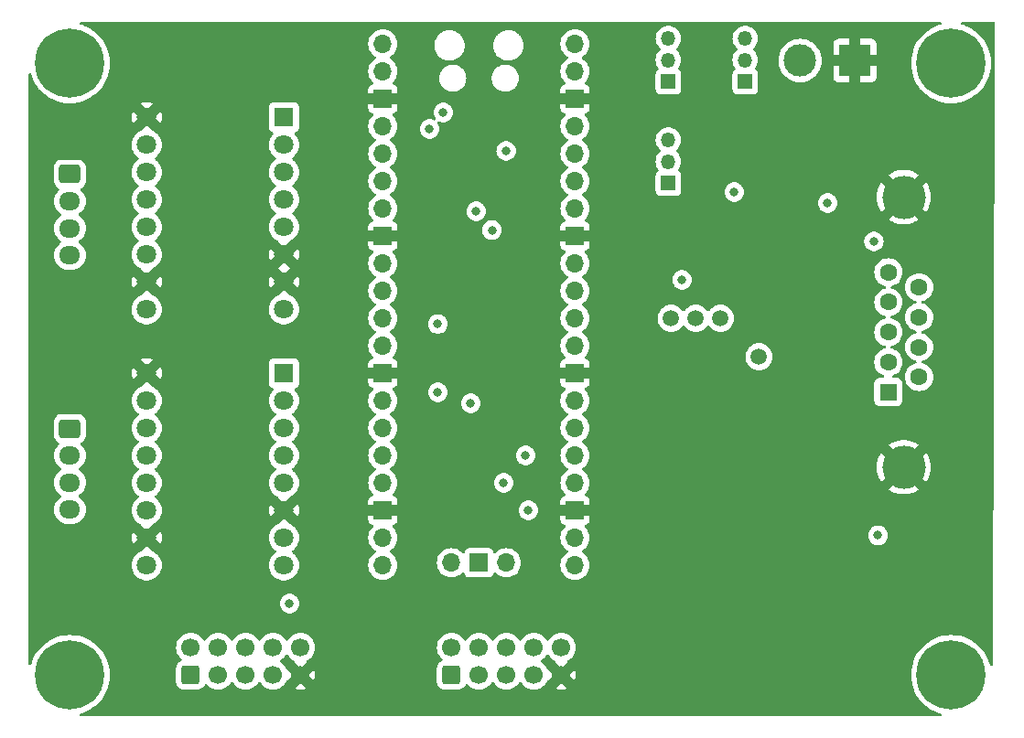
<source format=gbr>
%TF.GenerationSoftware,KiCad,Pcbnew,(7.0.0)*%
%TF.CreationDate,2023-04-01T01:02:28+13:00*%
%TF.ProjectId,pico_expansion_board,7069636f-5f65-4787-9061-6e73696f6e5f,rev?*%
%TF.SameCoordinates,Original*%
%TF.FileFunction,Copper,L2,Inr*%
%TF.FilePolarity,Positive*%
%FSLAX46Y46*%
G04 Gerber Fmt 4.6, Leading zero omitted, Abs format (unit mm)*
G04 Created by KiCad (PCBNEW (7.0.0)) date 2023-04-01 01:02:28*
%MOMM*%
%LPD*%
G01*
G04 APERTURE LIST*
G04 Aperture macros list*
%AMRoundRect*
0 Rectangle with rounded corners*
0 $1 Rounding radius*
0 $2 $3 $4 $5 $6 $7 $8 $9 X,Y pos of 4 corners*
0 Add a 4 corners polygon primitive as box body*
4,1,4,$2,$3,$4,$5,$6,$7,$8,$9,$2,$3,0*
0 Add four circle primitives for the rounded corners*
1,1,$1+$1,$2,$3*
1,1,$1+$1,$4,$5*
1,1,$1+$1,$6,$7*
1,1,$1+$1,$8,$9*
0 Add four rect primitives between the rounded corners*
20,1,$1+$1,$2,$3,$4,$5,0*
20,1,$1+$1,$4,$5,$6,$7,0*
20,1,$1+$1,$6,$7,$8,$9,0*
20,1,$1+$1,$8,$9,$2,$3,0*%
G04 Aperture macros list end*
%TA.AperFunction,ComponentPad*%
%ADD10C,6.400000*%
%TD*%
%TA.AperFunction,ComponentPad*%
%ADD11C,4.000000*%
%TD*%
%TA.AperFunction,ComponentPad*%
%ADD12R,1.600000X1.600000*%
%TD*%
%TA.AperFunction,ComponentPad*%
%ADD13C,1.600000*%
%TD*%
%TA.AperFunction,ComponentPad*%
%ADD14R,1.350000X1.350000*%
%TD*%
%TA.AperFunction,ComponentPad*%
%ADD15O,1.350000X1.350000*%
%TD*%
%TA.AperFunction,ComponentPad*%
%ADD16RoundRect,0.250000X0.600000X-0.600000X0.600000X0.600000X-0.600000X0.600000X-0.600000X-0.600000X0*%
%TD*%
%TA.AperFunction,ComponentPad*%
%ADD17C,1.700000*%
%TD*%
%TA.AperFunction,ComponentPad*%
%ADD18R,3.000000X3.000000*%
%TD*%
%TA.AperFunction,ComponentPad*%
%ADD19C,3.000000*%
%TD*%
%TA.AperFunction,ComponentPad*%
%ADD20RoundRect,0.250000X-0.725000X0.600000X-0.725000X-0.600000X0.725000X-0.600000X0.725000X0.600000X0*%
%TD*%
%TA.AperFunction,ComponentPad*%
%ADD21O,1.950000X1.700000*%
%TD*%
%TA.AperFunction,ComponentPad*%
%ADD22O,1.700000X1.700000*%
%TD*%
%TA.AperFunction,ComponentPad*%
%ADD23R,1.700000X1.700000*%
%TD*%
%TA.AperFunction,ComponentPad*%
%ADD24R,1.800000X1.800000*%
%TD*%
%TA.AperFunction,ComponentPad*%
%ADD25C,1.800000*%
%TD*%
%TA.AperFunction,ViaPad*%
%ADD26C,0.800000*%
%TD*%
%TA.AperFunction,ViaPad*%
%ADD27C,1.500000*%
%TD*%
%TA.AperFunction,ViaPad*%
%ADD28C,1.000000*%
%TD*%
G04 APERTURE END LIST*
D10*
%TO.N,N/C*%
%TO.C,H4*%
X156718000Y-135890000D03*
%TD*%
D11*
%TO.N,GND*%
%TO.C,J6*%
X152331669Y-116650000D03*
X152331669Y-91650000D03*
D12*
%TO.N,unconnected-(J6-Pad1)*%
X150911668Y-109689999D03*
D13*
%TO.N,RS232_PIN2*%
X150911669Y-106920000D03*
%TO.N,RS232_PIN3*%
X150911669Y-104150000D03*
%TO.N,unconnected-(J6-Pad4)*%
X150911669Y-101380000D03*
%TO.N,unconnected-(J6-Pad5)*%
X150911669Y-98610000D03*
%TO.N,unconnected-(J6-Pad6)*%
X153751669Y-108305000D03*
%TO.N,unconnected-(J6-Pad7)*%
X153751669Y-105535000D03*
%TO.N,unconnected-(J6-Pad8)*%
X153751669Y-102765000D03*
%TO.N,unconnected-(J6-Pad9)*%
X153751669Y-99995000D03*
%TD*%
D10*
%TO.N,N/C*%
%TO.C,H2*%
X75184000Y-79248000D03*
%TD*%
D14*
%TO.N,RS232_PIN2*%
%TO.C,JP5*%
X130555999Y-80961999D03*
D15*
%TO.N,SCALE_TXD*%
X130555999Y-78961999D03*
%TO.N,RS232_PIN3*%
X130555999Y-76961999D03*
%TD*%
D10*
%TO.N,N/C*%
%TO.C,H3*%
X156718000Y-79248000D03*
%TD*%
D16*
%TO.N,unconnected-(J8-Pin_1-Pad1)*%
%TO.C,J8*%
X110490000Y-135890000D03*
D17*
%TO.N,BTN_ENC*%
X110490000Y-133350000D03*
%TO.N,LCD_CS*%
X113030000Y-135890000D03*
%TO.N,LCD_A0*%
X113030000Y-133350000D03*
%TO.N,LCD_RST*%
X115570000Y-135890000D03*
%TO.N,NEOPIXEL_5V*%
X115570000Y-133350000D03*
%TO.N,unconnected-(J8-Pin_7-Pad7)*%
X118110000Y-135890000D03*
%TO.N,unconnected-(J8-Pin_8-Pad8)*%
X118110000Y-133350000D03*
%TO.N,GND*%
X120650000Y-135890000D03*
%TO.N,+5V*%
X120650000Y-133350000D03*
%TD*%
D18*
%TO.N,GND*%
%TO.C,J1*%
X147827999Y-78993999D03*
D19*
%TO.N,VCC*%
X142748000Y-78994000D03*
%TD*%
D10*
%TO.N,N/C*%
%TO.C,H1*%
X75184000Y-135890000D03*
%TD*%
D20*
%TO.N,Net-(J2-B2)*%
%TO.C,J4*%
X75184000Y-89528000D03*
D21*
%TO.N,Net-(J2-B1)*%
X75183999Y-92027999D03*
%TO.N,Net-(J2-A1)*%
X75183999Y-94527999D03*
%TO.N,Net-(J2-A2)*%
X75183999Y-97027999D03*
%TD*%
D14*
%TO.N,RS232_PIN3*%
%TO.C,JP6*%
X137667999Y-80961999D03*
D15*
%TO.N,SCALE_RXD*%
X137667999Y-78961999D03*
%TO.N,RS232_PIN2*%
X137667999Y-76961999D03*
%TD*%
D20*
%TO.N,Net-(J3-B2)*%
%TO.C,J5*%
X75184000Y-113070000D03*
D21*
%TO.N,Net-(J3-B1)*%
X75183999Y-115569999D03*
%TO.N,Net-(J3-A1)*%
X75183999Y-118069999D03*
%TO.N,Net-(J3-A2)*%
X75183999Y-120569999D03*
%TD*%
D22*
%TO.N,SCALE_UART_TX*%
%TO.C,U2*%
X104139999Y-77469999D03*
%TO.N,SCALE_UART_RX*%
X104139999Y-80009999D03*
D23*
%TO.N,GND*%
X104139999Y-82549999D03*
D22*
%TO.N,M1_DIR*%
X104139999Y-85089999D03*
%TO.N,M1_STEP*%
X104139999Y-87629999D03*
%TO.N,UART1_TX*%
X104139999Y-90169999D03*
%TO.N,MOTOR_UART*%
X104139999Y-92709999D03*
D23*
%TO.N,GND*%
X104139999Y-95249999D03*
D22*
%TO.N,M1_EN*%
X104139999Y-97789999D03*
%TO.N,M2_DIR*%
X104139999Y-100329999D03*
%TO.N,M2_STEP*%
X104139999Y-102869999D03*
%TO.N,M2_EN*%
X104139999Y-105409999D03*
D23*
%TO.N,GND*%
X104139999Y-107949999D03*
D22*
%TO.N,EEPROM_SDA*%
X104139999Y-110489999D03*
%TO.N,EEPROM_SCL*%
X104139999Y-113029999D03*
%TO.N,BTN_RST*%
X104139999Y-115569999D03*
%TO.N,NEOPIXEL*%
X104139999Y-118109999D03*
D23*
%TO.N,GND*%
X104139999Y-120649999D03*
D22*
%TO.N,BTN_EN2*%
X104139999Y-123189999D03*
%TO.N,BTN_EN1*%
X104139999Y-125729999D03*
%TO.N,SPI0_MISO*%
X121919999Y-125729999D03*
%TO.N,LCD_CS*%
X121919999Y-123189999D03*
D23*
%TO.N,GND*%
X121919999Y-120649999D03*
D22*
%TO.N,LED_SCK*%
X121919999Y-118109999D03*
%TO.N,LCD_MOSI*%
X121919999Y-115569999D03*
%TO.N,LCD_A0*%
X121919999Y-113029999D03*
%TO.N,LCD_RST*%
X121919999Y-110489999D03*
D23*
%TO.N,GND*%
X121919999Y-107949999D03*
D22*
%TO.N,BTN_ENC*%
X121919999Y-105409999D03*
%TO.N,PICO_RESET_BTN*%
X121919999Y-102869999D03*
%TO.N,unconnected-(U2-GPIO26_ADC0-Pad31)*%
X121919999Y-100329999D03*
%TO.N,unconnected-(U2-GPIO27_ADC1-Pad32)*%
X121919999Y-97789999D03*
D23*
%TO.N,GND*%
X121919999Y-95249999D03*
D22*
%TO.N,unconnected-(U2-GPIO28_ADC2-Pad34)*%
X121919999Y-92709999D03*
%TO.N,unconnected-(U2-ADC_VREF-Pad35)*%
X121919999Y-90169999D03*
%TO.N,3.3V_PICO*%
X121919999Y-87629999D03*
%TO.N,unconnected-(U2-3V3_EN-Pad37)*%
X121919999Y-85089999D03*
D23*
%TO.N,GND*%
X121919999Y-82549999D03*
D22*
%TO.N,+5V*%
X121919999Y-80009999D03*
%TO.N,unconnected-(U2-VBUS-Pad40)*%
X121919999Y-77469999D03*
%TO.N,unconnected-(U2-SWCLK-Pad41)*%
X110489999Y-125499999D03*
D23*
%TO.N,unconnected-(U2-GND-Pad42)*%
X113029999Y-125499999D03*
D22*
%TO.N,unconnected-(U2-SWDIO-Pad43)*%
X115569999Y-125499999D03*
%TD*%
D16*
%TO.N,unconnected-(J9-Pin_1-Pad1)*%
%TO.C,J9*%
X86360000Y-135890000D03*
D17*
%TO.N,LED_SCK*%
X86360000Y-133350000D03*
%TO.N,BTN_EN1*%
X88900000Y-135890000D03*
%TO.N,unconnected-(J9-Pin_4-Pad4)*%
X88900000Y-133350000D03*
%TO.N,BTN_EN2*%
X91440000Y-135890000D03*
%TO.N,LCD_MOSI*%
X91440000Y-133350000D03*
%TO.N,unconnected-(J9-Pin_7-Pad7)*%
X93980000Y-135890000D03*
%TO.N,BTN_RST*%
X93980000Y-133350000D03*
%TO.N,GND*%
X96520000Y-135890000D03*
%TO.N,+5V*%
X96520000Y-133350000D03*
%TD*%
D14*
%TO.N,3.3V_REG*%
%TO.C,JP7*%
X130555999Y-90359999D03*
D15*
%TO.N,+3.3V*%
X130555999Y-88359999D03*
%TO.N,3.3V_PICO*%
X130555999Y-86359999D03*
%TD*%
D24*
%TO.N,M2_DIR*%
%TO.C,J3*%
X94995999Y-107949999D03*
D25*
%TO.N,M2_STEP*%
X94996000Y-110490000D03*
%TO.N,unconnected-(J3-CLK-Pad3)*%
X94996000Y-113030000D03*
%TO.N,unconnected-(J3-PDN-Pad4)*%
X94996000Y-115570000D03*
%TO.N,MOTOR_UART*%
X94996000Y-118110000D03*
%TO.N,GND*%
X94996000Y-120650000D03*
%TO.N,+3.3V*%
X94996000Y-123190000D03*
%TO.N,M2_EN*%
X94996000Y-125730000D03*
%TO.N,VCC*%
X82296000Y-125730000D03*
%TO.N,GND*%
X82296000Y-123190000D03*
%TO.N,Net-(J3-A2)*%
X82296000Y-120650000D03*
%TO.N,Net-(J3-A1)*%
X82296000Y-118110000D03*
%TO.N,Net-(J3-B1)*%
X82296000Y-115570000D03*
%TO.N,Net-(J3-B2)*%
X82296000Y-113030000D03*
%TO.N,+3.3V*%
X82296000Y-110490000D03*
%TO.N,GND*%
X82296000Y-107950000D03*
%TD*%
D24*
%TO.N,M1_DIR*%
%TO.C,J2*%
X94995999Y-84259999D03*
D25*
%TO.N,M1_STEP*%
X94996000Y-86800000D03*
%TO.N,unconnected-(J2-CLK-Pad3)*%
X94996000Y-89340000D03*
%TO.N,unconnected-(J2-PDN-Pad4)*%
X94996000Y-91880000D03*
%TO.N,MOTOR_UART*%
X94996000Y-94420000D03*
%TO.N,GND*%
X94996000Y-96960000D03*
X94996000Y-99500000D03*
%TO.N,M1_EN*%
X94996000Y-102040000D03*
%TO.N,VCC*%
X82296000Y-102040000D03*
%TO.N,GND*%
X82296000Y-99500000D03*
%TO.N,Net-(J2-A2)*%
X82296000Y-96960000D03*
%TO.N,Net-(J2-A1)*%
X82296000Y-94420000D03*
%TO.N,Net-(J2-B1)*%
X82296000Y-91880000D03*
%TO.N,Net-(J2-B2)*%
X82296000Y-89340000D03*
%TO.N,+3.3V*%
X82296000Y-86800000D03*
%TO.N,GND*%
X82296000Y-84260000D03*
%TD*%
D26*
%TO.N,GND*%
X145288000Y-85589000D03*
X117623500Y-88392000D03*
X109922000Y-118522000D03*
D27*
X144526000Y-102870000D03*
D26*
X112413500Y-85852000D03*
X88646000Y-93140000D03*
X143510000Y-94488000D03*
X113030000Y-118110000D03*
D28*
X114808000Y-107442000D03*
D26*
X131826000Y-94714000D03*
D27*
X146812000Y-102870000D03*
D26*
X149949000Y-127472000D03*
X107566000Y-98319500D03*
X111760000Y-121666000D03*
X141732000Y-85589000D03*
D27*
X142240000Y-102870000D03*
D26*
X136652000Y-85344000D03*
D28*
X88646000Y-116934000D03*
D26*
%TO.N,+5V*%
X131818500Y-99314000D03*
X136652000Y-91186000D03*
X115316000Y-118110000D03*
D27*
X133096000Y-102870000D03*
X130810000Y-102870000D03*
X135382000Y-102870000D03*
%TO.N,VCC*%
X138938000Y-106426000D03*
D26*
X145288000Y-92186000D03*
%TO.N,LED_SCK*%
X117602000Y-120650000D03*
%TO.N,LCD_MOSI*%
X95504000Y-129286000D03*
X117348000Y-115570000D03*
%TO.N,SCALE_UART_TX*%
X114231319Y-94706500D03*
X109728000Y-83820000D03*
%TO.N,SCALE_UART_RX*%
X108458000Y-85344000D03*
X112776000Y-92964000D03*
%TO.N,+3.3V*%
X109220000Y-103394000D03*
X112268000Y-110744000D03*
X115548500Y-87376000D03*
X109220000Y-109712000D03*
%TO.N,PICO_RESET_BTN*%
X149949000Y-122972000D03*
%TO.N,RS232_PIN2*%
X149570500Y-95758000D03*
%TD*%
%TA.AperFunction,Conductor*%
%TO.N,GND*%
G36*
X155754865Y-75452011D02*
G01*
X155799183Y-75490877D01*
X155820547Y-75545815D01*
X155814130Y-75604411D01*
X155781381Y-75653422D01*
X155729701Y-75681775D01*
X155576042Y-75722947D01*
X155576031Y-75722950D01*
X155572913Y-75723786D01*
X155569902Y-75724941D01*
X155569889Y-75724946D01*
X155213837Y-75861622D01*
X155213828Y-75861625D01*
X155210806Y-75862786D01*
X155207929Y-75864251D01*
X155207913Y-75864259D01*
X154868104Y-76037400D01*
X154868090Y-76037408D01*
X154865211Y-76038875D01*
X154862491Y-76040641D01*
X154862483Y-76040646D01*
X154542644Y-76248352D01*
X154542638Y-76248355D01*
X154539916Y-76250124D01*
X154537396Y-76252164D01*
X154537390Y-76252169D01*
X154241002Y-76492179D01*
X154240991Y-76492188D01*
X154238484Y-76494219D01*
X154236199Y-76496503D01*
X154236189Y-76496513D01*
X153966513Y-76766189D01*
X153966503Y-76766199D01*
X153964219Y-76768484D01*
X153962188Y-76770991D01*
X153962179Y-76771002D01*
X153722169Y-77067390D01*
X153722164Y-77067396D01*
X153720124Y-77069916D01*
X153718355Y-77072638D01*
X153718352Y-77072644D01*
X153510646Y-77392483D01*
X153510641Y-77392491D01*
X153508875Y-77395211D01*
X153507408Y-77398090D01*
X153507400Y-77398104D01*
X153334259Y-77737913D01*
X153334251Y-77737929D01*
X153332786Y-77740806D01*
X153331625Y-77743828D01*
X153331622Y-77743837D01*
X153194946Y-78099889D01*
X153194941Y-78099902D01*
X153193786Y-78102913D01*
X153192950Y-78106031D01*
X153192947Y-78106042D01*
X153094237Y-78474433D01*
X153094234Y-78474446D01*
X153093398Y-78477567D01*
X153092892Y-78480758D01*
X153092889Y-78480775D01*
X153033229Y-78857456D01*
X153033227Y-78857470D01*
X153032722Y-78860662D01*
X153032552Y-78863894D01*
X153032552Y-78863900D01*
X153025393Y-79000500D01*
X153012422Y-79248000D01*
X153012592Y-79251244D01*
X153030243Y-79588050D01*
X153032722Y-79635338D01*
X153033227Y-79638531D01*
X153033229Y-79638543D01*
X153092889Y-80015224D01*
X153092891Y-80015237D01*
X153093398Y-80018433D01*
X153094235Y-80021557D01*
X153094237Y-80021566D01*
X153192947Y-80389957D01*
X153193786Y-80393087D01*
X153194943Y-80396102D01*
X153194946Y-80396110D01*
X153328178Y-80743189D01*
X153332786Y-80755194D01*
X153334255Y-80758077D01*
X153334259Y-80758086D01*
X153499454Y-81082300D01*
X153508875Y-81100789D01*
X153720124Y-81426084D01*
X153849102Y-81585358D01*
X153929686Y-81684872D01*
X153964219Y-81727516D01*
X154238484Y-82001781D01*
X154539916Y-82245876D01*
X154865211Y-82457125D01*
X155210806Y-82633214D01*
X155572913Y-82772214D01*
X155947567Y-82872602D01*
X156330662Y-82933278D01*
X156718000Y-82953578D01*
X157105338Y-82933278D01*
X157488433Y-82872602D01*
X157863087Y-82772214D01*
X158225194Y-82633214D01*
X158570789Y-82457125D01*
X158896084Y-82245876D01*
X159197516Y-82001781D01*
X159471781Y-81727516D01*
X159715876Y-81426084D01*
X159927125Y-81100789D01*
X160103214Y-80755194D01*
X160242214Y-80393087D01*
X160342602Y-80018433D01*
X160403278Y-79635338D01*
X160423578Y-79248000D01*
X160403278Y-78860662D01*
X160342602Y-78477567D01*
X160242214Y-78102913D01*
X160103214Y-77740806D01*
X159927125Y-77395211D01*
X159715876Y-77069916D01*
X159471781Y-76768484D01*
X159197516Y-76494219D01*
X158896084Y-76250124D01*
X158570789Y-76038875D01*
X158567901Y-76037403D01*
X158567895Y-76037400D01*
X158228086Y-75864259D01*
X158228077Y-75864255D01*
X158225194Y-75862786D01*
X158136142Y-75828602D01*
X157866110Y-75724946D01*
X157866102Y-75724943D01*
X157863087Y-75723786D01*
X157859962Y-75722948D01*
X157859957Y-75722947D01*
X157706299Y-75681775D01*
X157654619Y-75653422D01*
X157621870Y-75604411D01*
X157615453Y-75545815D01*
X157636817Y-75490877D01*
X157681135Y-75452011D01*
X157738392Y-75438000D01*
X160657509Y-75438000D01*
X160719650Y-75454695D01*
X160765059Y-75500283D01*
X160781507Y-75562489D01*
X160770829Y-78264154D01*
X160546812Y-134940312D01*
X160532613Y-134997441D01*
X160493668Y-135041584D01*
X160438755Y-135062793D01*
X160380249Y-135056288D01*
X160331335Y-135023535D01*
X160303039Y-134971918D01*
X160242214Y-134744913D01*
X160103214Y-134382806D01*
X159927125Y-134037211D01*
X159715876Y-133711916D01*
X159471781Y-133410484D01*
X159197516Y-133136219D01*
X158896084Y-132892124D01*
X158570789Y-132680875D01*
X158567901Y-132679403D01*
X158567895Y-132679400D01*
X158228086Y-132506259D01*
X158228077Y-132506255D01*
X158225194Y-132504786D01*
X158222162Y-132503622D01*
X157866110Y-132366946D01*
X157866102Y-132366943D01*
X157863087Y-132365786D01*
X157859962Y-132364948D01*
X157859957Y-132364947D01*
X157491566Y-132266237D01*
X157491557Y-132266235D01*
X157488433Y-132265398D01*
X157485237Y-132264891D01*
X157485224Y-132264889D01*
X157108543Y-132205229D01*
X157108531Y-132205227D01*
X157105338Y-132204722D01*
X157102103Y-132204552D01*
X157102099Y-132204552D01*
X156721244Y-132184592D01*
X156718000Y-132184422D01*
X156714756Y-132184592D01*
X156333900Y-132204552D01*
X156333894Y-132204552D01*
X156330662Y-132204722D01*
X156327470Y-132205227D01*
X156327456Y-132205229D01*
X155950775Y-132264889D01*
X155950758Y-132264892D01*
X155947567Y-132265398D01*
X155944446Y-132266234D01*
X155944433Y-132266237D01*
X155576042Y-132364947D01*
X155576031Y-132364950D01*
X155572913Y-132365786D01*
X155569902Y-132366941D01*
X155569889Y-132366946D01*
X155213837Y-132503622D01*
X155213828Y-132503625D01*
X155210806Y-132504786D01*
X155207929Y-132506251D01*
X155207913Y-132506259D01*
X154868104Y-132679400D01*
X154868090Y-132679408D01*
X154865211Y-132680875D01*
X154862491Y-132682641D01*
X154862483Y-132682646D01*
X154542644Y-132890352D01*
X154542638Y-132890355D01*
X154539916Y-132892124D01*
X154537396Y-132894164D01*
X154537390Y-132894169D01*
X154241002Y-133134179D01*
X154240991Y-133134188D01*
X154238484Y-133136219D01*
X154236199Y-133138503D01*
X154236189Y-133138513D01*
X153966513Y-133408189D01*
X153966503Y-133408199D01*
X153964219Y-133410484D01*
X153962188Y-133412991D01*
X153962179Y-133413002D01*
X153722169Y-133709390D01*
X153722164Y-133709396D01*
X153720124Y-133711916D01*
X153718355Y-133714638D01*
X153718352Y-133714644D01*
X153510646Y-134034483D01*
X153510641Y-134034491D01*
X153508875Y-134037211D01*
X153507408Y-134040090D01*
X153507400Y-134040104D01*
X153334259Y-134379913D01*
X153334251Y-134379929D01*
X153332786Y-134382806D01*
X153331625Y-134385828D01*
X153331622Y-134385837D01*
X153194946Y-134741889D01*
X153194941Y-134741902D01*
X153193786Y-134744913D01*
X153192950Y-134748031D01*
X153192947Y-134748042D01*
X153094237Y-135116433D01*
X153094234Y-135116446D01*
X153093398Y-135119567D01*
X153092892Y-135122758D01*
X153092889Y-135122775D01*
X153033229Y-135499456D01*
X153033227Y-135499470D01*
X153032722Y-135502662D01*
X153012422Y-135890000D01*
X153032722Y-136277338D01*
X153033227Y-136280531D01*
X153033229Y-136280543D01*
X153092889Y-136657224D01*
X153092891Y-136657237D01*
X153093398Y-136660433D01*
X153094235Y-136663557D01*
X153094237Y-136663566D01*
X153192947Y-137031957D01*
X153192948Y-137031962D01*
X153193786Y-137035087D01*
X153194943Y-137038102D01*
X153194946Y-137038110D01*
X153274243Y-137244685D01*
X153332786Y-137397194D01*
X153334255Y-137400077D01*
X153334259Y-137400086D01*
X153507400Y-137739895D01*
X153508875Y-137742789D01*
X153720124Y-138068084D01*
X153964219Y-138369516D01*
X154238484Y-138643781D01*
X154539916Y-138887876D01*
X154865211Y-139099125D01*
X155210806Y-139275214D01*
X155572913Y-139414214D01*
X155729701Y-139456225D01*
X155781381Y-139484578D01*
X155814130Y-139533589D01*
X155820547Y-139592185D01*
X155799183Y-139647123D01*
X155754865Y-139685989D01*
X155697608Y-139700000D01*
X76204392Y-139700000D01*
X76147135Y-139685989D01*
X76102817Y-139647123D01*
X76081453Y-139592185D01*
X76087870Y-139533589D01*
X76120619Y-139484578D01*
X76172299Y-139456225D01*
X76329087Y-139414214D01*
X76691194Y-139275214D01*
X77036789Y-139099125D01*
X77362084Y-138887876D01*
X77663516Y-138643781D01*
X77937781Y-138369516D01*
X78181876Y-138068084D01*
X78393125Y-137742789D01*
X78569214Y-137397194D01*
X78708214Y-137035087D01*
X78808602Y-136660433D01*
X78869278Y-136277338D01*
X78889578Y-135890000D01*
X78869278Y-135502662D01*
X78808602Y-135119567D01*
X78708214Y-134744913D01*
X78569214Y-134382806D01*
X78393125Y-134037211D01*
X78181876Y-133711916D01*
X77937781Y-133410484D01*
X77877297Y-133350000D01*
X85004341Y-133350000D01*
X85024937Y-133585408D01*
X85026336Y-133590630D01*
X85026337Y-133590634D01*
X85084694Y-133808430D01*
X85084697Y-133808438D01*
X85086097Y-133813663D01*
X85088385Y-133818570D01*
X85088386Y-133818572D01*
X85183678Y-134022927D01*
X85183681Y-134022933D01*
X85185965Y-134027830D01*
X85189064Y-134032257D01*
X85189066Y-134032259D01*
X85318399Y-134216966D01*
X85318402Y-134216970D01*
X85321505Y-134221401D01*
X85488599Y-134388495D01*
X85490971Y-134390156D01*
X85527612Y-134442894D01*
X85532576Y-134507759D01*
X85504018Y-134566209D01*
X85453877Y-134599454D01*
X85454067Y-134599862D01*
X85451356Y-134601125D01*
X85449800Y-134602158D01*
X85447528Y-134602910D01*
X85447512Y-134602917D01*
X85440666Y-134605186D01*
X85434522Y-134608975D01*
X85434519Y-134608977D01*
X85297488Y-134693497D01*
X85297480Y-134693503D01*
X85291344Y-134697288D01*
X85286242Y-134702389D01*
X85286238Y-134702393D01*
X85172393Y-134816238D01*
X85172389Y-134816242D01*
X85167288Y-134821344D01*
X85163503Y-134827480D01*
X85163497Y-134827488D01*
X85093908Y-134940312D01*
X85075186Y-134970666D01*
X85072915Y-134977517D01*
X85072914Y-134977521D01*
X85025845Y-135119567D01*
X85020001Y-135137203D01*
X85019313Y-135143933D01*
X85019312Y-135143940D01*
X85009819Y-135236859D01*
X85009818Y-135236877D01*
X85009500Y-135239991D01*
X85009500Y-135243138D01*
X85009500Y-135243139D01*
X85009500Y-136536859D01*
X85009500Y-136536878D01*
X85009501Y-136540008D01*
X85009820Y-136543140D01*
X85009821Y-136543141D01*
X85019312Y-136636061D01*
X85019313Y-136636069D01*
X85020001Y-136642797D01*
X85022129Y-136649219D01*
X85022130Y-136649223D01*
X85072164Y-136800215D01*
X85075186Y-136809334D01*
X85078977Y-136815480D01*
X85163497Y-136952511D01*
X85163500Y-136952515D01*
X85167288Y-136958656D01*
X85291344Y-137082712D01*
X85297485Y-137086500D01*
X85297488Y-137086502D01*
X85352051Y-137120156D01*
X85440666Y-137174814D01*
X85607203Y-137229999D01*
X85709991Y-137240500D01*
X87010008Y-137240499D01*
X87112797Y-137229999D01*
X87279334Y-137174814D01*
X87428656Y-137082712D01*
X87552712Y-136958656D01*
X87644814Y-136809334D01*
X87647835Y-136800215D01*
X87648865Y-136798662D01*
X87650138Y-136795933D01*
X87650547Y-136796124D01*
X87683781Y-136745989D01*
X87742232Y-136717425D01*
X87807100Y-136722385D01*
X87859842Y-136759027D01*
X87861505Y-136761401D01*
X88028599Y-136928495D01*
X88222170Y-137064035D01*
X88436337Y-137163903D01*
X88664592Y-137225063D01*
X88900000Y-137245659D01*
X89135408Y-137225063D01*
X89363663Y-137163903D01*
X89577830Y-137064035D01*
X89771401Y-136928495D01*
X89938495Y-136761401D01*
X90021543Y-136642797D01*
X90068425Y-136575842D01*
X90112743Y-136536976D01*
X90170000Y-136522965D01*
X90227257Y-136536976D01*
X90271575Y-136575842D01*
X90398395Y-136756961D01*
X90398401Y-136756968D01*
X90401505Y-136761401D01*
X90568599Y-136928495D01*
X90762170Y-137064035D01*
X90976337Y-137163903D01*
X91204592Y-137225063D01*
X91440000Y-137245659D01*
X91675408Y-137225063D01*
X91903663Y-137163903D01*
X92117830Y-137064035D01*
X92311401Y-136928495D01*
X92478495Y-136761401D01*
X92561543Y-136642797D01*
X92608425Y-136575842D01*
X92652743Y-136536976D01*
X92710000Y-136522965D01*
X92767257Y-136536976D01*
X92811575Y-136575842D01*
X92938395Y-136756961D01*
X92938401Y-136756968D01*
X92941505Y-136761401D01*
X93108599Y-136928495D01*
X93302170Y-137064035D01*
X93516337Y-137163903D01*
X93744592Y-137225063D01*
X93980000Y-137245659D01*
X94215408Y-137225063D01*
X94443663Y-137163903D01*
X94516567Y-137129907D01*
X95991032Y-137129907D01*
X95999927Y-137137046D01*
X96051602Y-137161143D01*
X96061736Y-137164831D01*
X96279446Y-137223166D01*
X96290077Y-137225041D01*
X96514605Y-137244685D01*
X96525395Y-137244685D01*
X96749922Y-137225041D01*
X96760553Y-137223166D01*
X96978262Y-137164832D01*
X96988396Y-137161143D01*
X97040073Y-137137045D01*
X97048966Y-137129907D01*
X97043049Y-137120156D01*
X96531542Y-136608649D01*
X96520000Y-136601985D01*
X96508456Y-136608650D01*
X95996949Y-137120156D01*
X95991032Y-137129907D01*
X94516567Y-137129907D01*
X94657830Y-137064035D01*
X94851401Y-136928495D01*
X95018495Y-136761401D01*
X95154035Y-136567830D01*
X95190143Y-136490394D01*
X95232515Y-136440455D01*
X95260762Y-136430695D01*
X95289843Y-136413048D01*
X95801350Y-135901542D01*
X95808014Y-135890000D01*
X97231985Y-135890000D01*
X97238649Y-135901542D01*
X97750156Y-136413049D01*
X97759907Y-136418966D01*
X97767045Y-136410073D01*
X97791143Y-136358396D01*
X97794832Y-136348262D01*
X97853166Y-136130553D01*
X97855041Y-136119922D01*
X97874685Y-135895395D01*
X97874685Y-135884605D01*
X97855041Y-135660077D01*
X97853166Y-135649446D01*
X97794831Y-135431736D01*
X97791143Y-135421602D01*
X97767046Y-135369927D01*
X97759907Y-135361032D01*
X97750156Y-135366949D01*
X97238650Y-135878456D01*
X97231985Y-135890000D01*
X95808014Y-135890000D01*
X95801350Y-135878457D01*
X95289843Y-135366950D01*
X95260759Y-135349302D01*
X95232512Y-135339541D01*
X95190142Y-135289602D01*
X95174956Y-135257036D01*
X95154035Y-135212171D01*
X95018495Y-135018599D01*
X94851401Y-134851505D01*
X94846970Y-134848402D01*
X94846966Y-134848399D01*
X94665841Y-134721574D01*
X94626976Y-134677256D01*
X94612965Y-134619999D01*
X94626976Y-134562742D01*
X94665839Y-134518426D01*
X94851401Y-134388495D01*
X95018495Y-134221401D01*
X95148426Y-134035839D01*
X95192742Y-133996976D01*
X95249999Y-133982965D01*
X95307256Y-133996976D01*
X95351574Y-134035841D01*
X95478399Y-134216966D01*
X95478402Y-134216970D01*
X95481505Y-134221401D01*
X95648599Y-134388495D01*
X95842170Y-134524035D01*
X95919602Y-134560142D01*
X95969541Y-134602512D01*
X95979302Y-134630759D01*
X95996950Y-134659843D01*
X96508457Y-135171350D01*
X96520000Y-135178014D01*
X96531542Y-135171350D01*
X97043048Y-134659843D01*
X97060695Y-134630762D01*
X97070455Y-134602515D01*
X97120394Y-134560143D01*
X97197830Y-134524035D01*
X97391401Y-134388495D01*
X97558495Y-134221401D01*
X97694035Y-134027830D01*
X97793903Y-133813663D01*
X97855063Y-133585408D01*
X97875659Y-133350000D01*
X109134341Y-133350000D01*
X109154937Y-133585408D01*
X109156336Y-133590630D01*
X109156337Y-133590634D01*
X109214694Y-133808430D01*
X109214697Y-133808438D01*
X109216097Y-133813663D01*
X109218385Y-133818570D01*
X109218386Y-133818572D01*
X109313678Y-134022927D01*
X109313681Y-134022933D01*
X109315965Y-134027830D01*
X109319064Y-134032257D01*
X109319066Y-134032259D01*
X109448399Y-134216966D01*
X109448402Y-134216970D01*
X109451505Y-134221401D01*
X109618599Y-134388495D01*
X109620971Y-134390156D01*
X109657612Y-134442894D01*
X109662576Y-134507759D01*
X109634018Y-134566209D01*
X109583877Y-134599454D01*
X109584067Y-134599862D01*
X109581356Y-134601125D01*
X109579800Y-134602158D01*
X109577528Y-134602910D01*
X109577512Y-134602917D01*
X109570666Y-134605186D01*
X109564522Y-134608975D01*
X109564519Y-134608977D01*
X109427488Y-134693497D01*
X109427480Y-134693503D01*
X109421344Y-134697288D01*
X109416242Y-134702389D01*
X109416238Y-134702393D01*
X109302393Y-134816238D01*
X109302389Y-134816242D01*
X109297288Y-134821344D01*
X109293503Y-134827480D01*
X109293497Y-134827488D01*
X109223908Y-134940312D01*
X109205186Y-134970666D01*
X109202915Y-134977517D01*
X109202914Y-134977521D01*
X109155845Y-135119567D01*
X109150001Y-135137203D01*
X109149313Y-135143933D01*
X109149312Y-135143940D01*
X109139819Y-135236859D01*
X109139818Y-135236877D01*
X109139500Y-135239991D01*
X109139500Y-135243138D01*
X109139500Y-135243139D01*
X109139500Y-136536859D01*
X109139500Y-136536878D01*
X109139501Y-136540008D01*
X109139820Y-136543140D01*
X109139821Y-136543141D01*
X109149312Y-136636061D01*
X109149313Y-136636069D01*
X109150001Y-136642797D01*
X109152129Y-136649219D01*
X109152130Y-136649223D01*
X109202164Y-136800215D01*
X109205186Y-136809334D01*
X109208977Y-136815480D01*
X109293497Y-136952511D01*
X109293500Y-136952515D01*
X109297288Y-136958656D01*
X109421344Y-137082712D01*
X109427485Y-137086500D01*
X109427488Y-137086502D01*
X109482051Y-137120156D01*
X109570666Y-137174814D01*
X109737203Y-137229999D01*
X109839991Y-137240500D01*
X111140008Y-137240499D01*
X111242797Y-137229999D01*
X111409334Y-137174814D01*
X111558656Y-137082712D01*
X111682712Y-136958656D01*
X111774814Y-136809334D01*
X111777835Y-136800215D01*
X111778865Y-136798662D01*
X111780138Y-136795933D01*
X111780547Y-136796124D01*
X111813781Y-136745989D01*
X111872232Y-136717425D01*
X111937100Y-136722385D01*
X111989842Y-136759027D01*
X111991505Y-136761401D01*
X112158599Y-136928495D01*
X112352170Y-137064035D01*
X112566337Y-137163903D01*
X112794592Y-137225063D01*
X113030000Y-137245659D01*
X113265408Y-137225063D01*
X113493663Y-137163903D01*
X113707830Y-137064035D01*
X113901401Y-136928495D01*
X114068495Y-136761401D01*
X114151543Y-136642797D01*
X114198425Y-136575842D01*
X114242743Y-136536976D01*
X114300000Y-136522965D01*
X114357257Y-136536976D01*
X114401575Y-136575842D01*
X114528395Y-136756961D01*
X114528401Y-136756968D01*
X114531505Y-136761401D01*
X114698599Y-136928495D01*
X114892170Y-137064035D01*
X115106337Y-137163903D01*
X115334592Y-137225063D01*
X115570000Y-137245659D01*
X115805408Y-137225063D01*
X116033663Y-137163903D01*
X116247830Y-137064035D01*
X116441401Y-136928495D01*
X116608495Y-136761401D01*
X116691543Y-136642797D01*
X116738425Y-136575842D01*
X116782743Y-136536976D01*
X116840000Y-136522965D01*
X116897257Y-136536976D01*
X116941575Y-136575842D01*
X117068395Y-136756961D01*
X117068401Y-136756968D01*
X117071505Y-136761401D01*
X117238599Y-136928495D01*
X117432170Y-137064035D01*
X117646337Y-137163903D01*
X117874592Y-137225063D01*
X118110000Y-137245659D01*
X118345408Y-137225063D01*
X118573663Y-137163903D01*
X118646567Y-137129907D01*
X120121032Y-137129907D01*
X120129927Y-137137046D01*
X120181602Y-137161143D01*
X120191736Y-137164831D01*
X120409446Y-137223166D01*
X120420077Y-137225041D01*
X120644605Y-137244685D01*
X120655395Y-137244685D01*
X120879922Y-137225041D01*
X120890553Y-137223166D01*
X121108262Y-137164832D01*
X121118396Y-137161143D01*
X121170073Y-137137045D01*
X121178966Y-137129907D01*
X121173049Y-137120156D01*
X120661542Y-136608649D01*
X120650000Y-136601985D01*
X120638456Y-136608650D01*
X120126949Y-137120156D01*
X120121032Y-137129907D01*
X118646567Y-137129907D01*
X118787830Y-137064035D01*
X118981401Y-136928495D01*
X119148495Y-136761401D01*
X119284035Y-136567830D01*
X119320143Y-136490394D01*
X119362515Y-136440455D01*
X119390762Y-136430695D01*
X119419843Y-136413048D01*
X119931350Y-135901542D01*
X119938014Y-135890000D01*
X121361985Y-135890000D01*
X121368649Y-135901542D01*
X121880156Y-136413049D01*
X121889907Y-136418966D01*
X121897045Y-136410073D01*
X121921143Y-136358396D01*
X121924832Y-136348262D01*
X121983166Y-136130553D01*
X121985041Y-136119922D01*
X122004685Y-135895395D01*
X122004685Y-135884605D01*
X121985041Y-135660077D01*
X121983166Y-135649446D01*
X121924831Y-135431736D01*
X121921143Y-135421602D01*
X121897046Y-135369927D01*
X121889907Y-135361032D01*
X121880156Y-135366949D01*
X121368650Y-135878456D01*
X121361985Y-135890000D01*
X119938014Y-135890000D01*
X119931350Y-135878457D01*
X119419843Y-135366950D01*
X119390759Y-135349302D01*
X119362512Y-135339541D01*
X119320142Y-135289602D01*
X119304956Y-135257036D01*
X119284035Y-135212171D01*
X119148495Y-135018599D01*
X118981401Y-134851505D01*
X118976970Y-134848402D01*
X118976966Y-134848399D01*
X118795841Y-134721574D01*
X118756976Y-134677256D01*
X118742965Y-134619999D01*
X118756976Y-134562742D01*
X118795839Y-134518426D01*
X118981401Y-134388495D01*
X119148495Y-134221401D01*
X119278426Y-134035839D01*
X119322742Y-133996976D01*
X119379999Y-133982965D01*
X119437256Y-133996976D01*
X119481574Y-134035841D01*
X119608399Y-134216966D01*
X119608402Y-134216970D01*
X119611505Y-134221401D01*
X119778599Y-134388495D01*
X119972170Y-134524035D01*
X120049602Y-134560142D01*
X120099541Y-134602512D01*
X120109302Y-134630759D01*
X120126950Y-134659843D01*
X120638457Y-135171350D01*
X120650000Y-135178014D01*
X120661542Y-135171350D01*
X121173048Y-134659843D01*
X121190695Y-134630762D01*
X121200455Y-134602515D01*
X121250394Y-134560143D01*
X121327830Y-134524035D01*
X121521401Y-134388495D01*
X121688495Y-134221401D01*
X121824035Y-134027830D01*
X121923903Y-133813663D01*
X121985063Y-133585408D01*
X122005659Y-133350000D01*
X121985063Y-133114592D01*
X121923903Y-132886337D01*
X121824035Y-132672171D01*
X121688495Y-132478599D01*
X121521401Y-132311505D01*
X121516970Y-132308402D01*
X121516966Y-132308399D01*
X121332259Y-132179066D01*
X121332257Y-132179064D01*
X121327830Y-132175965D01*
X121322933Y-132173681D01*
X121322927Y-132173678D01*
X121118572Y-132078386D01*
X121118570Y-132078385D01*
X121113663Y-132076097D01*
X121108438Y-132074697D01*
X121108430Y-132074694D01*
X120890634Y-132016337D01*
X120890630Y-132016336D01*
X120885408Y-132014937D01*
X120880020Y-132014465D01*
X120880017Y-132014465D01*
X120655395Y-131994813D01*
X120650000Y-131994341D01*
X120644605Y-131994813D01*
X120419982Y-132014465D01*
X120419977Y-132014465D01*
X120414592Y-132014937D01*
X120409371Y-132016335D01*
X120409365Y-132016337D01*
X120191569Y-132074694D01*
X120191557Y-132074698D01*
X120186337Y-132076097D01*
X120181432Y-132078383D01*
X120181427Y-132078386D01*
X119977081Y-132173675D01*
X119977077Y-132173677D01*
X119972171Y-132175965D01*
X119967738Y-132179068D01*
X119967731Y-132179073D01*
X119783034Y-132308399D01*
X119783029Y-132308402D01*
X119778599Y-132311505D01*
X119774775Y-132315328D01*
X119774769Y-132315334D01*
X119615334Y-132474769D01*
X119615328Y-132474775D01*
X119611505Y-132478599D01*
X119608402Y-132483029D01*
X119608399Y-132483034D01*
X119481575Y-132664159D01*
X119437257Y-132703025D01*
X119380000Y-132717036D01*
X119322743Y-132703025D01*
X119278425Y-132664159D01*
X119267327Y-132648310D01*
X119148495Y-132478599D01*
X118981401Y-132311505D01*
X118976970Y-132308402D01*
X118976966Y-132308399D01*
X118792259Y-132179066D01*
X118792257Y-132179064D01*
X118787830Y-132175965D01*
X118782933Y-132173681D01*
X118782927Y-132173678D01*
X118578572Y-132078386D01*
X118578570Y-132078385D01*
X118573663Y-132076097D01*
X118568438Y-132074697D01*
X118568430Y-132074694D01*
X118350634Y-132016337D01*
X118350630Y-132016336D01*
X118345408Y-132014937D01*
X118340020Y-132014465D01*
X118340017Y-132014465D01*
X118115395Y-131994813D01*
X118110000Y-131994341D01*
X118104605Y-131994813D01*
X117879982Y-132014465D01*
X117879977Y-132014465D01*
X117874592Y-132014937D01*
X117869371Y-132016335D01*
X117869365Y-132016337D01*
X117651569Y-132074694D01*
X117651557Y-132074698D01*
X117646337Y-132076097D01*
X117641432Y-132078383D01*
X117641427Y-132078386D01*
X117437081Y-132173675D01*
X117437077Y-132173677D01*
X117432171Y-132175965D01*
X117427738Y-132179068D01*
X117427731Y-132179073D01*
X117243034Y-132308399D01*
X117243029Y-132308402D01*
X117238599Y-132311505D01*
X117234775Y-132315328D01*
X117234769Y-132315334D01*
X117075334Y-132474769D01*
X117075328Y-132474775D01*
X117071505Y-132478599D01*
X117068402Y-132483029D01*
X117068399Y-132483034D01*
X116941575Y-132664159D01*
X116897257Y-132703025D01*
X116840000Y-132717036D01*
X116782743Y-132703025D01*
X116738425Y-132664159D01*
X116727327Y-132648310D01*
X116608495Y-132478599D01*
X116441401Y-132311505D01*
X116436970Y-132308402D01*
X116436966Y-132308399D01*
X116252259Y-132179066D01*
X116252257Y-132179064D01*
X116247830Y-132175965D01*
X116242933Y-132173681D01*
X116242927Y-132173678D01*
X116038572Y-132078386D01*
X116038570Y-132078385D01*
X116033663Y-132076097D01*
X116028438Y-132074697D01*
X116028430Y-132074694D01*
X115810634Y-132016337D01*
X115810630Y-132016336D01*
X115805408Y-132014937D01*
X115800020Y-132014465D01*
X115800017Y-132014465D01*
X115575395Y-131994813D01*
X115570000Y-131994341D01*
X115564605Y-131994813D01*
X115339982Y-132014465D01*
X115339977Y-132014465D01*
X115334592Y-132014937D01*
X115329371Y-132016335D01*
X115329365Y-132016337D01*
X115111569Y-132074694D01*
X115111557Y-132074698D01*
X115106337Y-132076097D01*
X115101432Y-132078383D01*
X115101427Y-132078386D01*
X114897081Y-132173675D01*
X114897077Y-132173677D01*
X114892171Y-132175965D01*
X114887738Y-132179068D01*
X114887731Y-132179073D01*
X114703034Y-132308399D01*
X114703029Y-132308402D01*
X114698599Y-132311505D01*
X114694775Y-132315328D01*
X114694769Y-132315334D01*
X114535334Y-132474769D01*
X114535328Y-132474775D01*
X114531505Y-132478599D01*
X114528402Y-132483029D01*
X114528399Y-132483034D01*
X114401575Y-132664159D01*
X114357257Y-132703025D01*
X114300000Y-132717036D01*
X114242743Y-132703025D01*
X114198425Y-132664159D01*
X114187327Y-132648310D01*
X114068495Y-132478599D01*
X113901401Y-132311505D01*
X113896970Y-132308402D01*
X113896966Y-132308399D01*
X113712259Y-132179066D01*
X113712257Y-132179064D01*
X113707830Y-132175965D01*
X113702933Y-132173681D01*
X113702927Y-132173678D01*
X113498572Y-132078386D01*
X113498570Y-132078385D01*
X113493663Y-132076097D01*
X113488438Y-132074697D01*
X113488430Y-132074694D01*
X113270634Y-132016337D01*
X113270630Y-132016336D01*
X113265408Y-132014937D01*
X113260020Y-132014465D01*
X113260017Y-132014465D01*
X113035395Y-131994813D01*
X113030000Y-131994341D01*
X113024605Y-131994813D01*
X112799982Y-132014465D01*
X112799977Y-132014465D01*
X112794592Y-132014937D01*
X112789371Y-132016335D01*
X112789365Y-132016337D01*
X112571569Y-132074694D01*
X112571557Y-132074698D01*
X112566337Y-132076097D01*
X112561432Y-132078383D01*
X112561427Y-132078386D01*
X112357081Y-132173675D01*
X112357077Y-132173677D01*
X112352171Y-132175965D01*
X112347738Y-132179068D01*
X112347731Y-132179073D01*
X112163034Y-132308399D01*
X112163029Y-132308402D01*
X112158599Y-132311505D01*
X112154775Y-132315328D01*
X112154769Y-132315334D01*
X111995334Y-132474769D01*
X111995328Y-132474775D01*
X111991505Y-132478599D01*
X111988402Y-132483029D01*
X111988399Y-132483034D01*
X111861575Y-132664159D01*
X111817257Y-132703025D01*
X111760000Y-132717036D01*
X111702743Y-132703025D01*
X111658425Y-132664159D01*
X111647327Y-132648310D01*
X111528495Y-132478599D01*
X111361401Y-132311505D01*
X111356970Y-132308402D01*
X111356966Y-132308399D01*
X111172259Y-132179066D01*
X111172257Y-132179064D01*
X111167830Y-132175965D01*
X111162933Y-132173681D01*
X111162927Y-132173678D01*
X110958572Y-132078386D01*
X110958570Y-132078385D01*
X110953663Y-132076097D01*
X110948438Y-132074697D01*
X110948430Y-132074694D01*
X110730634Y-132016337D01*
X110730630Y-132016336D01*
X110725408Y-132014937D01*
X110720020Y-132014465D01*
X110720017Y-132014465D01*
X110495395Y-131994813D01*
X110490000Y-131994341D01*
X110484605Y-131994813D01*
X110259982Y-132014465D01*
X110259977Y-132014465D01*
X110254592Y-132014937D01*
X110249371Y-132016335D01*
X110249365Y-132016337D01*
X110031569Y-132074694D01*
X110031557Y-132074698D01*
X110026337Y-132076097D01*
X110021432Y-132078383D01*
X110021427Y-132078386D01*
X109817081Y-132173675D01*
X109817077Y-132173677D01*
X109812171Y-132175965D01*
X109807738Y-132179068D01*
X109807731Y-132179073D01*
X109623034Y-132308399D01*
X109623029Y-132308402D01*
X109618599Y-132311505D01*
X109614775Y-132315328D01*
X109614769Y-132315334D01*
X109455334Y-132474769D01*
X109455328Y-132474775D01*
X109451505Y-132478599D01*
X109448402Y-132483029D01*
X109448399Y-132483034D01*
X109319073Y-132667731D01*
X109319068Y-132667738D01*
X109315965Y-132672171D01*
X109313677Y-132677077D01*
X109313675Y-132677081D01*
X109218386Y-132881427D01*
X109218383Y-132881432D01*
X109216097Y-132886337D01*
X109214698Y-132891557D01*
X109214694Y-132891569D01*
X109156337Y-133109365D01*
X109156335Y-133109371D01*
X109154937Y-133114592D01*
X109154465Y-133119977D01*
X109154465Y-133119982D01*
X109152844Y-133138513D01*
X109134341Y-133350000D01*
X97875659Y-133350000D01*
X97855063Y-133114592D01*
X97793903Y-132886337D01*
X97694035Y-132672171D01*
X97558495Y-132478599D01*
X97391401Y-132311505D01*
X97386970Y-132308402D01*
X97386966Y-132308399D01*
X97202259Y-132179066D01*
X97202257Y-132179064D01*
X97197830Y-132175965D01*
X97192933Y-132173681D01*
X97192927Y-132173678D01*
X96988572Y-132078386D01*
X96988570Y-132078385D01*
X96983663Y-132076097D01*
X96978438Y-132074697D01*
X96978430Y-132074694D01*
X96760634Y-132016337D01*
X96760630Y-132016336D01*
X96755408Y-132014937D01*
X96750020Y-132014465D01*
X96750017Y-132014465D01*
X96525395Y-131994813D01*
X96520000Y-131994341D01*
X96514605Y-131994813D01*
X96289982Y-132014465D01*
X96289977Y-132014465D01*
X96284592Y-132014937D01*
X96279371Y-132016335D01*
X96279365Y-132016337D01*
X96061569Y-132074694D01*
X96061557Y-132074698D01*
X96056337Y-132076097D01*
X96051432Y-132078383D01*
X96051427Y-132078386D01*
X95847081Y-132173675D01*
X95847077Y-132173677D01*
X95842171Y-132175965D01*
X95837738Y-132179068D01*
X95837731Y-132179073D01*
X95653034Y-132308399D01*
X95653029Y-132308402D01*
X95648599Y-132311505D01*
X95644775Y-132315328D01*
X95644769Y-132315334D01*
X95485334Y-132474769D01*
X95485328Y-132474775D01*
X95481505Y-132478599D01*
X95478402Y-132483029D01*
X95478399Y-132483034D01*
X95351575Y-132664159D01*
X95307257Y-132703025D01*
X95250000Y-132717036D01*
X95192743Y-132703025D01*
X95148425Y-132664159D01*
X95137327Y-132648310D01*
X95018495Y-132478599D01*
X94851401Y-132311505D01*
X94846970Y-132308402D01*
X94846966Y-132308399D01*
X94662259Y-132179066D01*
X94662257Y-132179064D01*
X94657830Y-132175965D01*
X94652933Y-132173681D01*
X94652927Y-132173678D01*
X94448572Y-132078386D01*
X94448570Y-132078385D01*
X94443663Y-132076097D01*
X94438438Y-132074697D01*
X94438430Y-132074694D01*
X94220634Y-132016337D01*
X94220630Y-132016336D01*
X94215408Y-132014937D01*
X94210020Y-132014465D01*
X94210017Y-132014465D01*
X93985395Y-131994813D01*
X93980000Y-131994341D01*
X93974605Y-131994813D01*
X93749982Y-132014465D01*
X93749977Y-132014465D01*
X93744592Y-132014937D01*
X93739371Y-132016335D01*
X93739365Y-132016337D01*
X93521569Y-132074694D01*
X93521557Y-132074698D01*
X93516337Y-132076097D01*
X93511432Y-132078383D01*
X93511427Y-132078386D01*
X93307081Y-132173675D01*
X93307077Y-132173677D01*
X93302171Y-132175965D01*
X93297738Y-132179068D01*
X93297731Y-132179073D01*
X93113034Y-132308399D01*
X93113029Y-132308402D01*
X93108599Y-132311505D01*
X93104775Y-132315328D01*
X93104769Y-132315334D01*
X92945334Y-132474769D01*
X92945328Y-132474775D01*
X92941505Y-132478599D01*
X92938402Y-132483029D01*
X92938399Y-132483034D01*
X92811575Y-132664159D01*
X92767257Y-132703025D01*
X92710000Y-132717036D01*
X92652743Y-132703025D01*
X92608425Y-132664159D01*
X92597327Y-132648310D01*
X92478495Y-132478599D01*
X92311401Y-132311505D01*
X92306970Y-132308402D01*
X92306966Y-132308399D01*
X92122259Y-132179066D01*
X92122257Y-132179064D01*
X92117830Y-132175965D01*
X92112933Y-132173681D01*
X92112927Y-132173678D01*
X91908572Y-132078386D01*
X91908570Y-132078385D01*
X91903663Y-132076097D01*
X91898438Y-132074697D01*
X91898430Y-132074694D01*
X91680634Y-132016337D01*
X91680630Y-132016336D01*
X91675408Y-132014937D01*
X91670020Y-132014465D01*
X91670017Y-132014465D01*
X91445395Y-131994813D01*
X91440000Y-131994341D01*
X91434605Y-131994813D01*
X91209982Y-132014465D01*
X91209977Y-132014465D01*
X91204592Y-132014937D01*
X91199371Y-132016335D01*
X91199365Y-132016337D01*
X90981569Y-132074694D01*
X90981557Y-132074698D01*
X90976337Y-132076097D01*
X90971432Y-132078383D01*
X90971427Y-132078386D01*
X90767081Y-132173675D01*
X90767077Y-132173677D01*
X90762171Y-132175965D01*
X90757738Y-132179068D01*
X90757731Y-132179073D01*
X90573034Y-132308399D01*
X90573029Y-132308402D01*
X90568599Y-132311505D01*
X90564775Y-132315328D01*
X90564769Y-132315334D01*
X90405334Y-132474769D01*
X90405328Y-132474775D01*
X90401505Y-132478599D01*
X90398402Y-132483029D01*
X90398399Y-132483034D01*
X90271575Y-132664159D01*
X90227257Y-132703025D01*
X90170000Y-132717036D01*
X90112743Y-132703025D01*
X90068425Y-132664159D01*
X90057327Y-132648310D01*
X89938495Y-132478599D01*
X89771401Y-132311505D01*
X89766970Y-132308402D01*
X89766966Y-132308399D01*
X89582259Y-132179066D01*
X89582257Y-132179064D01*
X89577830Y-132175965D01*
X89572933Y-132173681D01*
X89572927Y-132173678D01*
X89368572Y-132078386D01*
X89368570Y-132078385D01*
X89363663Y-132076097D01*
X89358438Y-132074697D01*
X89358430Y-132074694D01*
X89140634Y-132016337D01*
X89140630Y-132016336D01*
X89135408Y-132014937D01*
X89130020Y-132014465D01*
X89130017Y-132014465D01*
X88905395Y-131994813D01*
X88900000Y-131994341D01*
X88894605Y-131994813D01*
X88669982Y-132014465D01*
X88669977Y-132014465D01*
X88664592Y-132014937D01*
X88659371Y-132016335D01*
X88659365Y-132016337D01*
X88441569Y-132074694D01*
X88441557Y-132074698D01*
X88436337Y-132076097D01*
X88431432Y-132078383D01*
X88431427Y-132078386D01*
X88227081Y-132173675D01*
X88227077Y-132173677D01*
X88222171Y-132175965D01*
X88217738Y-132179068D01*
X88217731Y-132179073D01*
X88033034Y-132308399D01*
X88033029Y-132308402D01*
X88028599Y-132311505D01*
X88024775Y-132315328D01*
X88024769Y-132315334D01*
X87865334Y-132474769D01*
X87865328Y-132474775D01*
X87861505Y-132478599D01*
X87858402Y-132483029D01*
X87858399Y-132483034D01*
X87731575Y-132664159D01*
X87687257Y-132703025D01*
X87630000Y-132717036D01*
X87572743Y-132703025D01*
X87528425Y-132664159D01*
X87517327Y-132648310D01*
X87398495Y-132478599D01*
X87231401Y-132311505D01*
X87226970Y-132308402D01*
X87226966Y-132308399D01*
X87042259Y-132179066D01*
X87042257Y-132179064D01*
X87037830Y-132175965D01*
X87032933Y-132173681D01*
X87032927Y-132173678D01*
X86828572Y-132078386D01*
X86828570Y-132078385D01*
X86823663Y-132076097D01*
X86818438Y-132074697D01*
X86818430Y-132074694D01*
X86600634Y-132016337D01*
X86600630Y-132016336D01*
X86595408Y-132014937D01*
X86590020Y-132014465D01*
X86590017Y-132014465D01*
X86365395Y-131994813D01*
X86360000Y-131994341D01*
X86354605Y-131994813D01*
X86129982Y-132014465D01*
X86129977Y-132014465D01*
X86124592Y-132014937D01*
X86119371Y-132016335D01*
X86119365Y-132016337D01*
X85901569Y-132074694D01*
X85901557Y-132074698D01*
X85896337Y-132076097D01*
X85891432Y-132078383D01*
X85891427Y-132078386D01*
X85687081Y-132173675D01*
X85687077Y-132173677D01*
X85682171Y-132175965D01*
X85677738Y-132179068D01*
X85677731Y-132179073D01*
X85493034Y-132308399D01*
X85493029Y-132308402D01*
X85488599Y-132311505D01*
X85484775Y-132315328D01*
X85484769Y-132315334D01*
X85325334Y-132474769D01*
X85325328Y-132474775D01*
X85321505Y-132478599D01*
X85318402Y-132483029D01*
X85318399Y-132483034D01*
X85189073Y-132667731D01*
X85189068Y-132667738D01*
X85185965Y-132672171D01*
X85183677Y-132677077D01*
X85183675Y-132677081D01*
X85088386Y-132881427D01*
X85088383Y-132881432D01*
X85086097Y-132886337D01*
X85084698Y-132891557D01*
X85084694Y-132891569D01*
X85026337Y-133109365D01*
X85026335Y-133109371D01*
X85024937Y-133114592D01*
X85024465Y-133119977D01*
X85024465Y-133119982D01*
X85022844Y-133138513D01*
X85004341Y-133350000D01*
X77877297Y-133350000D01*
X77663516Y-133136219D01*
X77362084Y-132892124D01*
X77036789Y-132680875D01*
X77033901Y-132679403D01*
X77033895Y-132679400D01*
X76694086Y-132506259D01*
X76694077Y-132506255D01*
X76691194Y-132504786D01*
X76688162Y-132503622D01*
X76332110Y-132366946D01*
X76332102Y-132366943D01*
X76329087Y-132365786D01*
X76325962Y-132364948D01*
X76325957Y-132364947D01*
X75957566Y-132266237D01*
X75957557Y-132266235D01*
X75954433Y-132265398D01*
X75951237Y-132264891D01*
X75951224Y-132264889D01*
X75574543Y-132205229D01*
X75574531Y-132205227D01*
X75571338Y-132204722D01*
X75568103Y-132204552D01*
X75568099Y-132204552D01*
X75187244Y-132184592D01*
X75184000Y-132184422D01*
X75180756Y-132184592D01*
X74799900Y-132204552D01*
X74799894Y-132204552D01*
X74796662Y-132204722D01*
X74793470Y-132205227D01*
X74793456Y-132205229D01*
X74416775Y-132264889D01*
X74416758Y-132264892D01*
X74413567Y-132265398D01*
X74410446Y-132266234D01*
X74410433Y-132266237D01*
X74042042Y-132364947D01*
X74042031Y-132364950D01*
X74038913Y-132365786D01*
X74035902Y-132366941D01*
X74035889Y-132366946D01*
X73679837Y-132503622D01*
X73679828Y-132503625D01*
X73676806Y-132504786D01*
X73673929Y-132506251D01*
X73673913Y-132506259D01*
X73334104Y-132679400D01*
X73334090Y-132679408D01*
X73331211Y-132680875D01*
X73328491Y-132682641D01*
X73328483Y-132682646D01*
X73008644Y-132890352D01*
X73008638Y-132890355D01*
X73005916Y-132892124D01*
X73003396Y-132894164D01*
X73003390Y-132894169D01*
X72707002Y-133134179D01*
X72706991Y-133134188D01*
X72704484Y-133136219D01*
X72702199Y-133138503D01*
X72702189Y-133138513D01*
X72432513Y-133408189D01*
X72432503Y-133408199D01*
X72430219Y-133410484D01*
X72428188Y-133412991D01*
X72428179Y-133413002D01*
X72188169Y-133709390D01*
X72188164Y-133709396D01*
X72186124Y-133711916D01*
X72184355Y-133714638D01*
X72184352Y-133714644D01*
X71976646Y-134034483D01*
X71976641Y-134034491D01*
X71974875Y-134037211D01*
X71973408Y-134040090D01*
X71973400Y-134040104D01*
X71800259Y-134379913D01*
X71800251Y-134379929D01*
X71798786Y-134382806D01*
X71797625Y-134385828D01*
X71797622Y-134385837D01*
X71660946Y-134741889D01*
X71660941Y-134741902D01*
X71659786Y-134744913D01*
X71658950Y-134748031D01*
X71658947Y-134748042D01*
X71617775Y-134901701D01*
X71589422Y-134953381D01*
X71540411Y-134986130D01*
X71481815Y-134992547D01*
X71426877Y-134971183D01*
X71388011Y-134926865D01*
X71374000Y-134869608D01*
X71374000Y-129286000D01*
X94598540Y-129286000D01*
X94599219Y-129292460D01*
X94617646Y-129467795D01*
X94617647Y-129467803D01*
X94618326Y-129474256D01*
X94620331Y-129480428D01*
X94620333Y-129480435D01*
X94674813Y-129648105D01*
X94676821Y-129654284D01*
X94771467Y-129818216D01*
X94898129Y-129958888D01*
X95051270Y-130070151D01*
X95224197Y-130147144D01*
X95409354Y-130186500D01*
X95592143Y-130186500D01*
X95598646Y-130186500D01*
X95783803Y-130147144D01*
X95956730Y-130070151D01*
X96109871Y-129958888D01*
X96236533Y-129818216D01*
X96331179Y-129654284D01*
X96389674Y-129474256D01*
X96409460Y-129286000D01*
X96389674Y-129097744D01*
X96331179Y-128917716D01*
X96236533Y-128753784D01*
X96109871Y-128613112D01*
X96104613Y-128609292D01*
X96104611Y-128609290D01*
X95961988Y-128505669D01*
X95961987Y-128505668D01*
X95956730Y-128501849D01*
X95950792Y-128499205D01*
X95789745Y-128427501D01*
X95789740Y-128427499D01*
X95783803Y-128424856D01*
X95777444Y-128423504D01*
X95777440Y-128423503D01*
X95605008Y-128386852D01*
X95605005Y-128386851D01*
X95598646Y-128385500D01*
X95409354Y-128385500D01*
X95402995Y-128386851D01*
X95402991Y-128386852D01*
X95230559Y-128423503D01*
X95230552Y-128423505D01*
X95224197Y-128424856D01*
X95218262Y-128427498D01*
X95218254Y-128427501D01*
X95057207Y-128499205D01*
X95057202Y-128499207D01*
X95051270Y-128501849D01*
X95046016Y-128505665D01*
X95046011Y-128505669D01*
X94903388Y-128609290D01*
X94903381Y-128609295D01*
X94898129Y-128613112D01*
X94893784Y-128617937D01*
X94893779Y-128617942D01*
X94775813Y-128748956D01*
X94775808Y-128748962D01*
X94771467Y-128753784D01*
X94768222Y-128759404D01*
X94768218Y-128759410D01*
X94680069Y-128912089D01*
X94680066Y-128912094D01*
X94676821Y-128917716D01*
X94674815Y-128923888D01*
X94674813Y-128923894D01*
X94620333Y-129091564D01*
X94620331Y-129091573D01*
X94618326Y-129097744D01*
X94617648Y-129104194D01*
X94617646Y-129104204D01*
X94599962Y-129272464D01*
X94598540Y-129286000D01*
X71374000Y-129286000D01*
X71374000Y-125730000D01*
X80890700Y-125730000D01*
X80891124Y-125735117D01*
X80909441Y-125956186D01*
X80909442Y-125956195D01*
X80909866Y-125961305D01*
X80911123Y-125966272D01*
X80911125Y-125966279D01*
X80911706Y-125968572D01*
X80966843Y-126186300D01*
X80968903Y-126190996D01*
X81058016Y-126394154D01*
X81058019Y-126394159D01*
X81060076Y-126398849D01*
X81100627Y-126460917D01*
X81184219Y-126588865D01*
X81184222Y-126588869D01*
X81187021Y-126593153D01*
X81344216Y-126763913D01*
X81348262Y-126767062D01*
X81348263Y-126767063D01*
X81375780Y-126788480D01*
X81527374Y-126906470D01*
X81731497Y-127016936D01*
X81951019Y-127092298D01*
X82179951Y-127130500D01*
X82406916Y-127130500D01*
X82412049Y-127130500D01*
X82640981Y-127092298D01*
X82860503Y-127016936D01*
X83064626Y-126906470D01*
X83247784Y-126763913D01*
X83404979Y-126593153D01*
X83531924Y-126398849D01*
X83625157Y-126186300D01*
X83682134Y-125961305D01*
X83701300Y-125730000D01*
X93590700Y-125730000D01*
X93591124Y-125735117D01*
X93609441Y-125956186D01*
X93609442Y-125956195D01*
X93609866Y-125961305D01*
X93611123Y-125966272D01*
X93611125Y-125966279D01*
X93611706Y-125968572D01*
X93666843Y-126186300D01*
X93668903Y-126190996D01*
X93758016Y-126394154D01*
X93758019Y-126394159D01*
X93760076Y-126398849D01*
X93800627Y-126460917D01*
X93884219Y-126588865D01*
X93884222Y-126588869D01*
X93887021Y-126593153D01*
X94044216Y-126763913D01*
X94048262Y-126767062D01*
X94048263Y-126767063D01*
X94075780Y-126788480D01*
X94227374Y-126906470D01*
X94431497Y-127016936D01*
X94651019Y-127092298D01*
X94879951Y-127130500D01*
X95106916Y-127130500D01*
X95112049Y-127130500D01*
X95340981Y-127092298D01*
X95560503Y-127016936D01*
X95764626Y-126906470D01*
X95947784Y-126763913D01*
X96104979Y-126593153D01*
X96231924Y-126398849D01*
X96325157Y-126186300D01*
X96382134Y-125961305D01*
X96401300Y-125730000D01*
X102784341Y-125730000D01*
X102804937Y-125965408D01*
X102806336Y-125970630D01*
X102806337Y-125970634D01*
X102864694Y-126188430D01*
X102864697Y-126188438D01*
X102866097Y-126193663D01*
X102868385Y-126198570D01*
X102868386Y-126198572D01*
X102963678Y-126402927D01*
X102963681Y-126402933D01*
X102965965Y-126407830D01*
X102969064Y-126412257D01*
X102969066Y-126412259D01*
X103098399Y-126596966D01*
X103098402Y-126596970D01*
X103101505Y-126601401D01*
X103268599Y-126768495D01*
X103273031Y-126771598D01*
X103273033Y-126771600D01*
X103372688Y-126841379D01*
X103462170Y-126904035D01*
X103676337Y-127003903D01*
X103681567Y-127005304D01*
X103681569Y-127005305D01*
X103723619Y-127016572D01*
X103904592Y-127065063D01*
X104140000Y-127085659D01*
X104375408Y-127065063D01*
X104603663Y-127003903D01*
X104817830Y-126904035D01*
X105011401Y-126768495D01*
X105178495Y-126601401D01*
X105314035Y-126407830D01*
X105413903Y-126193663D01*
X105475063Y-125965408D01*
X105495659Y-125730000D01*
X105475536Y-125500000D01*
X109134341Y-125500000D01*
X109154937Y-125735408D01*
X109156336Y-125740630D01*
X109156337Y-125740634D01*
X109214694Y-125958430D01*
X109214697Y-125958438D01*
X109216097Y-125963663D01*
X109218385Y-125968570D01*
X109218386Y-125968572D01*
X109313678Y-126172927D01*
X109313681Y-126172933D01*
X109315965Y-126177830D01*
X109319064Y-126182257D01*
X109319066Y-126182259D01*
X109448399Y-126366966D01*
X109448402Y-126366970D01*
X109451505Y-126371401D01*
X109618599Y-126538495D01*
X109623031Y-126541598D01*
X109623033Y-126541600D01*
X109708438Y-126601401D01*
X109812170Y-126674035D01*
X110026337Y-126773903D01*
X110254592Y-126835063D01*
X110490000Y-126855659D01*
X110725408Y-126835063D01*
X110953663Y-126773903D01*
X111167830Y-126674035D01*
X111361401Y-126538495D01*
X111483329Y-126416566D01*
X111536072Y-126385273D01*
X111597365Y-126383084D01*
X111652210Y-126410537D01*
X111687189Y-126460916D01*
X111710106Y-126522359D01*
X111736204Y-126592331D01*
X111741518Y-126599430D01*
X111741519Y-126599431D01*
X111797367Y-126674035D01*
X111822454Y-126707546D01*
X111937669Y-126793796D01*
X112072517Y-126844091D01*
X112132127Y-126850500D01*
X113927872Y-126850499D01*
X113987483Y-126844091D01*
X114122331Y-126793796D01*
X114237546Y-126707546D01*
X114323796Y-126592331D01*
X114372810Y-126460916D01*
X114407789Y-126410537D01*
X114462634Y-126383084D01*
X114523927Y-126385273D01*
X114576672Y-126416568D01*
X114698599Y-126538495D01*
X114703031Y-126541598D01*
X114703033Y-126541600D01*
X114788438Y-126601401D01*
X114892170Y-126674035D01*
X115106337Y-126773903D01*
X115334592Y-126835063D01*
X115570000Y-126855659D01*
X115805408Y-126835063D01*
X116033663Y-126773903D01*
X116247830Y-126674035D01*
X116441401Y-126538495D01*
X116608495Y-126371401D01*
X116744035Y-126177830D01*
X116843903Y-125963663D01*
X116905063Y-125735408D01*
X116905536Y-125730000D01*
X120564341Y-125730000D01*
X120584937Y-125965408D01*
X120586336Y-125970630D01*
X120586337Y-125970634D01*
X120644694Y-126188430D01*
X120644697Y-126188438D01*
X120646097Y-126193663D01*
X120648385Y-126198570D01*
X120648386Y-126198572D01*
X120743678Y-126402927D01*
X120743681Y-126402933D01*
X120745965Y-126407830D01*
X120749064Y-126412257D01*
X120749066Y-126412259D01*
X120878399Y-126596966D01*
X120878402Y-126596970D01*
X120881505Y-126601401D01*
X121048599Y-126768495D01*
X121053031Y-126771598D01*
X121053033Y-126771600D01*
X121152688Y-126841379D01*
X121242170Y-126904035D01*
X121456337Y-127003903D01*
X121461567Y-127005304D01*
X121461569Y-127005305D01*
X121503619Y-127016572D01*
X121684592Y-127065063D01*
X121920000Y-127085659D01*
X122155408Y-127065063D01*
X122383663Y-127003903D01*
X122597830Y-126904035D01*
X122791401Y-126768495D01*
X122958495Y-126601401D01*
X123094035Y-126407830D01*
X123193903Y-126193663D01*
X123255063Y-125965408D01*
X123275659Y-125730000D01*
X123255063Y-125494592D01*
X123193903Y-125266337D01*
X123094035Y-125052171D01*
X122958495Y-124858599D01*
X122791401Y-124691505D01*
X122786968Y-124688401D01*
X122786961Y-124688395D01*
X122605842Y-124561575D01*
X122566976Y-124517257D01*
X122552965Y-124460000D01*
X122566976Y-124402743D01*
X122605842Y-124358425D01*
X122786961Y-124231604D01*
X122786961Y-124231603D01*
X122791401Y-124228495D01*
X122958495Y-124061401D01*
X123094035Y-123867830D01*
X123193903Y-123653663D01*
X123255063Y-123425408D01*
X123275659Y-123190000D01*
X123256586Y-122972000D01*
X149043540Y-122972000D01*
X149044219Y-122978460D01*
X149062646Y-123153795D01*
X149062647Y-123153803D01*
X149063326Y-123160256D01*
X149065331Y-123166428D01*
X149065333Y-123166435D01*
X149119813Y-123334105D01*
X149121821Y-123340284D01*
X149216467Y-123504216D01*
X149343129Y-123644888D01*
X149348387Y-123648708D01*
X149348388Y-123648709D01*
X149351536Y-123650996D01*
X149496270Y-123756151D01*
X149669197Y-123833144D01*
X149854354Y-123872500D01*
X150037143Y-123872500D01*
X150043646Y-123872500D01*
X150228803Y-123833144D01*
X150401730Y-123756151D01*
X150554871Y-123644888D01*
X150681533Y-123504216D01*
X150776179Y-123340284D01*
X150834674Y-123160256D01*
X150854460Y-122972000D01*
X150834674Y-122783744D01*
X150776179Y-122603716D01*
X150681533Y-122439784D01*
X150554871Y-122299112D01*
X150549613Y-122295292D01*
X150549611Y-122295290D01*
X150406988Y-122191669D01*
X150406987Y-122191668D01*
X150401730Y-122187849D01*
X150395792Y-122185205D01*
X150234745Y-122113501D01*
X150234740Y-122113499D01*
X150228803Y-122110856D01*
X150222444Y-122109504D01*
X150222440Y-122109503D01*
X150050008Y-122072852D01*
X150050005Y-122072851D01*
X150043646Y-122071500D01*
X149854354Y-122071500D01*
X149847995Y-122072851D01*
X149847991Y-122072852D01*
X149675559Y-122109503D01*
X149675552Y-122109505D01*
X149669197Y-122110856D01*
X149663262Y-122113498D01*
X149663254Y-122113501D01*
X149502207Y-122185205D01*
X149502202Y-122185207D01*
X149496270Y-122187849D01*
X149491016Y-122191665D01*
X149491011Y-122191669D01*
X149348388Y-122295290D01*
X149348381Y-122295295D01*
X149343129Y-122299112D01*
X149338784Y-122303937D01*
X149338779Y-122303942D01*
X149220813Y-122434956D01*
X149220808Y-122434962D01*
X149216467Y-122439784D01*
X149213222Y-122445404D01*
X149213218Y-122445410D01*
X149125069Y-122598089D01*
X149125066Y-122598094D01*
X149121821Y-122603716D01*
X149119815Y-122609888D01*
X149119813Y-122609894D01*
X149065333Y-122777564D01*
X149065331Y-122777573D01*
X149063326Y-122783744D01*
X149062648Y-122790194D01*
X149062646Y-122790204D01*
X149045919Y-122949365D01*
X149043540Y-122972000D01*
X123256586Y-122972000D01*
X123255063Y-122954592D01*
X123197251Y-122738833D01*
X123195305Y-122731569D01*
X123195304Y-122731567D01*
X123193903Y-122726337D01*
X123094035Y-122512171D01*
X122958495Y-122318599D01*
X122836181Y-122196285D01*
X122804885Y-122143539D01*
X122802696Y-122082246D01*
X122830149Y-122027401D01*
X122880529Y-121992422D01*
X123003777Y-121946452D01*
X123019189Y-121938037D01*
X123120092Y-121862501D01*
X123132501Y-121850092D01*
X123208037Y-121749189D01*
X123216452Y-121733777D01*
X123260888Y-121614641D01*
X123264426Y-121599667D01*
X123269646Y-121551114D01*
X123270000Y-121544518D01*
X123270000Y-121166326D01*
X123266549Y-121153450D01*
X123253674Y-121150000D01*
X120586326Y-121150000D01*
X120573450Y-121153450D01*
X120570000Y-121166326D01*
X120570000Y-121544518D01*
X120570353Y-121551114D01*
X120575573Y-121599667D01*
X120579111Y-121614641D01*
X120623547Y-121733777D01*
X120631962Y-121749189D01*
X120707498Y-121850092D01*
X120719907Y-121862501D01*
X120820810Y-121938037D01*
X120836220Y-121946451D01*
X120959471Y-121992422D01*
X121009850Y-122027401D01*
X121037303Y-122082246D01*
X121035114Y-122143538D01*
X121003819Y-122196284D01*
X120881505Y-122318599D01*
X120878402Y-122323029D01*
X120878399Y-122323034D01*
X120749073Y-122507731D01*
X120749068Y-122507738D01*
X120745965Y-122512171D01*
X120743677Y-122517077D01*
X120743675Y-122517081D01*
X120648386Y-122721427D01*
X120648383Y-122721432D01*
X120646097Y-122726337D01*
X120644698Y-122731557D01*
X120644694Y-122731569D01*
X120586337Y-122949365D01*
X120586335Y-122949371D01*
X120584937Y-122954592D01*
X120584465Y-122959977D01*
X120584465Y-122959982D01*
X120567509Y-123153795D01*
X120564341Y-123190000D01*
X120564813Y-123195395D01*
X120584122Y-123416102D01*
X120584937Y-123425408D01*
X120586336Y-123430630D01*
X120586337Y-123430634D01*
X120644694Y-123648430D01*
X120644697Y-123648438D01*
X120646097Y-123653663D01*
X120648385Y-123658570D01*
X120648386Y-123658572D01*
X120743678Y-123862927D01*
X120743681Y-123862933D01*
X120745965Y-123867830D01*
X120749064Y-123872257D01*
X120749066Y-123872259D01*
X120878399Y-124056966D01*
X120878402Y-124056970D01*
X120881505Y-124061401D01*
X121048599Y-124228495D01*
X121053032Y-124231599D01*
X121053038Y-124231604D01*
X121234158Y-124358425D01*
X121273024Y-124402743D01*
X121287035Y-124460000D01*
X121273024Y-124517257D01*
X121234159Y-124561575D01*
X121053041Y-124688395D01*
X121048599Y-124691505D01*
X121044775Y-124695328D01*
X121044769Y-124695334D01*
X120885334Y-124854769D01*
X120885328Y-124854775D01*
X120881505Y-124858599D01*
X120878402Y-124863029D01*
X120878399Y-124863034D01*
X120749073Y-125047731D01*
X120749068Y-125047738D01*
X120745965Y-125052171D01*
X120743677Y-125057077D01*
X120743675Y-125057081D01*
X120648386Y-125261427D01*
X120648383Y-125261432D01*
X120646097Y-125266337D01*
X120644698Y-125271557D01*
X120644694Y-125271569D01*
X120586337Y-125489365D01*
X120586335Y-125489371D01*
X120584937Y-125494592D01*
X120584465Y-125499977D01*
X120584465Y-125499982D01*
X120564813Y-125724605D01*
X120564341Y-125730000D01*
X116905536Y-125730000D01*
X116925659Y-125500000D01*
X116905063Y-125264592D01*
X116843903Y-125036337D01*
X116744035Y-124822171D01*
X116608495Y-124628599D01*
X116441401Y-124461505D01*
X116436970Y-124458402D01*
X116436966Y-124458399D01*
X116252259Y-124329066D01*
X116252257Y-124329064D01*
X116247830Y-124325965D01*
X116242933Y-124323681D01*
X116242927Y-124323678D01*
X116038572Y-124228386D01*
X116038570Y-124228385D01*
X116033663Y-124226097D01*
X116028438Y-124224697D01*
X116028430Y-124224694D01*
X115810634Y-124166337D01*
X115810630Y-124166336D01*
X115805408Y-124164937D01*
X115800020Y-124164465D01*
X115800017Y-124164465D01*
X115575395Y-124144813D01*
X115570000Y-124144341D01*
X115564605Y-124144813D01*
X115339982Y-124164465D01*
X115339977Y-124164465D01*
X115334592Y-124164937D01*
X115329371Y-124166335D01*
X115329365Y-124166337D01*
X115111569Y-124224694D01*
X115111557Y-124224698D01*
X115106337Y-124226097D01*
X115101432Y-124228383D01*
X115101427Y-124228386D01*
X114897081Y-124323675D01*
X114897077Y-124323677D01*
X114892171Y-124325965D01*
X114887738Y-124329068D01*
X114887731Y-124329073D01*
X114703034Y-124458399D01*
X114703029Y-124458402D01*
X114698599Y-124461505D01*
X114694775Y-124465329D01*
X114576673Y-124583431D01*
X114523926Y-124614726D01*
X114462633Y-124616915D01*
X114407789Y-124589462D01*
X114372810Y-124539082D01*
X114345304Y-124465336D01*
X114323796Y-124407669D01*
X114237546Y-124292454D01*
X114147030Y-124224694D01*
X114129431Y-124211519D01*
X114129430Y-124211518D01*
X114122331Y-124206204D01*
X114015442Y-124166337D01*
X113994752Y-124158620D01*
X113994750Y-124158619D01*
X113987483Y-124155909D01*
X113979770Y-124155079D01*
X113979767Y-124155079D01*
X113931180Y-124149855D01*
X113931169Y-124149854D01*
X113927873Y-124149500D01*
X113924550Y-124149500D01*
X112135439Y-124149500D01*
X112135420Y-124149500D01*
X112132128Y-124149501D01*
X112128850Y-124149853D01*
X112128838Y-124149854D01*
X112080231Y-124155079D01*
X112080225Y-124155080D01*
X112072517Y-124155909D01*
X112065252Y-124158618D01*
X112065246Y-124158620D01*
X111945980Y-124203104D01*
X111945978Y-124203104D01*
X111937669Y-124206204D01*
X111930572Y-124211516D01*
X111930568Y-124211519D01*
X111829550Y-124287141D01*
X111829546Y-124287144D01*
X111822454Y-124292454D01*
X111817144Y-124299546D01*
X111817141Y-124299550D01*
X111741519Y-124400568D01*
X111741516Y-124400572D01*
X111736204Y-124407669D01*
X111733104Y-124415978D01*
X111733105Y-124415978D01*
X111687189Y-124539083D01*
X111652210Y-124589462D01*
X111597365Y-124616915D01*
X111536072Y-124614726D01*
X111483326Y-124583430D01*
X111365232Y-124465336D01*
X111365230Y-124465334D01*
X111361401Y-124461505D01*
X111356970Y-124458402D01*
X111356966Y-124458399D01*
X111172259Y-124329066D01*
X111172257Y-124329064D01*
X111167830Y-124325965D01*
X111162933Y-124323681D01*
X111162927Y-124323678D01*
X110958572Y-124228386D01*
X110958570Y-124228385D01*
X110953663Y-124226097D01*
X110948438Y-124224697D01*
X110948430Y-124224694D01*
X110730634Y-124166337D01*
X110730630Y-124166336D01*
X110725408Y-124164937D01*
X110720020Y-124164465D01*
X110720017Y-124164465D01*
X110495395Y-124144813D01*
X110490000Y-124144341D01*
X110484605Y-124144813D01*
X110259982Y-124164465D01*
X110259977Y-124164465D01*
X110254592Y-124164937D01*
X110249371Y-124166335D01*
X110249365Y-124166337D01*
X110031569Y-124224694D01*
X110031557Y-124224698D01*
X110026337Y-124226097D01*
X110021432Y-124228383D01*
X110021427Y-124228386D01*
X109817081Y-124323675D01*
X109817077Y-124323677D01*
X109812171Y-124325965D01*
X109807738Y-124329068D01*
X109807731Y-124329073D01*
X109623034Y-124458399D01*
X109623029Y-124458402D01*
X109618599Y-124461505D01*
X109614775Y-124465328D01*
X109614769Y-124465334D01*
X109455334Y-124624769D01*
X109455328Y-124624775D01*
X109451505Y-124628599D01*
X109448402Y-124633029D01*
X109448399Y-124633034D01*
X109319073Y-124817731D01*
X109319068Y-124817738D01*
X109315965Y-124822171D01*
X109313677Y-124827077D01*
X109313675Y-124827081D01*
X109218386Y-125031427D01*
X109218383Y-125031432D01*
X109216097Y-125036337D01*
X109214698Y-125041557D01*
X109214694Y-125041569D01*
X109156337Y-125259365D01*
X109156335Y-125259371D01*
X109154937Y-125264592D01*
X109154465Y-125269977D01*
X109154465Y-125269982D01*
X109154140Y-125273700D01*
X109134341Y-125500000D01*
X105475536Y-125500000D01*
X105475063Y-125494592D01*
X105413903Y-125266337D01*
X105314035Y-125052171D01*
X105178495Y-124858599D01*
X105011401Y-124691505D01*
X105006968Y-124688401D01*
X105006961Y-124688395D01*
X104825842Y-124561575D01*
X104786976Y-124517257D01*
X104772965Y-124460000D01*
X104786976Y-124402743D01*
X104825842Y-124358425D01*
X105006961Y-124231604D01*
X105006961Y-124231603D01*
X105011401Y-124228495D01*
X105178495Y-124061401D01*
X105314035Y-123867830D01*
X105413903Y-123653663D01*
X105475063Y-123425408D01*
X105495659Y-123190000D01*
X105475063Y-122954592D01*
X105417251Y-122738833D01*
X105415305Y-122731569D01*
X105415304Y-122731567D01*
X105413903Y-122726337D01*
X105314035Y-122512171D01*
X105178495Y-122318599D01*
X105056181Y-122196285D01*
X105024885Y-122143539D01*
X105022696Y-122082246D01*
X105050149Y-122027401D01*
X105100529Y-121992422D01*
X105223777Y-121946452D01*
X105239189Y-121938037D01*
X105340092Y-121862501D01*
X105352501Y-121850092D01*
X105428037Y-121749189D01*
X105436452Y-121733777D01*
X105480888Y-121614641D01*
X105484426Y-121599667D01*
X105489646Y-121551114D01*
X105490000Y-121544518D01*
X105490000Y-121166326D01*
X105486549Y-121153450D01*
X105473674Y-121150000D01*
X102806326Y-121150000D01*
X102793450Y-121153450D01*
X102790000Y-121166326D01*
X102790000Y-121544518D01*
X102790353Y-121551114D01*
X102795573Y-121599667D01*
X102799111Y-121614641D01*
X102843547Y-121733777D01*
X102851962Y-121749189D01*
X102927498Y-121850092D01*
X102939907Y-121862501D01*
X103040810Y-121938037D01*
X103056220Y-121946451D01*
X103179471Y-121992422D01*
X103229850Y-122027401D01*
X103257303Y-122082246D01*
X103255114Y-122143538D01*
X103223819Y-122196284D01*
X103101505Y-122318599D01*
X103098402Y-122323029D01*
X103098399Y-122323034D01*
X102969073Y-122507731D01*
X102969068Y-122507738D01*
X102965965Y-122512171D01*
X102963677Y-122517077D01*
X102963675Y-122517081D01*
X102868386Y-122721427D01*
X102868383Y-122721432D01*
X102866097Y-122726337D01*
X102864698Y-122731557D01*
X102864694Y-122731569D01*
X102806337Y-122949365D01*
X102806335Y-122949371D01*
X102804937Y-122954592D01*
X102804465Y-122959977D01*
X102804465Y-122959982D01*
X102787509Y-123153795D01*
X102784341Y-123190000D01*
X102784813Y-123195395D01*
X102804122Y-123416102D01*
X102804937Y-123425408D01*
X102806336Y-123430630D01*
X102806337Y-123430634D01*
X102864694Y-123648430D01*
X102864697Y-123648438D01*
X102866097Y-123653663D01*
X102868385Y-123658570D01*
X102868386Y-123658572D01*
X102963678Y-123862927D01*
X102963681Y-123862933D01*
X102965965Y-123867830D01*
X102969064Y-123872257D01*
X102969066Y-123872259D01*
X103098399Y-124056966D01*
X103098402Y-124056970D01*
X103101505Y-124061401D01*
X103268599Y-124228495D01*
X103273032Y-124231599D01*
X103273038Y-124231604D01*
X103454158Y-124358425D01*
X103493024Y-124402743D01*
X103507035Y-124460000D01*
X103493024Y-124517257D01*
X103454159Y-124561575D01*
X103273041Y-124688395D01*
X103268599Y-124691505D01*
X103264775Y-124695328D01*
X103264769Y-124695334D01*
X103105334Y-124854769D01*
X103105328Y-124854775D01*
X103101505Y-124858599D01*
X103098402Y-124863029D01*
X103098399Y-124863034D01*
X102969073Y-125047731D01*
X102969068Y-125047738D01*
X102965965Y-125052171D01*
X102963677Y-125057077D01*
X102963675Y-125057081D01*
X102868386Y-125261427D01*
X102868383Y-125261432D01*
X102866097Y-125266337D01*
X102864698Y-125271557D01*
X102864694Y-125271569D01*
X102806337Y-125489365D01*
X102806335Y-125489371D01*
X102804937Y-125494592D01*
X102804465Y-125499977D01*
X102804465Y-125499982D01*
X102784813Y-125724605D01*
X102784341Y-125730000D01*
X96401300Y-125730000D01*
X96382134Y-125498695D01*
X96325157Y-125273700D01*
X96231924Y-125061151D01*
X96104979Y-124866847D01*
X95947784Y-124696087D01*
X95937901Y-124688395D01*
X95827065Y-124602128D01*
X95770180Y-124557852D01*
X95734943Y-124514461D01*
X95722343Y-124460000D01*
X95734943Y-124405539D01*
X95770181Y-124362146D01*
X95812125Y-124329500D01*
X95947784Y-124223913D01*
X96104979Y-124053153D01*
X96231924Y-123858849D01*
X96325157Y-123646300D01*
X96382134Y-123421305D01*
X96401300Y-123190000D01*
X96382134Y-122958695D01*
X96325157Y-122733700D01*
X96231924Y-122521151D01*
X96104979Y-122326847D01*
X95947784Y-122156087D01*
X95931662Y-122143539D01*
X95768672Y-122016679D01*
X95768671Y-122016678D01*
X95764626Y-122013530D01*
X95560503Y-121903064D01*
X95555654Y-121901399D01*
X95550957Y-121899339D01*
X95551617Y-121897833D01*
X95511975Y-121873082D01*
X95007542Y-121368649D01*
X94996000Y-121361985D01*
X94984456Y-121368650D01*
X94480022Y-121873083D01*
X94440383Y-121897847D01*
X94441039Y-121899341D01*
X94436344Y-121901399D01*
X94431497Y-121903064D01*
X94426994Y-121905500D01*
X94426989Y-121905503D01*
X94231882Y-122011090D01*
X94231878Y-122011092D01*
X94227374Y-122013530D01*
X94223334Y-122016674D01*
X94223327Y-122016679D01*
X94048263Y-122152936D01*
X94048255Y-122152943D01*
X94044216Y-122156087D01*
X94040746Y-122159855D01*
X94040742Y-122159860D01*
X93890491Y-122323077D01*
X93890488Y-122323080D01*
X93887021Y-122326847D01*
X93884226Y-122331124D01*
X93884219Y-122331134D01*
X93768844Y-122507731D01*
X93760076Y-122521151D01*
X93758021Y-122525835D01*
X93758016Y-122525845D01*
X93668903Y-122729003D01*
X93666843Y-122733700D01*
X93665585Y-122738665D01*
X93665584Y-122738670D01*
X93611125Y-122953720D01*
X93611123Y-122953729D01*
X93609866Y-122958695D01*
X93609442Y-122963802D01*
X93609441Y-122963813D01*
X93592653Y-123166435D01*
X93590700Y-123190000D01*
X93591124Y-123195117D01*
X93609441Y-123416186D01*
X93609442Y-123416195D01*
X93609866Y-123421305D01*
X93611123Y-123426272D01*
X93611125Y-123426279D01*
X93665584Y-123641329D01*
X93666843Y-123646300D01*
X93668903Y-123650996D01*
X93758016Y-123854154D01*
X93758019Y-123854159D01*
X93760076Y-123858849D01*
X93768995Y-123872500D01*
X93884219Y-124048865D01*
X93884222Y-124048869D01*
X93887021Y-124053153D01*
X94044216Y-124223913D01*
X94048263Y-124227063D01*
X94048270Y-124227069D01*
X94221818Y-124362147D01*
X94257056Y-124405540D01*
X94269656Y-124460000D01*
X94257056Y-124514460D01*
X94221818Y-124557853D01*
X94048270Y-124692930D01*
X94048258Y-124692940D01*
X94044216Y-124696087D01*
X94040746Y-124699855D01*
X94040742Y-124699860D01*
X93890491Y-124863077D01*
X93890488Y-124863080D01*
X93887021Y-124866847D01*
X93884226Y-124871124D01*
X93884219Y-124871134D01*
X93768844Y-125047731D01*
X93760076Y-125061151D01*
X93758021Y-125065835D01*
X93758016Y-125065845D01*
X93668903Y-125269003D01*
X93666843Y-125273700D01*
X93665585Y-125278665D01*
X93665584Y-125278670D01*
X93611125Y-125493720D01*
X93611123Y-125493729D01*
X93609866Y-125498695D01*
X93609442Y-125503802D01*
X93609441Y-125503813D01*
X93591200Y-125723955D01*
X93590700Y-125730000D01*
X83701300Y-125730000D01*
X83682134Y-125498695D01*
X83625157Y-125273700D01*
X83531924Y-125061151D01*
X83404979Y-124866847D01*
X83247784Y-124696087D01*
X83237901Y-124688395D01*
X83068672Y-124556679D01*
X83068671Y-124556678D01*
X83064626Y-124553530D01*
X82860503Y-124443064D01*
X82855654Y-124441399D01*
X82850957Y-124439339D01*
X82851617Y-124437833D01*
X82811975Y-124413082D01*
X82307542Y-123908649D01*
X82296000Y-123901985D01*
X82284456Y-123908650D01*
X81780022Y-124413083D01*
X81740383Y-124437847D01*
X81741039Y-124439341D01*
X81736344Y-124441399D01*
X81731497Y-124443064D01*
X81726994Y-124445500D01*
X81726989Y-124445503D01*
X81531882Y-124551090D01*
X81531878Y-124551092D01*
X81527374Y-124553530D01*
X81523334Y-124556674D01*
X81523327Y-124556679D01*
X81348263Y-124692936D01*
X81348255Y-124692943D01*
X81344216Y-124696087D01*
X81340746Y-124699855D01*
X81340742Y-124699860D01*
X81190491Y-124863077D01*
X81190488Y-124863080D01*
X81187021Y-124866847D01*
X81184226Y-124871124D01*
X81184219Y-124871134D01*
X81068844Y-125047731D01*
X81060076Y-125061151D01*
X81058021Y-125065835D01*
X81058016Y-125065845D01*
X80968903Y-125269003D01*
X80966843Y-125273700D01*
X80965585Y-125278665D01*
X80965584Y-125278670D01*
X80911125Y-125493720D01*
X80911123Y-125493729D01*
X80909866Y-125498695D01*
X80909442Y-125503802D01*
X80909441Y-125503813D01*
X80891200Y-125723955D01*
X80890700Y-125730000D01*
X71374000Y-125730000D01*
X71374000Y-123195117D01*
X80891626Y-123195117D01*
X80909937Y-123416102D01*
X80911621Y-123426196D01*
X80966060Y-123641169D01*
X80969378Y-123650833D01*
X81011680Y-123747274D01*
X81018660Y-123756340D01*
X81028459Y-123750432D01*
X81577350Y-123201542D01*
X81584013Y-123190000D01*
X83007985Y-123190000D01*
X83014649Y-123201542D01*
X83563539Y-123750432D01*
X83573338Y-123756340D01*
X83580317Y-123747276D01*
X83622621Y-123650833D01*
X83625940Y-123641166D01*
X83680378Y-123426196D01*
X83682062Y-123416102D01*
X83700374Y-123195117D01*
X83700374Y-123184883D01*
X83682062Y-122963897D01*
X83680378Y-122953803D01*
X83625940Y-122738833D01*
X83622621Y-122729166D01*
X83580317Y-122632721D01*
X83573338Y-122623658D01*
X83563539Y-122629566D01*
X83014650Y-123178456D01*
X83007985Y-123190000D01*
X81584013Y-123190000D01*
X81584014Y-123189999D01*
X81577350Y-123178457D01*
X81028459Y-122629566D01*
X81018660Y-122623658D01*
X81011680Y-122632724D01*
X80969378Y-122729166D01*
X80966060Y-122738830D01*
X80911621Y-122953803D01*
X80909937Y-122963897D01*
X80891626Y-123184883D01*
X80891626Y-123195117D01*
X71374000Y-123195117D01*
X71374000Y-120570000D01*
X73703341Y-120570000D01*
X73703813Y-120575395D01*
X73709892Y-120644883D01*
X73723937Y-120805408D01*
X73725336Y-120810630D01*
X73725337Y-120810634D01*
X73783694Y-121028430D01*
X73783697Y-121028438D01*
X73785097Y-121033663D01*
X73884965Y-121247829D01*
X73888072Y-121252266D01*
X73888073Y-121252268D01*
X73937522Y-121322888D01*
X74020505Y-121441401D01*
X74187599Y-121608495D01*
X74381171Y-121744035D01*
X74595337Y-121843903D01*
X74823592Y-121905063D01*
X75000034Y-121920500D01*
X75365258Y-121920500D01*
X75367966Y-121920500D01*
X75544408Y-121905063D01*
X75772663Y-121843903D01*
X75986829Y-121744035D01*
X76180401Y-121608495D01*
X76347495Y-121441401D01*
X76483035Y-121247830D01*
X76582903Y-121033663D01*
X76644063Y-120805408D01*
X76657660Y-120650000D01*
X80890700Y-120650000D01*
X80891124Y-120655117D01*
X80909441Y-120876186D01*
X80909442Y-120876195D01*
X80909866Y-120881305D01*
X80911123Y-120886272D01*
X80911125Y-120886279D01*
X80965584Y-121101329D01*
X80966843Y-121106300D01*
X80968903Y-121110996D01*
X81058016Y-121314154D01*
X81058019Y-121314159D01*
X81060076Y-121318849D01*
X81088258Y-121361985D01*
X81184219Y-121508865D01*
X81184222Y-121508869D01*
X81187021Y-121513153D01*
X81344216Y-121683913D01*
X81348262Y-121687062D01*
X81348263Y-121687063D01*
X81417467Y-121740926D01*
X81527374Y-121826470D01*
X81731497Y-121936936D01*
X81736341Y-121938599D01*
X81741044Y-121940662D01*
X81740379Y-121942177D01*
X81780024Y-121966917D01*
X82284457Y-122471350D01*
X82296000Y-122478014D01*
X82307542Y-122471350D01*
X82811974Y-121966917D01*
X82851623Y-121942181D01*
X82850957Y-121940661D01*
X82855654Y-121938600D01*
X82860503Y-121936936D01*
X83064626Y-121826470D01*
X83247784Y-121683913D01*
X83404979Y-121513153D01*
X83531924Y-121318849D01*
X83625157Y-121106300D01*
X83682134Y-120881305D01*
X83700876Y-120655117D01*
X93591626Y-120655117D01*
X93609937Y-120876102D01*
X93611621Y-120886196D01*
X93666060Y-121101169D01*
X93669378Y-121110833D01*
X93711680Y-121207274D01*
X93718660Y-121216340D01*
X93728459Y-121210432D01*
X94277350Y-120661542D01*
X94284013Y-120650000D01*
X95707985Y-120650000D01*
X95714649Y-120661542D01*
X96263539Y-121210432D01*
X96273338Y-121216340D01*
X96280317Y-121207276D01*
X96322621Y-121110833D01*
X96325940Y-121101166D01*
X96380378Y-120886196D01*
X96382062Y-120876102D01*
X96400374Y-120655117D01*
X96400374Y-120650000D01*
X116696540Y-120650000D01*
X116697219Y-120656460D01*
X116715646Y-120831795D01*
X116715647Y-120831803D01*
X116716326Y-120838256D01*
X116718331Y-120844428D01*
X116718333Y-120844435D01*
X116772813Y-121012105D01*
X116774821Y-121018284D01*
X116778068Y-121023908D01*
X116778069Y-121023910D01*
X116822674Y-121101169D01*
X116869467Y-121182216D01*
X116873811Y-121187041D01*
X116873813Y-121187043D01*
X116928545Y-121247829D01*
X116996129Y-121322888D01*
X117149270Y-121434151D01*
X117322197Y-121511144D01*
X117507354Y-121550500D01*
X117690143Y-121550500D01*
X117696646Y-121550500D01*
X117881803Y-121511144D01*
X118054730Y-121434151D01*
X118207871Y-121322888D01*
X118334533Y-121182216D01*
X118429179Y-121018284D01*
X118487674Y-120838256D01*
X118507460Y-120650000D01*
X118487674Y-120461744D01*
X118429179Y-120281716D01*
X118334533Y-120117784D01*
X118207871Y-119977112D01*
X118202613Y-119973292D01*
X118202611Y-119973290D01*
X118059988Y-119869669D01*
X118059987Y-119869668D01*
X118054730Y-119865849D01*
X118048792Y-119863205D01*
X117887745Y-119791501D01*
X117887740Y-119791499D01*
X117881803Y-119788856D01*
X117875444Y-119787504D01*
X117875440Y-119787503D01*
X117703008Y-119750852D01*
X117703005Y-119750851D01*
X117696646Y-119749500D01*
X117507354Y-119749500D01*
X117500995Y-119750851D01*
X117500991Y-119750852D01*
X117328559Y-119787503D01*
X117328552Y-119787505D01*
X117322197Y-119788856D01*
X117316262Y-119791498D01*
X117316254Y-119791501D01*
X117155207Y-119863205D01*
X117155202Y-119863207D01*
X117149270Y-119865849D01*
X117144016Y-119869665D01*
X117144011Y-119869669D01*
X117001388Y-119973290D01*
X117001381Y-119973295D01*
X116996129Y-119977112D01*
X116991784Y-119981937D01*
X116991779Y-119981942D01*
X116873813Y-120112956D01*
X116873808Y-120112962D01*
X116869467Y-120117784D01*
X116866222Y-120123404D01*
X116866218Y-120123410D01*
X116778069Y-120276089D01*
X116778066Y-120276094D01*
X116774821Y-120281716D01*
X116772815Y-120287888D01*
X116772813Y-120287894D01*
X116718333Y-120455564D01*
X116718331Y-120455573D01*
X116716326Y-120461744D01*
X116715648Y-120468194D01*
X116715646Y-120468204D01*
X116705515Y-120564605D01*
X116696540Y-120650000D01*
X96400374Y-120650000D01*
X96400374Y-120644883D01*
X96382062Y-120423897D01*
X96380378Y-120413803D01*
X96325940Y-120198833D01*
X96322621Y-120189166D01*
X96280317Y-120092721D01*
X96273338Y-120083658D01*
X96263539Y-120089566D01*
X95714650Y-120638456D01*
X95707985Y-120650000D01*
X94284013Y-120650000D01*
X94284014Y-120649999D01*
X94277350Y-120638457D01*
X93728459Y-120089566D01*
X93718660Y-120083658D01*
X93711680Y-120092724D01*
X93669378Y-120189166D01*
X93666060Y-120198830D01*
X93611621Y-120413803D01*
X93609937Y-120423897D01*
X93591626Y-120644883D01*
X93591626Y-120655117D01*
X83700876Y-120655117D01*
X83701300Y-120650000D01*
X83682134Y-120418695D01*
X83625157Y-120193700D01*
X83531924Y-119981151D01*
X83404979Y-119786847D01*
X83247784Y-119616087D01*
X83070180Y-119477852D01*
X83034943Y-119434461D01*
X83022343Y-119380000D01*
X83034943Y-119325539D01*
X83070181Y-119282146D01*
X83082450Y-119272597D01*
X83247784Y-119143913D01*
X83404979Y-118973153D01*
X83531924Y-118778849D01*
X83625157Y-118566300D01*
X83682134Y-118341305D01*
X83701300Y-118110000D01*
X93590700Y-118110000D01*
X93591124Y-118115117D01*
X93609441Y-118336186D01*
X93609442Y-118336195D01*
X93609866Y-118341305D01*
X93611123Y-118346272D01*
X93611125Y-118346279D01*
X93612228Y-118350634D01*
X93666843Y-118566300D01*
X93668903Y-118570996D01*
X93758016Y-118774154D01*
X93758019Y-118774159D01*
X93760076Y-118778849D01*
X93823548Y-118876000D01*
X93884219Y-118968865D01*
X93884222Y-118968869D01*
X93887021Y-118973153D01*
X94044216Y-119143913D01*
X94048262Y-119147062D01*
X94048263Y-119147063D01*
X94060336Y-119156460D01*
X94227374Y-119286470D01*
X94431497Y-119396936D01*
X94436341Y-119398599D01*
X94441044Y-119400662D01*
X94440379Y-119402177D01*
X94480024Y-119426917D01*
X94984457Y-119931350D01*
X94996000Y-119938014D01*
X95007542Y-119931350D01*
X95511974Y-119426917D01*
X95551623Y-119402181D01*
X95550957Y-119400661D01*
X95555654Y-119398600D01*
X95560503Y-119396936D01*
X95764626Y-119286470D01*
X95947784Y-119143913D01*
X96104979Y-118973153D01*
X96231924Y-118778849D01*
X96325157Y-118566300D01*
X96382134Y-118341305D01*
X96401300Y-118110000D01*
X102784341Y-118110000D01*
X102784813Y-118115395D01*
X102801894Y-118310634D01*
X102804937Y-118345408D01*
X102806336Y-118350630D01*
X102806337Y-118350634D01*
X102864694Y-118568430D01*
X102864697Y-118568438D01*
X102866097Y-118573663D01*
X102868385Y-118578570D01*
X102868386Y-118578572D01*
X102963678Y-118782927D01*
X102963681Y-118782933D01*
X102965965Y-118787830D01*
X102969064Y-118792257D01*
X102969066Y-118792259D01*
X103098399Y-118976966D01*
X103098402Y-118976970D01*
X103101505Y-118981401D01*
X103105336Y-118985232D01*
X103223818Y-119103714D01*
X103255114Y-119156460D01*
X103257303Y-119217753D01*
X103229850Y-119272597D01*
X103179471Y-119307576D01*
X103056226Y-119353544D01*
X103040810Y-119361962D01*
X102939907Y-119437498D01*
X102927498Y-119449907D01*
X102851962Y-119550810D01*
X102843547Y-119566222D01*
X102799111Y-119685358D01*
X102795573Y-119700332D01*
X102790353Y-119748885D01*
X102790000Y-119755482D01*
X102790000Y-120133674D01*
X102793450Y-120146549D01*
X102806326Y-120150000D01*
X105473674Y-120150000D01*
X105486549Y-120146549D01*
X105490000Y-120133674D01*
X105490000Y-119755482D01*
X105489646Y-119748885D01*
X105484426Y-119700332D01*
X105480888Y-119685358D01*
X105436452Y-119566222D01*
X105428037Y-119550810D01*
X105352501Y-119449907D01*
X105340092Y-119437498D01*
X105239189Y-119361962D01*
X105223779Y-119353548D01*
X105100528Y-119307577D01*
X105050149Y-119272597D01*
X105022696Y-119217753D01*
X105024885Y-119156460D01*
X105056178Y-119103717D01*
X105178495Y-118981401D01*
X105314035Y-118787830D01*
X105413903Y-118573663D01*
X105475063Y-118345408D01*
X105495659Y-118110000D01*
X114410540Y-118110000D01*
X114411219Y-118116460D01*
X114429646Y-118291795D01*
X114429647Y-118291803D01*
X114430326Y-118298256D01*
X114432331Y-118304428D01*
X114432333Y-118304435D01*
X114486813Y-118472105D01*
X114488821Y-118478284D01*
X114492068Y-118483908D01*
X114492069Y-118483910D01*
X114540866Y-118568430D01*
X114583467Y-118642216D01*
X114587811Y-118647041D01*
X114587813Y-118647043D01*
X114691951Y-118762699D01*
X114710129Y-118782888D01*
X114863270Y-118894151D01*
X115036197Y-118971144D01*
X115221354Y-119010500D01*
X115404143Y-119010500D01*
X115410646Y-119010500D01*
X115595803Y-118971144D01*
X115768730Y-118894151D01*
X115921871Y-118782888D01*
X116048533Y-118642216D01*
X116143179Y-118478284D01*
X116201674Y-118298256D01*
X116221460Y-118110000D01*
X120564341Y-118110000D01*
X120564813Y-118115395D01*
X120581894Y-118310634D01*
X120584937Y-118345408D01*
X120586336Y-118350630D01*
X120586337Y-118350634D01*
X120644694Y-118568430D01*
X120644697Y-118568438D01*
X120646097Y-118573663D01*
X120648385Y-118578570D01*
X120648386Y-118578572D01*
X120743678Y-118782927D01*
X120743681Y-118782933D01*
X120745965Y-118787830D01*
X120749064Y-118792257D01*
X120749066Y-118792259D01*
X120878399Y-118976966D01*
X120878402Y-118976970D01*
X120881505Y-118981401D01*
X120885336Y-118985232D01*
X121003818Y-119103714D01*
X121035114Y-119156460D01*
X121037303Y-119217753D01*
X121009850Y-119272597D01*
X120959471Y-119307576D01*
X120836226Y-119353544D01*
X120820810Y-119361962D01*
X120719907Y-119437498D01*
X120707498Y-119449907D01*
X120631962Y-119550810D01*
X120623547Y-119566222D01*
X120579111Y-119685358D01*
X120575573Y-119700332D01*
X120570353Y-119748885D01*
X120570000Y-119755482D01*
X120570000Y-120133674D01*
X120573450Y-120146549D01*
X120586326Y-120150000D01*
X123253674Y-120150000D01*
X123266549Y-120146549D01*
X123270000Y-120133674D01*
X123270000Y-119755482D01*
X123269646Y-119748885D01*
X123264426Y-119700332D01*
X123260888Y-119685358D01*
X123216452Y-119566222D01*
X123208037Y-119550810D01*
X123132501Y-119449907D01*
X123120092Y-119437498D01*
X123019189Y-119361962D01*
X123003779Y-119353548D01*
X122880528Y-119307577D01*
X122830149Y-119272597D01*
X122802696Y-119217753D01*
X122804885Y-119156460D01*
X122836178Y-119103717D01*
X122958495Y-118981401D01*
X123094035Y-118787830D01*
X123117703Y-118737075D01*
X150955019Y-118737075D01*
X150962290Y-118745258D01*
X150986300Y-118762702D01*
X150992870Y-118766872D01*
X151261701Y-118914662D01*
X151268740Y-118917975D01*
X151553976Y-119030907D01*
X151561371Y-119033310D01*
X151858506Y-119109602D01*
X151866164Y-119111063D01*
X152170515Y-119149511D01*
X152178277Y-119150000D01*
X152485061Y-119150000D01*
X152492822Y-119149511D01*
X152797173Y-119111063D01*
X152804831Y-119109602D01*
X153101966Y-119033310D01*
X153109361Y-119030907D01*
X153394597Y-118917975D01*
X153401636Y-118914662D01*
X153670462Y-118766874D01*
X153677042Y-118762699D01*
X153701045Y-118745259D01*
X153708317Y-118737074D01*
X153702413Y-118727851D01*
X152343211Y-117368649D01*
X152331669Y-117361985D01*
X152320126Y-117368649D01*
X150960923Y-118727851D01*
X150955019Y-118737075D01*
X123117703Y-118737075D01*
X123193903Y-118573663D01*
X123255063Y-118345408D01*
X123275659Y-118110000D01*
X123255063Y-117874592D01*
X123193903Y-117646337D01*
X123094035Y-117432171D01*
X122958495Y-117238599D01*
X122791401Y-117071505D01*
X122786970Y-117068402D01*
X122786966Y-117068399D01*
X122605841Y-116941574D01*
X122566976Y-116897256D01*
X122552965Y-116839999D01*
X122566976Y-116782742D01*
X122605839Y-116738426D01*
X122726564Y-116653894D01*
X149826971Y-116653894D01*
X149846233Y-116960059D01*
X149847207Y-116967779D01*
X149904692Y-117269124D01*
X149906628Y-117276663D01*
X150001428Y-117568426D01*
X150004291Y-117575657D01*
X150134911Y-117853237D01*
X150138656Y-117860050D01*
X150238286Y-118017042D01*
X150246186Y-118024880D01*
X150255607Y-118018953D01*
X151613019Y-116661542D01*
X151619682Y-116650000D01*
X153043654Y-116650000D01*
X153050318Y-116661542D01*
X154407727Y-118018951D01*
X154417151Y-118024880D01*
X154425051Y-118017041D01*
X154524674Y-117860062D01*
X154528430Y-117853230D01*
X154659046Y-117575657D01*
X154661909Y-117568426D01*
X154756709Y-117276663D01*
X154758645Y-117269124D01*
X154816130Y-116967779D01*
X154817104Y-116960059D01*
X154836367Y-116653894D01*
X154836367Y-116646106D01*
X154817104Y-116339940D01*
X154816130Y-116332220D01*
X154758645Y-116030875D01*
X154756709Y-116023336D01*
X154661909Y-115731573D01*
X154659046Y-115724342D01*
X154528426Y-115446762D01*
X154524681Y-115439949D01*
X154425050Y-115282956D01*
X154417151Y-115275118D01*
X154407727Y-115281047D01*
X153050318Y-116638457D01*
X153043654Y-116650000D01*
X151619682Y-116650000D01*
X151619683Y-116649999D01*
X151613019Y-116638457D01*
X150255607Y-115281045D01*
X150246186Y-115275118D01*
X150238285Y-115282958D01*
X150138656Y-115439948D01*
X150134912Y-115446759D01*
X150004291Y-115724342D01*
X150001428Y-115731573D01*
X149906628Y-116023336D01*
X149904692Y-116030875D01*
X149847207Y-116332220D01*
X149846233Y-116339940D01*
X149826971Y-116646106D01*
X149826971Y-116653894D01*
X122726564Y-116653894D01*
X122791401Y-116608495D01*
X122958495Y-116441401D01*
X123094035Y-116247830D01*
X123193903Y-116033663D01*
X123255063Y-115805408D01*
X123275659Y-115570000D01*
X123255063Y-115334592D01*
X123193903Y-115106337D01*
X123094035Y-114892171D01*
X122958495Y-114698599D01*
X122822820Y-114562924D01*
X150955020Y-114562924D01*
X150960925Y-114572149D01*
X152320126Y-115931350D01*
X152331668Y-115938014D01*
X152343211Y-115931350D01*
X153702411Y-114572149D01*
X153708317Y-114562924D01*
X153701043Y-114554738D01*
X153677048Y-114537305D01*
X153670458Y-114533123D01*
X153401636Y-114385337D01*
X153394597Y-114382024D01*
X153109361Y-114269092D01*
X153101966Y-114266689D01*
X152804831Y-114190397D01*
X152797173Y-114188936D01*
X152492822Y-114150488D01*
X152485061Y-114150000D01*
X152178277Y-114150000D01*
X152170515Y-114150488D01*
X151866164Y-114188936D01*
X151858506Y-114190397D01*
X151561371Y-114266689D01*
X151553976Y-114269092D01*
X151268740Y-114382024D01*
X151261701Y-114385337D01*
X150992874Y-114533125D01*
X150986294Y-114537301D01*
X150962294Y-114554738D01*
X150955020Y-114562924D01*
X122822820Y-114562924D01*
X122791401Y-114531505D01*
X122786968Y-114528401D01*
X122786961Y-114528395D01*
X122605842Y-114401575D01*
X122566976Y-114357257D01*
X122552965Y-114300000D01*
X122566976Y-114242743D01*
X122605842Y-114198425D01*
X122786961Y-114071604D01*
X122786961Y-114071603D01*
X122791401Y-114068495D01*
X122958495Y-113901401D01*
X123094035Y-113707830D01*
X123193903Y-113493663D01*
X123255063Y-113265408D01*
X123275659Y-113030000D01*
X123255063Y-112794592D01*
X123193903Y-112566337D01*
X123094035Y-112352171D01*
X122958495Y-112158599D01*
X122791401Y-111991505D01*
X122786968Y-111988401D01*
X122786961Y-111988395D01*
X122605842Y-111861575D01*
X122566976Y-111817257D01*
X122552965Y-111760000D01*
X122566976Y-111702743D01*
X122605842Y-111658425D01*
X122786961Y-111531604D01*
X122786961Y-111531603D01*
X122791401Y-111528495D01*
X122958495Y-111361401D01*
X123094035Y-111167830D01*
X123193903Y-110953663D01*
X123255063Y-110725408D01*
X123275659Y-110490000D01*
X123255063Y-110254592D01*
X123193903Y-110026337D01*
X123094035Y-109812171D01*
X122958495Y-109618599D01*
X122836181Y-109496285D01*
X122804885Y-109443539D01*
X122802696Y-109382246D01*
X122830149Y-109327401D01*
X122880529Y-109292422D01*
X123003777Y-109246452D01*
X123019189Y-109238037D01*
X123120092Y-109162501D01*
X123132501Y-109150092D01*
X123208037Y-109049189D01*
X123216452Y-109033777D01*
X123260888Y-108914641D01*
X123264426Y-108899667D01*
X123269646Y-108851114D01*
X123270000Y-108844518D01*
X123270000Y-108466326D01*
X123266549Y-108453450D01*
X123253674Y-108450000D01*
X120586326Y-108450000D01*
X120573450Y-108453450D01*
X120570000Y-108466326D01*
X120570000Y-108844518D01*
X120570353Y-108851114D01*
X120575573Y-108899667D01*
X120579111Y-108914641D01*
X120623547Y-109033777D01*
X120631962Y-109049189D01*
X120707498Y-109150092D01*
X120719907Y-109162501D01*
X120820810Y-109238037D01*
X120836220Y-109246451D01*
X120959471Y-109292422D01*
X121009850Y-109327401D01*
X121037303Y-109382246D01*
X121035114Y-109443538D01*
X121003819Y-109496284D01*
X120881505Y-109618599D01*
X120878402Y-109623029D01*
X120878399Y-109623034D01*
X120749073Y-109807731D01*
X120749068Y-109807738D01*
X120745965Y-109812171D01*
X120743677Y-109817077D01*
X120743675Y-109817081D01*
X120648386Y-110021427D01*
X120648383Y-110021432D01*
X120646097Y-110026337D01*
X120644698Y-110031557D01*
X120644694Y-110031569D01*
X120586337Y-110249365D01*
X120586335Y-110249371D01*
X120584937Y-110254592D01*
X120564341Y-110490000D01*
X120564813Y-110495395D01*
X120575058Y-110612500D01*
X120584937Y-110725408D01*
X120586336Y-110730630D01*
X120586337Y-110730634D01*
X120644694Y-110948430D01*
X120644697Y-110948438D01*
X120646097Y-110953663D01*
X120648385Y-110958570D01*
X120648386Y-110958572D01*
X120743678Y-111162927D01*
X120743681Y-111162933D01*
X120745965Y-111167830D01*
X120749064Y-111172257D01*
X120749066Y-111172259D01*
X120878399Y-111356966D01*
X120878402Y-111356970D01*
X120881505Y-111361401D01*
X121048599Y-111528495D01*
X121053032Y-111531599D01*
X121053038Y-111531604D01*
X121234158Y-111658425D01*
X121273024Y-111702743D01*
X121287035Y-111760000D01*
X121273024Y-111817257D01*
X121234159Y-111861575D01*
X121053041Y-111988395D01*
X121048599Y-111991505D01*
X121044775Y-111995328D01*
X121044769Y-111995334D01*
X120885334Y-112154769D01*
X120885328Y-112154775D01*
X120881505Y-112158599D01*
X120878402Y-112163029D01*
X120878399Y-112163034D01*
X120749073Y-112347731D01*
X120749068Y-112347738D01*
X120745965Y-112352171D01*
X120743677Y-112357077D01*
X120743675Y-112357081D01*
X120648386Y-112561427D01*
X120648383Y-112561432D01*
X120646097Y-112566337D01*
X120644698Y-112571557D01*
X120644694Y-112571569D01*
X120586337Y-112789365D01*
X120586335Y-112789371D01*
X120584937Y-112794592D01*
X120564341Y-113030000D01*
X120584937Y-113265408D01*
X120586336Y-113270630D01*
X120586337Y-113270634D01*
X120644694Y-113488430D01*
X120644697Y-113488438D01*
X120646097Y-113493663D01*
X120648385Y-113498570D01*
X120648386Y-113498572D01*
X120743678Y-113702927D01*
X120743681Y-113702933D01*
X120745965Y-113707830D01*
X120749064Y-113712257D01*
X120749066Y-113712259D01*
X120878399Y-113896966D01*
X120878402Y-113896970D01*
X120881505Y-113901401D01*
X121048599Y-114068495D01*
X121053032Y-114071599D01*
X121053038Y-114071604D01*
X121234158Y-114198425D01*
X121273024Y-114242743D01*
X121287035Y-114300000D01*
X121273024Y-114357257D01*
X121234159Y-114401575D01*
X121053041Y-114528395D01*
X121048599Y-114531505D01*
X121044775Y-114535328D01*
X121044769Y-114535334D01*
X120885334Y-114694769D01*
X120885331Y-114694773D01*
X120881505Y-114698599D01*
X120878402Y-114703029D01*
X120878399Y-114703034D01*
X120749073Y-114887731D01*
X120749068Y-114887738D01*
X120745965Y-114892171D01*
X120743680Y-114897072D01*
X120743675Y-114897081D01*
X120648386Y-115101427D01*
X120648383Y-115101432D01*
X120646097Y-115106337D01*
X120644698Y-115111557D01*
X120644694Y-115111569D01*
X120586337Y-115329365D01*
X120586335Y-115329371D01*
X120584937Y-115334592D01*
X120584465Y-115339977D01*
X120584465Y-115339982D01*
X120580246Y-115388204D01*
X120564341Y-115570000D01*
X120564813Y-115575395D01*
X120580811Y-115758256D01*
X120584937Y-115805408D01*
X120586336Y-115810630D01*
X120586337Y-115810634D01*
X120644694Y-116028430D01*
X120644697Y-116028438D01*
X120646097Y-116033663D01*
X120648385Y-116038570D01*
X120648386Y-116038572D01*
X120743678Y-116242927D01*
X120743681Y-116242933D01*
X120745965Y-116247830D01*
X120749064Y-116252257D01*
X120749066Y-116252259D01*
X120878399Y-116436966D01*
X120878402Y-116436970D01*
X120881505Y-116441401D01*
X121048599Y-116608495D01*
X121053028Y-116611596D01*
X121053038Y-116611604D01*
X121234158Y-116738425D01*
X121273024Y-116782743D01*
X121287035Y-116840000D01*
X121273024Y-116897257D01*
X121234160Y-116941574D01*
X121048599Y-117071505D01*
X121044775Y-117075328D01*
X121044769Y-117075334D01*
X120885334Y-117234769D01*
X120885328Y-117234775D01*
X120881505Y-117238599D01*
X120878402Y-117243029D01*
X120878399Y-117243034D01*
X120749073Y-117427731D01*
X120749068Y-117427738D01*
X120745965Y-117432171D01*
X120743677Y-117437077D01*
X120743675Y-117437081D01*
X120648386Y-117641427D01*
X120648383Y-117641432D01*
X120646097Y-117646337D01*
X120644698Y-117651557D01*
X120644694Y-117651569D01*
X120586337Y-117869365D01*
X120586335Y-117869371D01*
X120584937Y-117874592D01*
X120584465Y-117879977D01*
X120584465Y-117879982D01*
X120580246Y-117928204D01*
X120564341Y-118110000D01*
X116221460Y-118110000D01*
X116201674Y-117921744D01*
X116143179Y-117741716D01*
X116048533Y-117577784D01*
X115921871Y-117437112D01*
X115916613Y-117433292D01*
X115916611Y-117433290D01*
X115773988Y-117329669D01*
X115773987Y-117329668D01*
X115768730Y-117325849D01*
X115762792Y-117323205D01*
X115601745Y-117251501D01*
X115601740Y-117251499D01*
X115595803Y-117248856D01*
X115589444Y-117247504D01*
X115589440Y-117247503D01*
X115417008Y-117210852D01*
X115417005Y-117210851D01*
X115410646Y-117209500D01*
X115221354Y-117209500D01*
X115214995Y-117210851D01*
X115214991Y-117210852D01*
X115042559Y-117247503D01*
X115042552Y-117247505D01*
X115036197Y-117248856D01*
X115030262Y-117251498D01*
X115030254Y-117251501D01*
X114869207Y-117323205D01*
X114869202Y-117323207D01*
X114863270Y-117325849D01*
X114858016Y-117329665D01*
X114858011Y-117329669D01*
X114715388Y-117433290D01*
X114715381Y-117433295D01*
X114710129Y-117437112D01*
X114705784Y-117441937D01*
X114705779Y-117441942D01*
X114587813Y-117572956D01*
X114587808Y-117572962D01*
X114583467Y-117577784D01*
X114580222Y-117583404D01*
X114580218Y-117583410D01*
X114492069Y-117736089D01*
X114492066Y-117736094D01*
X114488821Y-117741716D01*
X114486815Y-117747888D01*
X114486813Y-117747894D01*
X114432333Y-117915564D01*
X114432331Y-117915573D01*
X114430326Y-117921744D01*
X114429648Y-117928194D01*
X114429646Y-117928204D01*
X114420310Y-118017041D01*
X114410540Y-118110000D01*
X105495659Y-118110000D01*
X105475063Y-117874592D01*
X105413903Y-117646337D01*
X105314035Y-117432171D01*
X105178495Y-117238599D01*
X105011401Y-117071505D01*
X105006970Y-117068402D01*
X105006966Y-117068399D01*
X104825841Y-116941574D01*
X104786976Y-116897256D01*
X104772965Y-116839999D01*
X104786976Y-116782742D01*
X104825839Y-116738426D01*
X105011401Y-116608495D01*
X105178495Y-116441401D01*
X105314035Y-116247830D01*
X105413903Y-116033663D01*
X105475063Y-115805408D01*
X105495659Y-115570000D01*
X116442540Y-115570000D01*
X116443219Y-115576460D01*
X116461646Y-115751795D01*
X116461647Y-115751803D01*
X116462326Y-115758256D01*
X116464331Y-115764428D01*
X116464333Y-115764435D01*
X116518568Y-115931350D01*
X116520821Y-115938284D01*
X116524068Y-115943908D01*
X116524069Y-115943910D01*
X116572866Y-116028430D01*
X116615467Y-116102216D01*
X116742129Y-116242888D01*
X116747387Y-116246708D01*
X116747388Y-116246709D01*
X116818699Y-116298519D01*
X116895270Y-116354151D01*
X117068197Y-116431144D01*
X117253354Y-116470500D01*
X117436143Y-116470500D01*
X117442646Y-116470500D01*
X117627803Y-116431144D01*
X117800730Y-116354151D01*
X117953871Y-116242888D01*
X118080533Y-116102216D01*
X118175179Y-115938284D01*
X118233674Y-115758256D01*
X118253460Y-115570000D01*
X118243567Y-115475872D01*
X118234353Y-115388204D01*
X118234352Y-115388203D01*
X118233674Y-115381744D01*
X118175179Y-115201716D01*
X118080533Y-115037784D01*
X117953871Y-114897112D01*
X117948613Y-114893292D01*
X117948611Y-114893290D01*
X117805988Y-114789669D01*
X117805987Y-114789668D01*
X117800730Y-114785849D01*
X117794792Y-114783205D01*
X117633745Y-114711501D01*
X117633740Y-114711499D01*
X117627803Y-114708856D01*
X117621444Y-114707504D01*
X117621440Y-114707503D01*
X117449008Y-114670852D01*
X117449005Y-114670851D01*
X117442646Y-114669500D01*
X117253354Y-114669500D01*
X117246995Y-114670851D01*
X117246991Y-114670852D01*
X117074559Y-114707503D01*
X117074552Y-114707505D01*
X117068197Y-114708856D01*
X117062262Y-114711498D01*
X117062254Y-114711501D01*
X116901207Y-114783205D01*
X116901202Y-114783207D01*
X116895270Y-114785849D01*
X116890016Y-114789665D01*
X116890011Y-114789669D01*
X116747388Y-114893290D01*
X116747381Y-114893295D01*
X116742129Y-114897112D01*
X116737784Y-114901937D01*
X116737779Y-114901942D01*
X116619813Y-115032956D01*
X116619808Y-115032962D01*
X116615467Y-115037784D01*
X116612222Y-115043404D01*
X116612218Y-115043410D01*
X116524069Y-115196089D01*
X116524066Y-115196094D01*
X116520821Y-115201716D01*
X116518815Y-115207888D01*
X116518813Y-115207894D01*
X116464333Y-115375564D01*
X116464331Y-115375573D01*
X116462326Y-115381744D01*
X116461648Y-115388194D01*
X116461646Y-115388204D01*
X116443962Y-115556464D01*
X116442540Y-115570000D01*
X105495659Y-115570000D01*
X105475063Y-115334592D01*
X105413903Y-115106337D01*
X105314035Y-114892171D01*
X105178495Y-114698599D01*
X105011401Y-114531505D01*
X105006968Y-114528401D01*
X105006961Y-114528395D01*
X104825842Y-114401575D01*
X104786976Y-114357257D01*
X104772965Y-114300000D01*
X104786976Y-114242743D01*
X104825842Y-114198425D01*
X105006961Y-114071604D01*
X105006961Y-114071603D01*
X105011401Y-114068495D01*
X105178495Y-113901401D01*
X105314035Y-113707830D01*
X105413903Y-113493663D01*
X105475063Y-113265408D01*
X105495659Y-113030000D01*
X105475063Y-112794592D01*
X105413903Y-112566337D01*
X105314035Y-112352171D01*
X105178495Y-112158599D01*
X105011401Y-111991505D01*
X105006968Y-111988401D01*
X105006961Y-111988395D01*
X104825842Y-111861575D01*
X104786976Y-111817257D01*
X104772965Y-111760000D01*
X104786976Y-111702743D01*
X104825842Y-111658425D01*
X105006961Y-111531604D01*
X105006961Y-111531603D01*
X105011401Y-111528495D01*
X105178495Y-111361401D01*
X105314035Y-111167830D01*
X105413903Y-110953663D01*
X105470081Y-110744000D01*
X111362540Y-110744000D01*
X111363219Y-110750460D01*
X111381646Y-110925795D01*
X111381647Y-110925803D01*
X111382326Y-110932256D01*
X111384331Y-110938428D01*
X111384333Y-110938435D01*
X111438813Y-111106105D01*
X111440821Y-111112284D01*
X111444068Y-111117908D01*
X111444069Y-111117910D01*
X111475447Y-111172259D01*
X111535467Y-111276216D01*
X111539811Y-111281041D01*
X111539813Y-111281043D01*
X111657779Y-111412057D01*
X111662129Y-111416888D01*
X111815270Y-111528151D01*
X111988197Y-111605144D01*
X112173354Y-111644500D01*
X112356143Y-111644500D01*
X112362646Y-111644500D01*
X112547803Y-111605144D01*
X112720730Y-111528151D01*
X112873871Y-111416888D01*
X113000533Y-111276216D01*
X113095179Y-111112284D01*
X113153674Y-110932256D01*
X113173460Y-110744000D01*
X113153674Y-110555744D01*
X113095179Y-110375716D01*
X113000533Y-110211784D01*
X112873871Y-110071112D01*
X112868613Y-110067292D01*
X112868611Y-110067290D01*
X112725988Y-109963669D01*
X112725987Y-109963668D01*
X112720730Y-109959849D01*
X112714792Y-109957205D01*
X112553745Y-109885501D01*
X112553740Y-109885499D01*
X112547803Y-109882856D01*
X112541444Y-109881504D01*
X112541440Y-109881503D01*
X112369008Y-109844852D01*
X112369005Y-109844851D01*
X112362646Y-109843500D01*
X112173354Y-109843500D01*
X112166995Y-109844851D01*
X112166991Y-109844852D01*
X111994559Y-109881503D01*
X111994552Y-109881505D01*
X111988197Y-109882856D01*
X111982262Y-109885498D01*
X111982254Y-109885501D01*
X111821207Y-109957205D01*
X111821202Y-109957207D01*
X111815270Y-109959849D01*
X111810016Y-109963665D01*
X111810011Y-109963669D01*
X111667388Y-110067290D01*
X111667381Y-110067295D01*
X111662129Y-110071112D01*
X111657784Y-110075937D01*
X111657779Y-110075942D01*
X111539813Y-110206956D01*
X111539808Y-110206962D01*
X111535467Y-110211784D01*
X111532222Y-110217404D01*
X111532218Y-110217410D01*
X111444069Y-110370089D01*
X111444066Y-110370094D01*
X111440821Y-110375716D01*
X111438815Y-110381888D01*
X111438813Y-110381894D01*
X111384333Y-110549564D01*
X111384331Y-110549573D01*
X111382326Y-110555744D01*
X111381648Y-110562194D01*
X111381646Y-110562204D01*
X111363962Y-110730464D01*
X111362540Y-110744000D01*
X105470081Y-110744000D01*
X105475063Y-110725408D01*
X105495659Y-110490000D01*
X105475063Y-110254592D01*
X105413903Y-110026337D01*
X105314035Y-109812171D01*
X105243895Y-109712000D01*
X108314540Y-109712000D01*
X108315219Y-109718460D01*
X108333646Y-109893795D01*
X108333647Y-109893803D01*
X108334326Y-109900256D01*
X108336331Y-109906428D01*
X108336333Y-109906435D01*
X108388599Y-110067290D01*
X108392821Y-110080284D01*
X108396068Y-110085908D01*
X108396069Y-110085910D01*
X108471990Y-110217410D01*
X108487467Y-110244216D01*
X108491811Y-110249041D01*
X108491813Y-110249043D01*
X108500504Y-110258695D01*
X108614129Y-110384888D01*
X108767270Y-110496151D01*
X108940197Y-110573144D01*
X109125354Y-110612500D01*
X109308143Y-110612500D01*
X109314646Y-110612500D01*
X109499803Y-110573144D01*
X109672730Y-110496151D01*
X109825871Y-110384888D01*
X109952533Y-110244216D01*
X110047179Y-110080284D01*
X110105674Y-109900256D01*
X110125460Y-109712000D01*
X110105674Y-109523744D01*
X110047179Y-109343716D01*
X109952533Y-109179784D01*
X109946499Y-109173083D01*
X109830220Y-109043942D01*
X109830219Y-109043941D01*
X109825871Y-109039112D01*
X109820613Y-109035292D01*
X109820611Y-109035290D01*
X109677988Y-108931669D01*
X109677987Y-108931668D01*
X109672730Y-108927849D01*
X109643065Y-108914641D01*
X109505745Y-108853501D01*
X109505740Y-108853499D01*
X109499803Y-108850856D01*
X109493444Y-108849504D01*
X109493440Y-108849503D01*
X109321008Y-108812852D01*
X109321005Y-108812851D01*
X109314646Y-108811500D01*
X109125354Y-108811500D01*
X109118995Y-108812851D01*
X109118991Y-108812852D01*
X108946559Y-108849503D01*
X108946552Y-108849505D01*
X108940197Y-108850856D01*
X108934262Y-108853498D01*
X108934254Y-108853501D01*
X108773207Y-108925205D01*
X108773202Y-108925207D01*
X108767270Y-108927849D01*
X108762016Y-108931665D01*
X108762011Y-108931669D01*
X108619388Y-109035290D01*
X108619381Y-109035295D01*
X108614129Y-109039112D01*
X108609784Y-109043937D01*
X108609779Y-109043942D01*
X108491813Y-109174956D01*
X108491808Y-109174962D01*
X108487467Y-109179784D01*
X108484222Y-109185404D01*
X108484218Y-109185410D01*
X108396069Y-109338089D01*
X108396066Y-109338094D01*
X108392821Y-109343716D01*
X108390815Y-109349888D01*
X108390813Y-109349894D01*
X108336333Y-109517564D01*
X108336331Y-109517573D01*
X108334326Y-109523744D01*
X108333648Y-109530194D01*
X108333646Y-109530204D01*
X108323039Y-109631134D01*
X108314540Y-109712000D01*
X105243895Y-109712000D01*
X105178495Y-109618599D01*
X105056181Y-109496285D01*
X105024885Y-109443539D01*
X105022696Y-109382246D01*
X105050149Y-109327401D01*
X105100529Y-109292422D01*
X105223777Y-109246452D01*
X105239189Y-109238037D01*
X105340092Y-109162501D01*
X105352501Y-109150092D01*
X105428037Y-109049189D01*
X105436452Y-109033777D01*
X105480888Y-108914641D01*
X105484426Y-108899667D01*
X105489646Y-108851114D01*
X105490000Y-108844518D01*
X105490000Y-108466326D01*
X105486549Y-108453450D01*
X105473674Y-108450000D01*
X102806326Y-108450000D01*
X102793450Y-108453450D01*
X102790000Y-108466326D01*
X102790000Y-108844518D01*
X102790353Y-108851114D01*
X102795573Y-108899667D01*
X102799111Y-108914641D01*
X102843547Y-109033777D01*
X102851962Y-109049189D01*
X102927498Y-109150092D01*
X102939907Y-109162501D01*
X103040810Y-109238037D01*
X103056220Y-109246451D01*
X103179471Y-109292422D01*
X103229850Y-109327401D01*
X103257303Y-109382246D01*
X103255114Y-109443538D01*
X103223819Y-109496284D01*
X103101505Y-109618599D01*
X103098402Y-109623029D01*
X103098399Y-109623034D01*
X102969073Y-109807731D01*
X102969068Y-109807738D01*
X102965965Y-109812171D01*
X102963677Y-109817077D01*
X102963675Y-109817081D01*
X102868386Y-110021427D01*
X102868383Y-110021432D01*
X102866097Y-110026337D01*
X102864698Y-110031557D01*
X102864694Y-110031569D01*
X102806337Y-110249365D01*
X102806335Y-110249371D01*
X102804937Y-110254592D01*
X102784341Y-110490000D01*
X102784813Y-110495395D01*
X102795058Y-110612500D01*
X102804937Y-110725408D01*
X102806336Y-110730630D01*
X102806337Y-110730634D01*
X102864694Y-110948430D01*
X102864697Y-110948438D01*
X102866097Y-110953663D01*
X102868385Y-110958570D01*
X102868386Y-110958572D01*
X102963678Y-111162927D01*
X102963681Y-111162933D01*
X102965965Y-111167830D01*
X102969064Y-111172257D01*
X102969066Y-111172259D01*
X103098399Y-111356966D01*
X103098402Y-111356970D01*
X103101505Y-111361401D01*
X103268599Y-111528495D01*
X103273032Y-111531599D01*
X103273038Y-111531604D01*
X103454158Y-111658425D01*
X103493024Y-111702743D01*
X103507035Y-111760000D01*
X103493024Y-111817257D01*
X103454159Y-111861575D01*
X103273041Y-111988395D01*
X103268599Y-111991505D01*
X103264775Y-111995328D01*
X103264769Y-111995334D01*
X103105334Y-112154769D01*
X103105328Y-112154775D01*
X103101505Y-112158599D01*
X103098402Y-112163029D01*
X103098399Y-112163034D01*
X102969073Y-112347731D01*
X102969068Y-112347738D01*
X102965965Y-112352171D01*
X102963677Y-112357077D01*
X102963675Y-112357081D01*
X102868386Y-112561427D01*
X102868383Y-112561432D01*
X102866097Y-112566337D01*
X102864698Y-112571557D01*
X102864694Y-112571569D01*
X102806337Y-112789365D01*
X102806335Y-112789371D01*
X102804937Y-112794592D01*
X102784341Y-113030000D01*
X102804937Y-113265408D01*
X102806336Y-113270630D01*
X102806337Y-113270634D01*
X102864694Y-113488430D01*
X102864697Y-113488438D01*
X102866097Y-113493663D01*
X102868385Y-113498570D01*
X102868386Y-113498572D01*
X102963678Y-113702927D01*
X102963681Y-113702933D01*
X102965965Y-113707830D01*
X102969064Y-113712257D01*
X102969066Y-113712259D01*
X103098399Y-113896966D01*
X103098402Y-113896970D01*
X103101505Y-113901401D01*
X103268599Y-114068495D01*
X103273032Y-114071599D01*
X103273038Y-114071604D01*
X103454158Y-114198425D01*
X103493024Y-114242743D01*
X103507035Y-114300000D01*
X103493024Y-114357257D01*
X103454159Y-114401575D01*
X103273041Y-114528395D01*
X103268599Y-114531505D01*
X103264775Y-114535328D01*
X103264769Y-114535334D01*
X103105334Y-114694769D01*
X103105331Y-114694773D01*
X103101505Y-114698599D01*
X103098402Y-114703029D01*
X103098399Y-114703034D01*
X102969073Y-114887731D01*
X102969068Y-114887738D01*
X102965965Y-114892171D01*
X102963680Y-114897072D01*
X102963675Y-114897081D01*
X102868386Y-115101427D01*
X102868383Y-115101432D01*
X102866097Y-115106337D01*
X102864698Y-115111557D01*
X102864694Y-115111569D01*
X102806337Y-115329365D01*
X102806335Y-115329371D01*
X102804937Y-115334592D01*
X102804465Y-115339977D01*
X102804465Y-115339982D01*
X102800246Y-115388204D01*
X102784341Y-115570000D01*
X102784813Y-115575395D01*
X102800811Y-115758256D01*
X102804937Y-115805408D01*
X102806336Y-115810630D01*
X102806337Y-115810634D01*
X102864694Y-116028430D01*
X102864697Y-116028438D01*
X102866097Y-116033663D01*
X102868385Y-116038570D01*
X102868386Y-116038572D01*
X102963678Y-116242927D01*
X102963681Y-116242933D01*
X102965965Y-116247830D01*
X102969064Y-116252257D01*
X102969066Y-116252259D01*
X103098399Y-116436966D01*
X103098402Y-116436970D01*
X103101505Y-116441401D01*
X103268599Y-116608495D01*
X103273028Y-116611596D01*
X103273038Y-116611604D01*
X103454158Y-116738425D01*
X103493024Y-116782743D01*
X103507035Y-116840000D01*
X103493024Y-116897257D01*
X103454160Y-116941574D01*
X103268599Y-117071505D01*
X103264775Y-117075328D01*
X103264769Y-117075334D01*
X103105334Y-117234769D01*
X103105328Y-117234775D01*
X103101505Y-117238599D01*
X103098402Y-117243029D01*
X103098399Y-117243034D01*
X102969073Y-117427731D01*
X102969068Y-117427738D01*
X102965965Y-117432171D01*
X102963677Y-117437077D01*
X102963675Y-117437081D01*
X102868386Y-117641427D01*
X102868383Y-117641432D01*
X102866097Y-117646337D01*
X102864698Y-117651557D01*
X102864694Y-117651569D01*
X102806337Y-117869365D01*
X102806335Y-117869371D01*
X102804937Y-117874592D01*
X102804465Y-117879977D01*
X102804465Y-117879982D01*
X102800246Y-117928204D01*
X102784341Y-118110000D01*
X96401300Y-118110000D01*
X96382134Y-117878695D01*
X96325157Y-117653700D01*
X96231924Y-117441151D01*
X96104979Y-117246847D01*
X95947784Y-117076087D01*
X95937906Y-117068399D01*
X95808629Y-116967779D01*
X95770180Y-116937852D01*
X95734943Y-116894461D01*
X95722343Y-116840000D01*
X95734943Y-116785539D01*
X95770181Y-116742146D01*
X95774962Y-116738425D01*
X95947784Y-116603913D01*
X96104979Y-116433153D01*
X96231924Y-116238849D01*
X96325157Y-116026300D01*
X96382134Y-115801305D01*
X96401300Y-115570000D01*
X96382134Y-115338695D01*
X96325157Y-115113700D01*
X96231924Y-114901151D01*
X96104979Y-114706847D01*
X95947784Y-114536087D01*
X95943733Y-114532934D01*
X95943729Y-114532930D01*
X95770181Y-114397852D01*
X95734942Y-114354459D01*
X95722343Y-114299999D01*
X95734943Y-114245538D01*
X95770177Y-114202148D01*
X95947784Y-114063913D01*
X96104979Y-113893153D01*
X96231924Y-113698849D01*
X96325157Y-113486300D01*
X96382134Y-113261305D01*
X96401300Y-113030000D01*
X96382134Y-112798695D01*
X96325157Y-112573700D01*
X96231924Y-112361151D01*
X96104979Y-112166847D01*
X95947784Y-111996087D01*
X95937901Y-111988395D01*
X95795150Y-111877288D01*
X95770180Y-111857852D01*
X95734943Y-111814461D01*
X95722343Y-111760000D01*
X95734943Y-111705539D01*
X95770181Y-111662146D01*
X95792853Y-111644500D01*
X95947784Y-111523913D01*
X96104979Y-111353153D01*
X96231924Y-111158849D01*
X96325157Y-110946300D01*
X96382134Y-110721305D01*
X96401300Y-110490000D01*
X96382134Y-110258695D01*
X96325157Y-110033700D01*
X96231924Y-109821151D01*
X96104979Y-109626847D01*
X96010197Y-109523886D01*
X95981425Y-109471134D01*
X95980833Y-109411047D01*
X96008560Y-109357737D01*
X96058095Y-109323722D01*
X96138331Y-109293796D01*
X96253546Y-109207546D01*
X96339796Y-109092331D01*
X96390091Y-108957483D01*
X96396500Y-108897873D01*
X96396499Y-107002128D01*
X96390091Y-106942517D01*
X96339796Y-106807669D01*
X96253546Y-106692454D01*
X96242123Y-106683903D01*
X96145431Y-106611519D01*
X96145430Y-106611518D01*
X96138331Y-106606204D01*
X96003483Y-106555909D01*
X95995770Y-106555079D01*
X95995767Y-106555079D01*
X95947180Y-106549855D01*
X95947169Y-106549854D01*
X95943873Y-106549500D01*
X95940550Y-106549500D01*
X94051439Y-106549500D01*
X94051420Y-106549500D01*
X94048128Y-106549501D01*
X94044850Y-106549853D01*
X94044838Y-106549854D01*
X93996231Y-106555079D01*
X93996225Y-106555080D01*
X93988517Y-106555909D01*
X93981252Y-106558618D01*
X93981246Y-106558620D01*
X93861980Y-106603104D01*
X93861978Y-106603104D01*
X93853669Y-106606204D01*
X93846572Y-106611516D01*
X93846568Y-106611519D01*
X93745550Y-106687141D01*
X93745546Y-106687144D01*
X93738454Y-106692454D01*
X93733144Y-106699546D01*
X93733141Y-106699550D01*
X93657519Y-106800568D01*
X93657516Y-106800572D01*
X93652204Y-106807669D01*
X93649104Y-106815978D01*
X93649104Y-106815980D01*
X93604620Y-106935247D01*
X93604619Y-106935250D01*
X93601909Y-106942517D01*
X93601079Y-106950227D01*
X93601079Y-106950232D01*
X93595855Y-106998819D01*
X93595854Y-106998831D01*
X93595500Y-107002127D01*
X93595500Y-107005448D01*
X93595500Y-107005449D01*
X93595500Y-108894560D01*
X93595500Y-108894578D01*
X93595501Y-108897872D01*
X93595853Y-108901150D01*
X93595854Y-108901161D01*
X93601079Y-108949768D01*
X93601080Y-108949773D01*
X93601909Y-108957483D01*
X93604619Y-108964749D01*
X93604620Y-108964753D01*
X93630365Y-109033777D01*
X93652204Y-109092331D01*
X93738454Y-109207546D01*
X93853669Y-109293796D01*
X93900037Y-109311090D01*
X93933904Y-109323722D01*
X93983440Y-109357737D01*
X94011166Y-109411047D01*
X94010574Y-109471133D01*
X93981801Y-109523886D01*
X93890496Y-109623070D01*
X93890485Y-109623083D01*
X93887021Y-109626847D01*
X93884226Y-109631124D01*
X93884219Y-109631134D01*
X93827167Y-109718460D01*
X93760076Y-109821151D01*
X93758021Y-109825835D01*
X93758016Y-109825845D01*
X93668903Y-110029003D01*
X93666843Y-110033700D01*
X93665585Y-110038665D01*
X93665584Y-110038670D01*
X93611125Y-110253720D01*
X93611123Y-110253729D01*
X93609866Y-110258695D01*
X93609442Y-110263802D01*
X93609441Y-110263813D01*
X93599093Y-110388709D01*
X93590700Y-110490000D01*
X93591124Y-110495117D01*
X93609441Y-110716186D01*
X93609442Y-110716195D01*
X93609866Y-110721305D01*
X93611123Y-110726272D01*
X93611125Y-110726279D01*
X93664461Y-110936895D01*
X93666843Y-110946300D01*
X93668903Y-110950996D01*
X93758016Y-111154154D01*
X93758019Y-111154159D01*
X93760076Y-111158849D01*
X93823548Y-111256001D01*
X93884219Y-111348865D01*
X93884222Y-111348869D01*
X93887021Y-111353153D01*
X94044216Y-111523913D01*
X94048263Y-111527063D01*
X94048270Y-111527069D01*
X94221818Y-111662147D01*
X94257056Y-111705540D01*
X94269656Y-111760000D01*
X94257056Y-111814460D01*
X94221818Y-111857853D01*
X94048270Y-111992930D01*
X94048258Y-111992940D01*
X94044216Y-111996087D01*
X94040746Y-111999855D01*
X94040742Y-111999860D01*
X93890491Y-112163077D01*
X93890488Y-112163080D01*
X93887021Y-112166847D01*
X93884226Y-112171124D01*
X93884219Y-112171134D01*
X93784388Y-112323938D01*
X93760076Y-112361151D01*
X93758021Y-112365835D01*
X93758016Y-112365845D01*
X93668903Y-112569003D01*
X93666843Y-112573700D01*
X93665585Y-112578665D01*
X93665584Y-112578670D01*
X93611125Y-112793720D01*
X93611123Y-112793729D01*
X93609866Y-112798695D01*
X93609442Y-112803802D01*
X93609441Y-112803813D01*
X93591200Y-113023955D01*
X93590700Y-113030000D01*
X93591124Y-113035117D01*
X93609441Y-113256186D01*
X93609442Y-113256195D01*
X93609866Y-113261305D01*
X93611123Y-113266272D01*
X93611125Y-113266279D01*
X93612228Y-113270634D01*
X93666843Y-113486300D01*
X93668903Y-113490996D01*
X93758016Y-113694154D01*
X93758019Y-113694159D01*
X93760076Y-113698849D01*
X93773900Y-113720008D01*
X93884219Y-113888865D01*
X93884222Y-113888869D01*
X93887021Y-113893153D01*
X94044216Y-114063913D01*
X94221819Y-114202146D01*
X94257056Y-114245538D01*
X94269656Y-114299999D01*
X94257057Y-114354459D01*
X94221819Y-114397852D01*
X94048265Y-114532934D01*
X94048254Y-114532944D01*
X94044216Y-114536087D01*
X94040746Y-114539855D01*
X94040742Y-114539860D01*
X93890491Y-114703077D01*
X93890488Y-114703080D01*
X93887021Y-114706847D01*
X93884226Y-114711124D01*
X93884219Y-114711134D01*
X93765943Y-114892171D01*
X93760076Y-114901151D01*
X93758021Y-114905835D01*
X93758016Y-114905845D01*
X93668903Y-115109003D01*
X93666843Y-115113700D01*
X93665585Y-115118665D01*
X93665584Y-115118670D01*
X93611125Y-115333720D01*
X93611123Y-115333729D01*
X93609866Y-115338695D01*
X93609442Y-115343802D01*
X93609441Y-115343813D01*
X93591235Y-115563540D01*
X93590700Y-115570000D01*
X93591124Y-115575117D01*
X93609441Y-115796186D01*
X93609442Y-115796195D01*
X93609866Y-115801305D01*
X93611123Y-115806272D01*
X93611125Y-115806279D01*
X93644554Y-115938284D01*
X93666843Y-116026300D01*
X93668903Y-116030996D01*
X93758016Y-116234154D01*
X93758019Y-116234159D01*
X93760076Y-116238849D01*
X93821078Y-116332220D01*
X93884219Y-116428865D01*
X93884222Y-116428869D01*
X93887021Y-116433153D01*
X94044216Y-116603913D01*
X94048263Y-116607063D01*
X94048270Y-116607069D01*
X94221818Y-116742147D01*
X94257056Y-116785540D01*
X94269656Y-116840000D01*
X94257056Y-116894460D01*
X94221818Y-116937853D01*
X94048270Y-117072930D01*
X94048258Y-117072940D01*
X94044216Y-117076087D01*
X94040746Y-117079855D01*
X94040742Y-117079860D01*
X93890491Y-117243077D01*
X93890488Y-117243080D01*
X93887021Y-117246847D01*
X93884226Y-117251124D01*
X93884219Y-117251134D01*
X93792076Y-117392171D01*
X93760076Y-117441151D01*
X93758021Y-117445835D01*
X93758016Y-117445845D01*
X93668903Y-117649003D01*
X93666843Y-117653700D01*
X93665585Y-117658665D01*
X93665584Y-117658670D01*
X93611125Y-117873720D01*
X93611123Y-117873729D01*
X93609866Y-117878695D01*
X93609442Y-117883802D01*
X93609441Y-117883813D01*
X93598244Y-118018951D01*
X93590700Y-118110000D01*
X83701300Y-118110000D01*
X83682134Y-117878695D01*
X83625157Y-117653700D01*
X83531924Y-117441151D01*
X83404979Y-117246847D01*
X83247784Y-117076087D01*
X83237906Y-117068399D01*
X83108629Y-116967779D01*
X83070180Y-116937852D01*
X83034943Y-116894461D01*
X83022343Y-116840000D01*
X83034943Y-116785539D01*
X83070181Y-116742146D01*
X83074962Y-116738425D01*
X83247784Y-116603913D01*
X83404979Y-116433153D01*
X83531924Y-116238849D01*
X83625157Y-116026300D01*
X83682134Y-115801305D01*
X83701300Y-115570000D01*
X83682134Y-115338695D01*
X83625157Y-115113700D01*
X83531924Y-114901151D01*
X83404979Y-114706847D01*
X83247784Y-114536087D01*
X83243733Y-114532934D01*
X83243729Y-114532930D01*
X83070181Y-114397852D01*
X83034942Y-114354459D01*
X83022343Y-114299999D01*
X83034943Y-114245538D01*
X83070177Y-114202148D01*
X83247784Y-114063913D01*
X83404979Y-113893153D01*
X83531924Y-113698849D01*
X83625157Y-113486300D01*
X83682134Y-113261305D01*
X83701300Y-113030000D01*
X83682134Y-112798695D01*
X83625157Y-112573700D01*
X83531924Y-112361151D01*
X83404979Y-112166847D01*
X83247784Y-111996087D01*
X83237901Y-111988395D01*
X83095150Y-111877288D01*
X83070180Y-111857852D01*
X83034943Y-111814461D01*
X83022343Y-111760000D01*
X83034943Y-111705539D01*
X83070181Y-111662146D01*
X83092853Y-111644500D01*
X83247784Y-111523913D01*
X83404979Y-111353153D01*
X83531924Y-111158849D01*
X83625157Y-110946300D01*
X83682134Y-110721305D01*
X83701300Y-110490000D01*
X83682134Y-110258695D01*
X83625157Y-110033700D01*
X83531924Y-109821151D01*
X83404979Y-109626847D01*
X83247784Y-109456087D01*
X83231662Y-109443539D01*
X83068672Y-109316679D01*
X83068671Y-109316678D01*
X83064626Y-109313530D01*
X82860503Y-109203064D01*
X82855654Y-109201399D01*
X82850957Y-109199339D01*
X82851617Y-109197833D01*
X82811975Y-109173082D01*
X82307542Y-108668649D01*
X82296000Y-108661985D01*
X82284456Y-108668650D01*
X81780022Y-109173083D01*
X81740383Y-109197847D01*
X81741039Y-109199341D01*
X81736344Y-109201399D01*
X81731497Y-109203064D01*
X81726994Y-109205500D01*
X81726989Y-109205503D01*
X81531882Y-109311090D01*
X81531878Y-109311092D01*
X81527374Y-109313530D01*
X81523334Y-109316674D01*
X81523327Y-109316679D01*
X81348263Y-109452936D01*
X81348255Y-109452943D01*
X81344216Y-109456087D01*
X81340746Y-109459855D01*
X81340742Y-109459860D01*
X81190491Y-109623077D01*
X81190488Y-109623080D01*
X81187021Y-109626847D01*
X81184226Y-109631124D01*
X81184219Y-109631134D01*
X81127167Y-109718460D01*
X81060076Y-109821151D01*
X81058021Y-109825835D01*
X81058016Y-109825845D01*
X80968903Y-110029003D01*
X80966843Y-110033700D01*
X80965585Y-110038665D01*
X80965584Y-110038670D01*
X80911125Y-110253720D01*
X80911123Y-110253729D01*
X80909866Y-110258695D01*
X80909442Y-110263802D01*
X80909441Y-110263813D01*
X80899093Y-110388709D01*
X80890700Y-110490000D01*
X80891124Y-110495117D01*
X80909441Y-110716186D01*
X80909442Y-110716195D01*
X80909866Y-110721305D01*
X80911123Y-110726272D01*
X80911125Y-110726279D01*
X80964461Y-110936895D01*
X80966843Y-110946300D01*
X80968903Y-110950996D01*
X81058016Y-111154154D01*
X81058019Y-111154159D01*
X81060076Y-111158849D01*
X81123548Y-111256001D01*
X81184219Y-111348865D01*
X81184222Y-111348869D01*
X81187021Y-111353153D01*
X81344216Y-111523913D01*
X81348263Y-111527063D01*
X81348270Y-111527069D01*
X81521818Y-111662147D01*
X81557056Y-111705540D01*
X81569656Y-111760000D01*
X81557056Y-111814460D01*
X81521818Y-111857853D01*
X81348270Y-111992930D01*
X81348258Y-111992940D01*
X81344216Y-111996087D01*
X81340746Y-111999855D01*
X81340742Y-111999860D01*
X81190491Y-112163077D01*
X81190488Y-112163080D01*
X81187021Y-112166847D01*
X81184226Y-112171124D01*
X81184219Y-112171134D01*
X81084388Y-112323938D01*
X81060076Y-112361151D01*
X81058021Y-112365835D01*
X81058016Y-112365845D01*
X80968903Y-112569003D01*
X80966843Y-112573700D01*
X80965585Y-112578665D01*
X80965584Y-112578670D01*
X80911125Y-112793720D01*
X80911123Y-112793729D01*
X80909866Y-112798695D01*
X80909442Y-112803802D01*
X80909441Y-112803813D01*
X80891200Y-113023955D01*
X80890700Y-113030000D01*
X80891124Y-113035117D01*
X80909441Y-113256186D01*
X80909442Y-113256195D01*
X80909866Y-113261305D01*
X80911123Y-113266272D01*
X80911125Y-113266279D01*
X80912228Y-113270634D01*
X80966843Y-113486300D01*
X80968903Y-113490996D01*
X81058016Y-113694154D01*
X81058019Y-113694159D01*
X81060076Y-113698849D01*
X81073900Y-113720008D01*
X81184219Y-113888865D01*
X81184222Y-113888869D01*
X81187021Y-113893153D01*
X81344216Y-114063913D01*
X81521819Y-114202146D01*
X81557056Y-114245538D01*
X81569656Y-114299999D01*
X81557057Y-114354459D01*
X81521819Y-114397852D01*
X81348265Y-114532934D01*
X81348254Y-114532944D01*
X81344216Y-114536087D01*
X81340746Y-114539855D01*
X81340742Y-114539860D01*
X81190491Y-114703077D01*
X81190488Y-114703080D01*
X81187021Y-114706847D01*
X81184226Y-114711124D01*
X81184219Y-114711134D01*
X81065943Y-114892171D01*
X81060076Y-114901151D01*
X81058021Y-114905835D01*
X81058016Y-114905845D01*
X80968903Y-115109003D01*
X80966843Y-115113700D01*
X80965585Y-115118665D01*
X80965584Y-115118670D01*
X80911125Y-115333720D01*
X80911123Y-115333729D01*
X80909866Y-115338695D01*
X80909442Y-115343802D01*
X80909441Y-115343813D01*
X80891235Y-115563540D01*
X80890700Y-115570000D01*
X80891124Y-115575117D01*
X80909441Y-115796186D01*
X80909442Y-115796195D01*
X80909866Y-115801305D01*
X80911123Y-115806272D01*
X80911125Y-115806279D01*
X80944554Y-115938284D01*
X80966843Y-116026300D01*
X80968903Y-116030996D01*
X81058016Y-116234154D01*
X81058019Y-116234159D01*
X81060076Y-116238849D01*
X81121078Y-116332220D01*
X81184219Y-116428865D01*
X81184222Y-116428869D01*
X81187021Y-116433153D01*
X81344216Y-116603913D01*
X81348263Y-116607063D01*
X81348270Y-116607069D01*
X81521818Y-116742147D01*
X81557056Y-116785540D01*
X81569656Y-116840000D01*
X81557056Y-116894460D01*
X81521818Y-116937853D01*
X81348270Y-117072930D01*
X81348258Y-117072940D01*
X81344216Y-117076087D01*
X81340746Y-117079855D01*
X81340742Y-117079860D01*
X81190491Y-117243077D01*
X81190488Y-117243080D01*
X81187021Y-117246847D01*
X81184226Y-117251124D01*
X81184219Y-117251134D01*
X81092076Y-117392171D01*
X81060076Y-117441151D01*
X81058021Y-117445835D01*
X81058016Y-117445845D01*
X80968903Y-117649003D01*
X80966843Y-117653700D01*
X80965585Y-117658665D01*
X80965584Y-117658670D01*
X80911125Y-117873720D01*
X80911123Y-117873729D01*
X80909866Y-117878695D01*
X80909442Y-117883802D01*
X80909441Y-117883813D01*
X80898244Y-118018951D01*
X80890700Y-118110000D01*
X80891124Y-118115117D01*
X80909441Y-118336186D01*
X80909442Y-118336195D01*
X80909866Y-118341305D01*
X80911123Y-118346272D01*
X80911125Y-118346279D01*
X80912228Y-118350634D01*
X80966843Y-118566300D01*
X80968903Y-118570996D01*
X81058016Y-118774154D01*
X81058019Y-118774159D01*
X81060076Y-118778849D01*
X81123548Y-118876000D01*
X81184219Y-118968865D01*
X81184222Y-118968869D01*
X81187021Y-118973153D01*
X81344216Y-119143913D01*
X81348263Y-119147063D01*
X81348270Y-119147069D01*
X81521818Y-119282147D01*
X81557056Y-119325540D01*
X81569656Y-119380000D01*
X81557056Y-119434460D01*
X81521818Y-119477853D01*
X81348270Y-119612930D01*
X81348258Y-119612940D01*
X81344216Y-119616087D01*
X81340746Y-119619855D01*
X81340742Y-119619860D01*
X81190491Y-119783077D01*
X81190488Y-119783080D01*
X81187021Y-119786847D01*
X81184226Y-119791124D01*
X81184219Y-119791134D01*
X81065212Y-119973290D01*
X81060076Y-119981151D01*
X81058021Y-119985835D01*
X81058016Y-119985845D01*
X80968903Y-120189003D01*
X80966843Y-120193700D01*
X80965585Y-120198665D01*
X80965584Y-120198670D01*
X80911125Y-120413720D01*
X80911123Y-120413729D01*
X80909866Y-120418695D01*
X80909442Y-120423802D01*
X80909441Y-120423813D01*
X80897776Y-120564605D01*
X80890700Y-120650000D01*
X76657660Y-120650000D01*
X76664659Y-120570000D01*
X76644063Y-120334592D01*
X76582903Y-120106337D01*
X76483035Y-119892171D01*
X76347495Y-119698599D01*
X76180401Y-119531505D01*
X76071842Y-119455491D01*
X76023403Y-119421574D01*
X75984537Y-119377255D01*
X75970527Y-119319998D01*
X75984538Y-119262742D01*
X76023401Y-119218426D01*
X76180401Y-119108495D01*
X76347495Y-118941401D01*
X76483035Y-118747830D01*
X76582903Y-118533663D01*
X76644063Y-118305408D01*
X76664659Y-118070000D01*
X76644063Y-117834592D01*
X76582903Y-117606337D01*
X76483035Y-117392171D01*
X76347495Y-117198599D01*
X76180401Y-117031505D01*
X76023403Y-116921574D01*
X75984538Y-116877257D01*
X75970527Y-116820000D01*
X75984538Y-116762743D01*
X76023404Y-116718425D01*
X76180401Y-116608495D01*
X76347495Y-116441401D01*
X76483035Y-116247830D01*
X76582903Y-116033663D01*
X76644063Y-115805408D01*
X76664659Y-115570000D01*
X76644063Y-115334592D01*
X76582903Y-115106337D01*
X76483035Y-114892171D01*
X76347495Y-114698599D01*
X76199733Y-114550837D01*
X76169153Y-114500441D01*
X76165300Y-114441618D01*
X76189046Y-114387662D01*
X76228879Y-114355698D01*
X76228334Y-114354814D01*
X76371511Y-114266502D01*
X76377656Y-114262712D01*
X76501712Y-114138656D01*
X76593814Y-113989334D01*
X76648999Y-113822797D01*
X76659500Y-113720009D01*
X76659499Y-112419992D01*
X76648999Y-112317203D01*
X76593814Y-112150666D01*
X76501712Y-112001344D01*
X76377656Y-111877288D01*
X76371515Y-111873500D01*
X76371511Y-111873497D01*
X76234480Y-111788977D01*
X76228334Y-111785186D01*
X76061797Y-111730001D01*
X76055064Y-111729313D01*
X76055059Y-111729312D01*
X75962140Y-111719819D01*
X75962123Y-111719818D01*
X75959009Y-111719500D01*
X75955860Y-111719500D01*
X74412140Y-111719500D01*
X74412120Y-111719500D01*
X74408992Y-111719501D01*
X74405860Y-111719820D01*
X74405858Y-111719821D01*
X74312938Y-111729312D01*
X74312928Y-111729313D01*
X74306203Y-111730001D01*
X74299781Y-111732128D01*
X74299776Y-111732130D01*
X74146521Y-111782914D01*
X74146517Y-111782915D01*
X74139666Y-111785186D01*
X74133522Y-111788975D01*
X74133519Y-111788977D01*
X73996488Y-111873497D01*
X73996480Y-111873503D01*
X73990344Y-111877288D01*
X73985242Y-111882389D01*
X73985238Y-111882393D01*
X73871393Y-111996238D01*
X73871389Y-111996242D01*
X73866288Y-112001344D01*
X73862503Y-112007480D01*
X73862497Y-112007488D01*
X73777977Y-112144519D01*
X73774186Y-112150666D01*
X73771915Y-112157517D01*
X73771914Y-112157521D01*
X73721131Y-112310774D01*
X73719001Y-112317203D01*
X73718313Y-112323933D01*
X73718312Y-112323940D01*
X73708819Y-112416859D01*
X73708818Y-112416877D01*
X73708500Y-112419991D01*
X73708500Y-112423138D01*
X73708500Y-112423139D01*
X73708500Y-113716859D01*
X73708500Y-113716878D01*
X73708501Y-113720008D01*
X73708820Y-113723140D01*
X73708821Y-113723141D01*
X73718312Y-113816061D01*
X73718313Y-113816069D01*
X73719001Y-113822797D01*
X73721129Y-113829219D01*
X73721130Y-113829223D01*
X73743578Y-113896966D01*
X73774186Y-113989334D01*
X73777977Y-113995480D01*
X73862497Y-114132511D01*
X73862500Y-114132515D01*
X73866288Y-114138656D01*
X73990344Y-114262712D01*
X73996485Y-114266500D01*
X73996488Y-114266502D01*
X74139666Y-114354814D01*
X74139120Y-114355697D01*
X74178957Y-114387667D01*
X74202700Y-114441621D01*
X74198845Y-114500443D01*
X74168266Y-114550837D01*
X74020505Y-114698599D01*
X74017406Y-114703023D01*
X74017399Y-114703033D01*
X73888066Y-114887740D01*
X73888061Y-114887747D01*
X73884965Y-114892170D01*
X73882683Y-114897061D01*
X73882678Y-114897072D01*
X73787386Y-115101427D01*
X73787383Y-115101432D01*
X73785097Y-115106337D01*
X73783698Y-115111557D01*
X73783694Y-115111569D01*
X73725337Y-115329365D01*
X73725335Y-115329371D01*
X73723937Y-115334592D01*
X73723465Y-115339977D01*
X73723465Y-115339982D01*
X73719246Y-115388204D01*
X73703341Y-115570000D01*
X73703813Y-115575395D01*
X73719811Y-115758256D01*
X73723937Y-115805408D01*
X73725336Y-115810630D01*
X73725337Y-115810634D01*
X73783694Y-116028430D01*
X73783697Y-116028438D01*
X73785097Y-116033663D01*
X73884965Y-116247829D01*
X73888072Y-116252266D01*
X73888073Y-116252268D01*
X73956737Y-116350330D01*
X74020505Y-116441401D01*
X74187599Y-116608495D01*
X74344596Y-116718425D01*
X74383461Y-116762743D01*
X74397472Y-116820000D01*
X74383461Y-116877257D01*
X74344596Y-116921574D01*
X74187599Y-117031505D01*
X74183775Y-117035328D01*
X74183769Y-117035334D01*
X74024336Y-117194767D01*
X74024330Y-117194773D01*
X74020505Y-117198599D01*
X74017406Y-117203023D01*
X74017399Y-117203033D01*
X73888066Y-117387740D01*
X73888061Y-117387747D01*
X73884965Y-117392170D01*
X73882683Y-117397061D01*
X73882678Y-117397072D01*
X73787386Y-117601427D01*
X73787383Y-117601432D01*
X73785097Y-117606337D01*
X73783698Y-117611557D01*
X73783694Y-117611569D01*
X73725337Y-117829365D01*
X73725335Y-117829371D01*
X73723937Y-117834592D01*
X73723465Y-117839977D01*
X73723465Y-117839982D01*
X73703813Y-118064605D01*
X73703341Y-118070000D01*
X73723937Y-118305408D01*
X73725336Y-118310630D01*
X73725337Y-118310634D01*
X73783694Y-118528430D01*
X73783697Y-118528438D01*
X73785097Y-118533663D01*
X73787385Y-118538570D01*
X73787386Y-118538572D01*
X73833093Y-118636589D01*
X73884965Y-118747829D01*
X74020505Y-118941401D01*
X74187599Y-119108495D01*
X74344595Y-119218424D01*
X74383461Y-119262742D01*
X74397472Y-119319998D01*
X74383462Y-119377255D01*
X74344596Y-119421573D01*
X74192036Y-119528397D01*
X74192029Y-119528403D01*
X74187599Y-119531505D01*
X74183775Y-119535328D01*
X74183769Y-119535334D01*
X74024336Y-119694767D01*
X74024330Y-119694773D01*
X74020505Y-119698599D01*
X74017406Y-119703023D01*
X74017399Y-119703033D01*
X73888066Y-119887740D01*
X73888061Y-119887747D01*
X73884965Y-119892170D01*
X73882683Y-119897061D01*
X73882678Y-119897072D01*
X73787386Y-120101427D01*
X73787383Y-120101432D01*
X73785097Y-120106337D01*
X73783698Y-120111557D01*
X73783694Y-120111569D01*
X73725337Y-120329365D01*
X73725335Y-120329371D01*
X73723937Y-120334592D01*
X73723465Y-120339977D01*
X73723465Y-120339982D01*
X73713353Y-120455564D01*
X73703341Y-120570000D01*
X71374000Y-120570000D01*
X71374000Y-107955117D01*
X80891626Y-107955117D01*
X80909937Y-108176102D01*
X80911621Y-108186196D01*
X80966060Y-108401169D01*
X80969378Y-108410833D01*
X81011680Y-108507274D01*
X81018660Y-108516340D01*
X81028459Y-108510432D01*
X81577350Y-107961542D01*
X81584014Y-107950000D01*
X83007985Y-107950000D01*
X83014649Y-107961542D01*
X83563539Y-108510432D01*
X83573338Y-108516340D01*
X83580317Y-108507276D01*
X83622621Y-108410833D01*
X83625940Y-108401166D01*
X83680378Y-108186196D01*
X83682062Y-108176102D01*
X83700374Y-107955117D01*
X83700374Y-107944883D01*
X83682062Y-107723897D01*
X83680378Y-107713803D01*
X83625940Y-107498833D01*
X83622621Y-107489166D01*
X83580317Y-107392721D01*
X83573338Y-107383658D01*
X83563539Y-107389566D01*
X83014650Y-107938456D01*
X83007985Y-107950000D01*
X81584014Y-107950000D01*
X81577350Y-107938457D01*
X81028459Y-107389566D01*
X81018660Y-107383658D01*
X81011680Y-107392724D01*
X80969378Y-107489166D01*
X80966060Y-107498830D01*
X80911621Y-107713803D01*
X80909937Y-107723897D01*
X80891626Y-107944883D01*
X80891626Y-107955117D01*
X71374000Y-107955117D01*
X71374000Y-106669442D01*
X81726230Y-106669442D01*
X81732162Y-106679055D01*
X82284457Y-107231350D01*
X82296000Y-107238014D01*
X82307542Y-107231350D01*
X82859837Y-106679054D01*
X82865768Y-106669442D01*
X82859027Y-106663426D01*
X82855453Y-106661858D01*
X82645709Y-106589853D01*
X82635800Y-106587344D01*
X82417070Y-106550844D01*
X82406873Y-106550000D01*
X82185127Y-106550000D01*
X82174929Y-106550844D01*
X81956199Y-106587344D01*
X81946290Y-106589853D01*
X81736552Y-106661856D01*
X81732971Y-106663427D01*
X81726230Y-106669442D01*
X71374000Y-106669442D01*
X71374000Y-105410000D01*
X102784341Y-105410000D01*
X102784813Y-105415395D01*
X102802948Y-105622681D01*
X102804937Y-105645408D01*
X102806336Y-105650630D01*
X102806337Y-105650634D01*
X102864694Y-105868430D01*
X102864697Y-105868438D01*
X102866097Y-105873663D01*
X102868385Y-105878570D01*
X102868386Y-105878572D01*
X102963678Y-106082927D01*
X102963681Y-106082933D01*
X102965965Y-106087830D01*
X102969064Y-106092257D01*
X102969066Y-106092259D01*
X103098399Y-106276966D01*
X103098402Y-106276970D01*
X103101505Y-106281401D01*
X103105336Y-106285232D01*
X103223818Y-106403714D01*
X103255114Y-106456460D01*
X103257303Y-106517753D01*
X103229850Y-106572597D01*
X103179471Y-106607576D01*
X103056226Y-106653544D01*
X103040810Y-106661962D01*
X102939907Y-106737498D01*
X102927498Y-106749907D01*
X102851962Y-106850810D01*
X102843547Y-106866222D01*
X102799111Y-106985358D01*
X102795573Y-107000332D01*
X102790353Y-107048885D01*
X102790000Y-107055482D01*
X102790000Y-107433674D01*
X102793450Y-107446549D01*
X102806326Y-107450000D01*
X105473674Y-107450000D01*
X105486549Y-107446549D01*
X105490000Y-107433674D01*
X105490000Y-107055482D01*
X105489646Y-107048885D01*
X105484426Y-107000332D01*
X105480888Y-106985358D01*
X105436452Y-106866222D01*
X105428037Y-106850810D01*
X105352501Y-106749907D01*
X105340092Y-106737498D01*
X105239189Y-106661962D01*
X105223779Y-106653548D01*
X105100528Y-106607577D01*
X105050149Y-106572597D01*
X105022696Y-106517753D01*
X105024885Y-106456460D01*
X105056178Y-106403717D01*
X105178495Y-106281401D01*
X105314035Y-106087830D01*
X105413903Y-105873663D01*
X105475063Y-105645408D01*
X105495659Y-105410000D01*
X120564341Y-105410000D01*
X120564813Y-105415395D01*
X120582948Y-105622681D01*
X120584937Y-105645408D01*
X120586336Y-105650630D01*
X120586337Y-105650634D01*
X120644694Y-105868430D01*
X120644697Y-105868438D01*
X120646097Y-105873663D01*
X120648385Y-105878570D01*
X120648386Y-105878572D01*
X120743678Y-106082927D01*
X120743681Y-106082933D01*
X120745965Y-106087830D01*
X120749064Y-106092257D01*
X120749066Y-106092259D01*
X120878399Y-106276966D01*
X120878402Y-106276970D01*
X120881505Y-106281401D01*
X120885336Y-106285232D01*
X121003818Y-106403714D01*
X121035114Y-106456460D01*
X121037303Y-106517753D01*
X121009850Y-106572597D01*
X120959471Y-106607576D01*
X120836226Y-106653544D01*
X120820810Y-106661962D01*
X120719907Y-106737498D01*
X120707498Y-106749907D01*
X120631962Y-106850810D01*
X120623547Y-106866222D01*
X120579111Y-106985358D01*
X120575573Y-107000332D01*
X120570353Y-107048885D01*
X120570000Y-107055482D01*
X120570000Y-107433674D01*
X120573450Y-107446549D01*
X120586326Y-107450000D01*
X123253674Y-107450000D01*
X123266549Y-107446549D01*
X123270000Y-107433674D01*
X123270000Y-107055482D01*
X123269646Y-107048885D01*
X123264426Y-107000332D01*
X123260888Y-106985358D01*
X123216452Y-106866222D01*
X123208037Y-106850810D01*
X123132501Y-106749907D01*
X123120092Y-106737498D01*
X123019189Y-106661962D01*
X123003779Y-106653548D01*
X122880528Y-106607577D01*
X122830149Y-106572597D01*
X122802696Y-106517753D01*
X122804885Y-106456460D01*
X122822957Y-106426000D01*
X137682723Y-106426000D01*
X137683195Y-106431395D01*
X137701320Y-106638578D01*
X137701321Y-106638585D01*
X137701793Y-106643977D01*
X137703192Y-106649199D01*
X137703194Y-106649209D01*
X137745654Y-106807669D01*
X137758425Y-106855330D01*
X137760709Y-106860229D01*
X137760712Y-106860236D01*
X137848611Y-107048736D01*
X137848614Y-107048742D01*
X137850898Y-107053639D01*
X137853997Y-107058066D01*
X137853999Y-107058068D01*
X137973296Y-107228442D01*
X137973299Y-107228446D01*
X137976402Y-107232877D01*
X138131123Y-107387598D01*
X138135555Y-107390701D01*
X138135557Y-107390703D01*
X138220242Y-107450000D01*
X138310361Y-107513102D01*
X138315261Y-107515387D01*
X138315263Y-107515388D01*
X138447761Y-107577173D01*
X138508670Y-107605575D01*
X138666353Y-107647826D01*
X138714790Y-107660805D01*
X138714791Y-107660805D01*
X138720023Y-107662207D01*
X138938000Y-107681277D01*
X139155977Y-107662207D01*
X139367330Y-107605575D01*
X139565639Y-107513102D01*
X139744877Y-107387598D01*
X139899598Y-107232877D01*
X140025102Y-107053639D01*
X140087419Y-106920000D01*
X149606201Y-106920000D01*
X149626034Y-107146692D01*
X149627431Y-107151907D01*
X149627433Y-107151916D01*
X149683527Y-107361263D01*
X149683530Y-107361271D01*
X149684930Y-107366496D01*
X149781101Y-107572734D01*
X149784208Y-107577171D01*
X149784209Y-107577173D01*
X149836789Y-107652266D01*
X149911622Y-107759139D01*
X150072530Y-107920047D01*
X150258935Y-108050568D01*
X150465173Y-108146739D01*
X150470408Y-108148141D01*
X150472703Y-108148977D01*
X150528007Y-108189155D01*
X150553616Y-108252536D01*
X150541747Y-108319856D01*
X150496007Y-108370657D01*
X150430296Y-108389500D01*
X150067108Y-108389500D01*
X150067089Y-108389500D01*
X150063797Y-108389501D01*
X150060519Y-108389853D01*
X150060507Y-108389854D01*
X150011900Y-108395079D01*
X150011894Y-108395080D01*
X150004186Y-108395909D01*
X149996921Y-108398618D01*
X149996915Y-108398620D01*
X149877649Y-108443104D01*
X149877647Y-108443104D01*
X149869338Y-108446204D01*
X149862241Y-108451516D01*
X149862237Y-108451519D01*
X149761219Y-108527141D01*
X149761215Y-108527144D01*
X149754123Y-108532454D01*
X149748813Y-108539546D01*
X149748810Y-108539550D01*
X149673188Y-108640568D01*
X149673185Y-108640572D01*
X149667873Y-108647669D01*
X149664773Y-108655978D01*
X149664773Y-108655980D01*
X149620289Y-108775247D01*
X149620288Y-108775250D01*
X149617578Y-108782517D01*
X149616748Y-108790227D01*
X149616748Y-108790232D01*
X149611524Y-108838819D01*
X149611523Y-108838831D01*
X149611169Y-108842127D01*
X149611169Y-108845448D01*
X149611169Y-108845449D01*
X149611169Y-110534560D01*
X149611169Y-110534578D01*
X149611170Y-110537872D01*
X149611522Y-110541150D01*
X149611523Y-110541161D01*
X149616748Y-110589768D01*
X149616749Y-110589773D01*
X149617578Y-110597483D01*
X149620288Y-110604749D01*
X149620289Y-110604753D01*
X149653886Y-110694831D01*
X149667873Y-110732331D01*
X149754123Y-110847546D01*
X149869338Y-110933796D01*
X150004186Y-110984091D01*
X150063796Y-110990500D01*
X151759541Y-110990499D01*
X151819152Y-110984091D01*
X151954000Y-110933796D01*
X152069215Y-110847546D01*
X152155465Y-110732331D01*
X152205760Y-110597483D01*
X152212169Y-110537873D01*
X152212168Y-108842128D01*
X152205760Y-108782517D01*
X152155465Y-108647669D01*
X152069215Y-108532454D01*
X152047689Y-108516340D01*
X151961100Y-108451519D01*
X151961099Y-108451518D01*
X151954000Y-108446204D01*
X151883634Y-108419959D01*
X151826421Y-108398620D01*
X151826419Y-108398619D01*
X151819152Y-108395909D01*
X151811439Y-108395079D01*
X151811436Y-108395079D01*
X151762849Y-108389855D01*
X151762838Y-108389854D01*
X151759542Y-108389500D01*
X151756220Y-108389500D01*
X151393043Y-108389500D01*
X151327333Y-108370658D01*
X151281592Y-108319857D01*
X151278972Y-108305000D01*
X152446201Y-108305000D01*
X152446673Y-108310395D01*
X152463897Y-108507274D01*
X152466034Y-108531692D01*
X152467431Y-108536907D01*
X152467433Y-108536916D01*
X152523527Y-108746263D01*
X152523530Y-108746271D01*
X152524930Y-108751496D01*
X152527218Y-108756403D01*
X152527219Y-108756405D01*
X152567192Y-108842127D01*
X152621101Y-108957734D01*
X152751622Y-109144139D01*
X152912530Y-109305047D01*
X153098935Y-109435568D01*
X153305173Y-109531739D01*
X153524977Y-109590635D01*
X153751669Y-109610468D01*
X153978361Y-109590635D01*
X154198165Y-109531739D01*
X154404403Y-109435568D01*
X154590808Y-109305047D01*
X154751716Y-109144139D01*
X154882237Y-108957734D01*
X154978408Y-108751496D01*
X155037304Y-108531692D01*
X155057137Y-108305000D01*
X155037304Y-108078308D01*
X154978408Y-107858504D01*
X154882237Y-107652266D01*
X154751716Y-107465861D01*
X154590808Y-107304953D01*
X154404403Y-107174432D01*
X154198165Y-107078261D01*
X154192940Y-107076861D01*
X154192932Y-107076858D01*
X154075436Y-107045376D01*
X154054531Y-107039774D01*
X153998944Y-107007681D01*
X153966850Y-106952094D01*
X153966850Y-106887906D01*
X153998944Y-106832319D01*
X154054531Y-106800225D01*
X154198165Y-106761739D01*
X154404403Y-106665568D01*
X154590808Y-106535047D01*
X154751716Y-106374139D01*
X154882237Y-106187734D01*
X154978408Y-105981496D01*
X155037304Y-105761692D01*
X155057137Y-105535000D01*
X155037304Y-105308308D01*
X154978408Y-105088504D01*
X154882237Y-104882266D01*
X154751716Y-104695861D01*
X154590808Y-104534953D01*
X154404403Y-104404432D01*
X154198165Y-104308261D01*
X154192940Y-104306861D01*
X154192932Y-104306858D01*
X154075436Y-104275376D01*
X154054531Y-104269774D01*
X153998944Y-104237681D01*
X153966850Y-104182094D01*
X153966850Y-104117906D01*
X153998944Y-104062319D01*
X154054531Y-104030225D01*
X154198165Y-103991739D01*
X154404403Y-103895568D01*
X154590808Y-103765047D01*
X154751716Y-103604139D01*
X154882237Y-103417734D01*
X154978408Y-103211496D01*
X155037304Y-102991692D01*
X155057137Y-102765000D01*
X155037304Y-102538308D01*
X154978408Y-102318504D01*
X154882237Y-102112266D01*
X154751716Y-101925861D01*
X154590808Y-101764953D01*
X154404403Y-101634432D01*
X154198165Y-101538261D01*
X154192940Y-101536861D01*
X154192932Y-101536858D01*
X154070431Y-101504035D01*
X154054531Y-101499774D01*
X153998944Y-101467681D01*
X153966850Y-101412094D01*
X153966850Y-101347906D01*
X153998944Y-101292319D01*
X154054531Y-101260225D01*
X154198165Y-101221739D01*
X154404403Y-101125568D01*
X154590808Y-100995047D01*
X154751716Y-100834139D01*
X154882237Y-100647734D01*
X154978408Y-100441496D01*
X155037304Y-100221692D01*
X155057137Y-99995000D01*
X155037304Y-99768308D01*
X154978408Y-99548504D01*
X154882237Y-99342266D01*
X154751716Y-99155861D01*
X154590808Y-98994953D01*
X154404403Y-98864432D01*
X154226234Y-98781350D01*
X154203074Y-98770550D01*
X154203072Y-98770549D01*
X154198165Y-98768261D01*
X154192940Y-98766861D01*
X154192932Y-98766858D01*
X153983585Y-98710764D01*
X153983576Y-98710762D01*
X153978361Y-98709365D01*
X153972973Y-98708893D01*
X153972970Y-98708893D01*
X153757064Y-98690004D01*
X153751669Y-98689532D01*
X153746274Y-98690004D01*
X153530367Y-98708893D01*
X153530362Y-98708893D01*
X153524977Y-98709365D01*
X153519763Y-98710762D01*
X153519752Y-98710764D01*
X153310405Y-98766858D01*
X153310393Y-98766862D01*
X153305173Y-98768261D01*
X153300268Y-98770547D01*
X153300263Y-98770550D01*
X153103845Y-98862142D01*
X153103841Y-98862144D01*
X153098935Y-98864432D01*
X153094502Y-98867535D01*
X153094495Y-98867540D01*
X152916965Y-98991847D01*
X152916960Y-98991850D01*
X152912530Y-98994953D01*
X152908706Y-98998776D01*
X152908700Y-98998782D01*
X152755451Y-99152031D01*
X152755445Y-99152037D01*
X152751622Y-99155861D01*
X152748519Y-99160291D01*
X152748516Y-99160296D01*
X152624209Y-99337826D01*
X152624204Y-99337833D01*
X152621101Y-99342266D01*
X152618813Y-99347172D01*
X152618811Y-99347176D01*
X152527219Y-99543594D01*
X152527216Y-99543599D01*
X152524930Y-99548504D01*
X152523531Y-99553724D01*
X152523527Y-99553736D01*
X152467433Y-99763083D01*
X152467431Y-99763094D01*
X152466034Y-99768308D01*
X152465562Y-99773693D01*
X152465562Y-99773698D01*
X152457000Y-99871569D01*
X152446201Y-99995000D01*
X152446673Y-100000395D01*
X152465404Y-100214500D01*
X152466034Y-100221692D01*
X152467431Y-100226907D01*
X152467433Y-100226916D01*
X152523527Y-100436263D01*
X152523530Y-100436271D01*
X152524930Y-100441496D01*
X152621101Y-100647734D01*
X152624208Y-100652171D01*
X152624209Y-100652173D01*
X152673860Y-100723082D01*
X152751622Y-100834139D01*
X152912530Y-100995047D01*
X153098935Y-101125568D01*
X153305173Y-101221739D01*
X153448806Y-101260225D01*
X153504393Y-101292319D01*
X153536487Y-101347906D01*
X153536487Y-101412094D01*
X153504393Y-101467681D01*
X153448806Y-101499774D01*
X153432907Y-101504035D01*
X153310402Y-101536859D01*
X153310392Y-101536862D01*
X153305173Y-101538261D01*
X153300268Y-101540547D01*
X153300263Y-101540550D01*
X153103845Y-101632142D01*
X153103841Y-101632144D01*
X153098935Y-101634432D01*
X153094502Y-101637535D01*
X153094495Y-101637540D01*
X152916965Y-101761847D01*
X152916960Y-101761850D01*
X152912530Y-101764953D01*
X152908706Y-101768776D01*
X152908700Y-101768782D01*
X152755451Y-101922031D01*
X152755445Y-101922037D01*
X152751622Y-101925861D01*
X152748519Y-101930291D01*
X152748516Y-101930296D01*
X152624209Y-102107826D01*
X152624204Y-102107833D01*
X152621101Y-102112266D01*
X152618813Y-102117172D01*
X152618811Y-102117176D01*
X152527219Y-102313594D01*
X152527216Y-102313599D01*
X152524930Y-102318504D01*
X152523531Y-102323724D01*
X152523527Y-102323736D01*
X152467433Y-102533083D01*
X152467431Y-102533094D01*
X152466034Y-102538308D01*
X152465562Y-102543693D01*
X152465562Y-102543698D01*
X152450738Y-102713137D01*
X152446201Y-102765000D01*
X152446673Y-102770395D01*
X152458617Y-102906922D01*
X152466034Y-102991692D01*
X152467431Y-102996907D01*
X152467433Y-102996916D01*
X152523527Y-103206263D01*
X152523530Y-103206271D01*
X152524930Y-103211496D01*
X152621101Y-103417734D01*
X152624208Y-103422171D01*
X152624209Y-103422173D01*
X152676789Y-103497266D01*
X152751622Y-103604139D01*
X152912530Y-103765047D01*
X153098935Y-103895568D01*
X153305173Y-103991739D01*
X153448806Y-104030225D01*
X153504393Y-104062319D01*
X153536487Y-104117906D01*
X153536487Y-104182094D01*
X153504393Y-104237681D01*
X153448806Y-104269774D01*
X153429332Y-104274992D01*
X153310402Y-104306859D01*
X153310392Y-104306862D01*
X153305173Y-104308261D01*
X153300268Y-104310547D01*
X153300263Y-104310550D01*
X153103845Y-104402142D01*
X153103841Y-104402144D01*
X153098935Y-104404432D01*
X153094502Y-104407535D01*
X153094495Y-104407540D01*
X152916965Y-104531847D01*
X152916960Y-104531850D01*
X152912530Y-104534953D01*
X152908706Y-104538776D01*
X152908700Y-104538782D01*
X152755451Y-104692031D01*
X152755445Y-104692037D01*
X152751622Y-104695861D01*
X152748519Y-104700291D01*
X152748516Y-104700296D01*
X152624209Y-104877826D01*
X152624204Y-104877833D01*
X152621101Y-104882266D01*
X152618813Y-104887172D01*
X152618811Y-104887176D01*
X152527219Y-105083594D01*
X152527216Y-105083599D01*
X152524930Y-105088504D01*
X152523531Y-105093724D01*
X152523527Y-105093736D01*
X152467433Y-105303083D01*
X152467431Y-105303094D01*
X152466034Y-105308308D01*
X152465562Y-105313693D01*
X152465562Y-105313698D01*
X152452042Y-105468233D01*
X152446201Y-105535000D01*
X152446673Y-105540395D01*
X152456317Y-105650634D01*
X152466034Y-105761692D01*
X152467431Y-105766907D01*
X152467433Y-105766916D01*
X152523527Y-105976263D01*
X152523530Y-105976271D01*
X152524930Y-105981496D01*
X152527218Y-105986403D01*
X152527219Y-105986405D01*
X152532006Y-105996670D01*
X152621101Y-106187734D01*
X152624208Y-106192171D01*
X152624209Y-106192173D01*
X152676789Y-106267266D01*
X152751622Y-106374139D01*
X152912530Y-106535047D01*
X153098935Y-106665568D01*
X153305173Y-106761739D01*
X153448806Y-106800225D01*
X153504393Y-106832319D01*
X153536487Y-106887906D01*
X153536487Y-106952094D01*
X153504393Y-107007681D01*
X153448806Y-107039774D01*
X153429332Y-107044992D01*
X153310402Y-107076859D01*
X153310392Y-107076862D01*
X153305173Y-107078261D01*
X153300268Y-107080547D01*
X153300263Y-107080550D01*
X153103845Y-107172142D01*
X153103841Y-107172144D01*
X153098935Y-107174432D01*
X153094502Y-107177535D01*
X153094495Y-107177540D01*
X152916965Y-107301847D01*
X152916960Y-107301850D01*
X152912530Y-107304953D01*
X152908706Y-107308776D01*
X152908700Y-107308782D01*
X152755451Y-107462031D01*
X152755445Y-107462037D01*
X152751622Y-107465861D01*
X152748519Y-107470291D01*
X152748516Y-107470296D01*
X152624209Y-107647826D01*
X152624204Y-107647833D01*
X152621101Y-107652266D01*
X152618813Y-107657172D01*
X152618811Y-107657176D01*
X152527219Y-107853594D01*
X152527216Y-107853599D01*
X152524930Y-107858504D01*
X152523531Y-107863724D01*
X152523527Y-107863736D01*
X152467433Y-108073083D01*
X152467431Y-108073094D01*
X152466034Y-108078308D01*
X152465562Y-108083693D01*
X152465562Y-108083698D01*
X152460247Y-108144450D01*
X152446201Y-108305000D01*
X151278972Y-108305000D01*
X151269722Y-108252537D01*
X151295331Y-108189157D01*
X151350634Y-108148977D01*
X151352924Y-108148143D01*
X151358165Y-108146739D01*
X151564403Y-108050568D01*
X151750808Y-107920047D01*
X151911716Y-107759139D01*
X152042237Y-107572734D01*
X152138408Y-107366496D01*
X152197304Y-107146692D01*
X152217137Y-106920000D01*
X152197304Y-106693308D01*
X152173134Y-106603104D01*
X152139810Y-106478736D01*
X152139809Y-106478734D01*
X152138408Y-106473504D01*
X152042237Y-106267266D01*
X151911716Y-106080861D01*
X151750808Y-105919953D01*
X151584169Y-105803272D01*
X151568842Y-105792540D01*
X151568840Y-105792539D01*
X151564403Y-105789432D01*
X151358165Y-105693261D01*
X151352940Y-105691861D01*
X151352932Y-105691858D01*
X151235436Y-105660376D01*
X151214531Y-105654774D01*
X151158944Y-105622681D01*
X151126850Y-105567094D01*
X151126850Y-105502906D01*
X151158944Y-105447319D01*
X151214531Y-105415225D01*
X151358165Y-105376739D01*
X151564403Y-105280568D01*
X151750808Y-105150047D01*
X151911716Y-104989139D01*
X152042237Y-104802734D01*
X152138408Y-104596496D01*
X152197304Y-104376692D01*
X152217137Y-104150000D01*
X152197304Y-103923308D01*
X152189038Y-103892459D01*
X152139810Y-103708736D01*
X152139809Y-103708734D01*
X152138408Y-103703504D01*
X152042237Y-103497266D01*
X151911716Y-103310861D01*
X151750808Y-103149953D01*
X151564403Y-103019432D01*
X151358165Y-102923261D01*
X151352940Y-102921861D01*
X151352932Y-102921858D01*
X151235436Y-102890376D01*
X151214531Y-102884774D01*
X151158944Y-102852681D01*
X151126850Y-102797094D01*
X151126850Y-102732906D01*
X151158944Y-102677319D01*
X151214531Y-102645225D01*
X151358165Y-102606739D01*
X151564403Y-102510568D01*
X151750808Y-102380047D01*
X151911716Y-102219139D01*
X152042237Y-102032734D01*
X152138408Y-101826496D01*
X152197304Y-101606692D01*
X152217137Y-101380000D01*
X152197304Y-101153308D01*
X152158867Y-101009860D01*
X152139810Y-100938736D01*
X152139809Y-100938734D01*
X152138408Y-100933504D01*
X152042237Y-100727266D01*
X151911716Y-100540861D01*
X151750808Y-100379953D01*
X151564403Y-100249432D01*
X151358165Y-100153261D01*
X151352940Y-100151861D01*
X151352932Y-100151858D01*
X151235436Y-100120376D01*
X151214531Y-100114774D01*
X151158944Y-100082681D01*
X151126850Y-100027094D01*
X151126850Y-99962906D01*
X151158944Y-99907319D01*
X151214531Y-99875225D01*
X151358165Y-99836739D01*
X151564403Y-99740568D01*
X151750808Y-99610047D01*
X151911716Y-99449139D01*
X152042237Y-99262734D01*
X152138408Y-99056496D01*
X152197304Y-98836692D01*
X152217137Y-98610000D01*
X152197304Y-98383308D01*
X152160763Y-98246936D01*
X152139810Y-98168736D01*
X152139809Y-98168734D01*
X152138408Y-98163504D01*
X152042237Y-97957266D01*
X151911716Y-97770861D01*
X151750808Y-97609953D01*
X151618450Y-97517276D01*
X151568842Y-97482540D01*
X151568840Y-97482539D01*
X151564403Y-97479432D01*
X151499814Y-97449313D01*
X151363074Y-97385550D01*
X151363072Y-97385549D01*
X151358165Y-97383261D01*
X151352940Y-97381861D01*
X151352932Y-97381858D01*
X151143585Y-97325764D01*
X151143576Y-97325762D01*
X151138361Y-97324365D01*
X151132973Y-97323893D01*
X151132970Y-97323893D01*
X150917064Y-97305004D01*
X150911669Y-97304532D01*
X150906274Y-97305004D01*
X150690367Y-97323893D01*
X150690362Y-97323893D01*
X150684977Y-97324365D01*
X150679763Y-97325762D01*
X150679752Y-97325764D01*
X150470405Y-97381858D01*
X150470393Y-97381862D01*
X150465173Y-97383261D01*
X150460268Y-97385547D01*
X150460263Y-97385550D01*
X150263845Y-97477142D01*
X150263841Y-97477144D01*
X150258935Y-97479432D01*
X150254502Y-97482535D01*
X150254495Y-97482540D01*
X150076965Y-97606847D01*
X150076960Y-97606850D01*
X150072530Y-97609953D01*
X150068706Y-97613776D01*
X150068700Y-97613782D01*
X149915451Y-97767031D01*
X149915445Y-97767037D01*
X149911622Y-97770861D01*
X149908519Y-97775291D01*
X149908516Y-97775296D01*
X149784209Y-97952826D01*
X149784204Y-97952833D01*
X149781101Y-97957266D01*
X149778813Y-97962172D01*
X149778811Y-97962176D01*
X149687219Y-98158594D01*
X149687216Y-98158599D01*
X149684930Y-98163504D01*
X149683531Y-98168724D01*
X149683527Y-98168736D01*
X149627433Y-98378083D01*
X149627431Y-98378094D01*
X149626034Y-98383308D01*
X149625562Y-98388693D01*
X149625562Y-98388698D01*
X149613213Y-98529849D01*
X149606201Y-98610000D01*
X149606673Y-98615395D01*
X149624981Y-98824663D01*
X149626034Y-98836692D01*
X149627431Y-98841907D01*
X149627433Y-98841916D01*
X149683527Y-99051263D01*
X149683530Y-99051271D01*
X149684930Y-99056496D01*
X149687218Y-99061403D01*
X149687219Y-99061405D01*
X149714339Y-99119564D01*
X149781101Y-99262734D01*
X149784208Y-99267171D01*
X149784209Y-99267173D01*
X149836789Y-99342266D01*
X149911622Y-99449139D01*
X150072530Y-99610047D01*
X150258935Y-99740568D01*
X150465173Y-99836739D01*
X150608806Y-99875225D01*
X150664393Y-99907319D01*
X150696487Y-99962906D01*
X150696487Y-100027094D01*
X150664393Y-100082681D01*
X150608806Y-100114774D01*
X150589332Y-100119992D01*
X150470402Y-100151859D01*
X150470392Y-100151862D01*
X150465173Y-100153261D01*
X150460268Y-100155547D01*
X150460263Y-100155550D01*
X150263845Y-100247142D01*
X150263841Y-100247144D01*
X150258935Y-100249432D01*
X150254502Y-100252535D01*
X150254495Y-100252540D01*
X150076965Y-100376847D01*
X150076960Y-100376850D01*
X150072530Y-100379953D01*
X150068706Y-100383776D01*
X150068700Y-100383782D01*
X149915451Y-100537031D01*
X149915445Y-100537037D01*
X149911622Y-100540861D01*
X149908519Y-100545291D01*
X149908516Y-100545296D01*
X149784209Y-100722826D01*
X149784204Y-100722833D01*
X149781101Y-100727266D01*
X149778813Y-100732172D01*
X149778811Y-100732176D01*
X149687219Y-100928594D01*
X149687216Y-100928599D01*
X149684930Y-100933504D01*
X149683531Y-100938724D01*
X149683527Y-100938736D01*
X149627433Y-101148083D01*
X149627431Y-101148094D01*
X149626034Y-101153308D01*
X149625562Y-101158693D01*
X149625562Y-101158698D01*
X149622214Y-101196966D01*
X149606201Y-101380000D01*
X149606673Y-101385395D01*
X149625448Y-101600000D01*
X149626034Y-101606692D01*
X149627431Y-101611907D01*
X149627433Y-101611916D01*
X149683527Y-101821263D01*
X149683530Y-101821271D01*
X149684930Y-101826496D01*
X149781101Y-102032734D01*
X149784208Y-102037171D01*
X149784209Y-102037173D01*
X149836789Y-102112266D01*
X149911622Y-102219139D01*
X150072530Y-102380047D01*
X150258935Y-102510568D01*
X150465173Y-102606739D01*
X150608806Y-102645225D01*
X150664393Y-102677319D01*
X150696487Y-102732906D01*
X150696487Y-102797094D01*
X150664393Y-102852681D01*
X150608806Y-102884774D01*
X150589332Y-102889992D01*
X150470402Y-102921859D01*
X150470392Y-102921862D01*
X150465173Y-102923261D01*
X150460268Y-102925547D01*
X150460263Y-102925550D01*
X150263845Y-103017142D01*
X150263841Y-103017144D01*
X150258935Y-103019432D01*
X150254502Y-103022535D01*
X150254495Y-103022540D01*
X150076965Y-103146847D01*
X150076960Y-103146850D01*
X150072530Y-103149953D01*
X150068706Y-103153776D01*
X150068700Y-103153782D01*
X149915451Y-103307031D01*
X149915445Y-103307037D01*
X149911622Y-103310861D01*
X149908519Y-103315291D01*
X149908516Y-103315296D01*
X149784209Y-103492826D01*
X149784204Y-103492833D01*
X149781101Y-103497266D01*
X149778813Y-103502172D01*
X149778811Y-103502176D01*
X149687219Y-103698594D01*
X149687216Y-103698599D01*
X149684930Y-103703504D01*
X149683531Y-103708724D01*
X149683527Y-103708736D01*
X149627433Y-103918083D01*
X149627431Y-103918094D01*
X149626034Y-103923308D01*
X149625562Y-103928693D01*
X149625562Y-103928698D01*
X149613895Y-104062057D01*
X149606201Y-104150000D01*
X149606673Y-104155395D01*
X149625308Y-104368403D01*
X149626034Y-104376692D01*
X149627431Y-104381907D01*
X149627433Y-104381916D01*
X149683527Y-104591263D01*
X149683530Y-104591271D01*
X149684930Y-104596496D01*
X149781101Y-104802734D01*
X149784208Y-104807171D01*
X149784209Y-104807173D01*
X149836789Y-104882266D01*
X149911622Y-104989139D01*
X150072530Y-105150047D01*
X150258935Y-105280568D01*
X150465173Y-105376739D01*
X150608806Y-105415225D01*
X150664393Y-105447319D01*
X150696487Y-105502906D01*
X150696487Y-105567094D01*
X150664393Y-105622681D01*
X150608806Y-105654774D01*
X150589332Y-105659992D01*
X150470402Y-105691859D01*
X150470392Y-105691862D01*
X150465173Y-105693261D01*
X150460268Y-105695547D01*
X150460263Y-105695550D01*
X150263845Y-105787142D01*
X150263841Y-105787144D01*
X150258935Y-105789432D01*
X150254502Y-105792535D01*
X150254495Y-105792540D01*
X150076965Y-105916847D01*
X150076960Y-105916850D01*
X150072530Y-105919953D01*
X150068706Y-105923776D01*
X150068700Y-105923782D01*
X149915451Y-106077031D01*
X149915445Y-106077037D01*
X149911622Y-106080861D01*
X149908519Y-106085291D01*
X149908516Y-106085296D01*
X149784209Y-106262826D01*
X149784204Y-106262833D01*
X149781101Y-106267266D01*
X149778813Y-106272172D01*
X149778811Y-106272176D01*
X149687219Y-106468594D01*
X149687216Y-106468599D01*
X149684930Y-106473504D01*
X149683531Y-106478724D01*
X149683527Y-106478736D01*
X149627433Y-106688083D01*
X149627431Y-106688094D01*
X149626034Y-106693308D01*
X149625562Y-106698693D01*
X149625562Y-106698698D01*
X149614894Y-106820635D01*
X149606201Y-106920000D01*
X140087419Y-106920000D01*
X140117575Y-106855330D01*
X140174207Y-106643977D01*
X140193277Y-106426000D01*
X140174207Y-106208023D01*
X140117575Y-105996670D01*
X140025102Y-105798362D01*
X139899598Y-105619123D01*
X139744877Y-105464402D01*
X139740446Y-105461299D01*
X139740442Y-105461296D01*
X139570068Y-105341999D01*
X139570066Y-105341997D01*
X139565639Y-105338898D01*
X139560742Y-105336614D01*
X139560736Y-105336611D01*
X139372236Y-105248712D01*
X139372229Y-105248709D01*
X139367330Y-105246425D01*
X139362103Y-105245024D01*
X139362102Y-105245024D01*
X139161209Y-105191194D01*
X139161199Y-105191192D01*
X139155977Y-105189793D01*
X139150585Y-105189321D01*
X139150578Y-105189320D01*
X138943395Y-105171195D01*
X138938000Y-105170723D01*
X138932605Y-105171195D01*
X138725421Y-105189320D01*
X138725412Y-105189321D01*
X138720023Y-105189793D01*
X138714802Y-105191191D01*
X138714790Y-105191194D01*
X138513897Y-105245024D01*
X138513892Y-105245025D01*
X138508670Y-105246425D01*
X138503774Y-105248707D01*
X138503763Y-105248712D01*
X138315272Y-105336608D01*
X138315268Y-105336610D01*
X138310362Y-105338898D01*
X138305929Y-105342001D01*
X138305922Y-105342006D01*
X138135558Y-105461296D01*
X138135553Y-105461299D01*
X138131123Y-105464402D01*
X138127299Y-105468225D01*
X138127293Y-105468231D01*
X137980231Y-105615293D01*
X137980225Y-105615299D01*
X137976402Y-105619123D01*
X137973299Y-105623553D01*
X137973296Y-105623558D01*
X137854006Y-105793922D01*
X137854001Y-105793929D01*
X137850898Y-105798362D01*
X137848610Y-105803268D01*
X137848608Y-105803272D01*
X137760712Y-105991763D01*
X137760707Y-105991774D01*
X137758425Y-105996670D01*
X137757025Y-106001892D01*
X137757024Y-106001897D01*
X137703194Y-106202790D01*
X137703191Y-106202802D01*
X137701793Y-106208023D01*
X137701321Y-106213412D01*
X137701320Y-106213421D01*
X137695038Y-106285232D01*
X137682723Y-106426000D01*
X122822957Y-106426000D01*
X122836178Y-106403717D01*
X122958495Y-106281401D01*
X123094035Y-106087830D01*
X123193903Y-105873663D01*
X123255063Y-105645408D01*
X123275659Y-105410000D01*
X123255063Y-105174592D01*
X123193903Y-104946337D01*
X123094035Y-104732171D01*
X122958495Y-104538599D01*
X122791401Y-104371505D01*
X122786968Y-104368401D01*
X122786961Y-104368395D01*
X122605842Y-104241575D01*
X122566976Y-104197257D01*
X122552965Y-104140000D01*
X122566976Y-104082743D01*
X122605842Y-104038425D01*
X122786961Y-103911604D01*
X122786961Y-103911603D01*
X122791401Y-103908495D01*
X122958495Y-103741401D01*
X123094035Y-103547830D01*
X123193903Y-103333663D01*
X123255063Y-103105408D01*
X123275659Y-102870000D01*
X129554723Y-102870000D01*
X129555195Y-102875395D01*
X129573320Y-103082578D01*
X129573321Y-103082585D01*
X129573793Y-103087977D01*
X129575192Y-103093199D01*
X129575194Y-103093209D01*
X129608876Y-103218909D01*
X129630425Y-103299330D01*
X129632709Y-103304229D01*
X129632712Y-103304236D01*
X129720611Y-103492736D01*
X129720614Y-103492742D01*
X129722898Y-103497639D01*
X129725997Y-103502066D01*
X129725999Y-103502068D01*
X129845296Y-103672442D01*
X129845299Y-103672446D01*
X129848402Y-103676877D01*
X130003123Y-103831598D01*
X130007555Y-103834701D01*
X130007557Y-103834703D01*
X130107470Y-103904663D01*
X130182361Y-103957102D01*
X130187261Y-103959387D01*
X130187263Y-103959388D01*
X130356758Y-104038425D01*
X130380670Y-104049575D01*
X130538522Y-104091871D01*
X130586790Y-104104805D01*
X130586791Y-104104805D01*
X130592023Y-104106207D01*
X130810000Y-104125277D01*
X131027977Y-104106207D01*
X131239330Y-104049575D01*
X131437639Y-103957102D01*
X131616877Y-103831598D01*
X131771598Y-103676877D01*
X131833526Y-103588435D01*
X131851425Y-103562873D01*
X131895743Y-103524007D01*
X131953000Y-103509996D01*
X132010257Y-103524007D01*
X132054575Y-103562873D01*
X132131292Y-103672437D01*
X132131298Y-103672444D01*
X132134402Y-103676877D01*
X132289123Y-103831598D01*
X132293555Y-103834701D01*
X132293557Y-103834703D01*
X132393470Y-103904663D01*
X132468361Y-103957102D01*
X132473261Y-103959387D01*
X132473263Y-103959388D01*
X132642758Y-104038425D01*
X132666670Y-104049575D01*
X132824522Y-104091871D01*
X132872790Y-104104805D01*
X132872791Y-104104805D01*
X132878023Y-104106207D01*
X133096000Y-104125277D01*
X133313977Y-104106207D01*
X133525330Y-104049575D01*
X133723639Y-103957102D01*
X133902877Y-103831598D01*
X134057598Y-103676877D01*
X134119526Y-103588435D01*
X134137425Y-103562873D01*
X134181743Y-103524007D01*
X134239000Y-103509996D01*
X134296257Y-103524007D01*
X134340575Y-103562873D01*
X134417292Y-103672437D01*
X134417298Y-103672444D01*
X134420402Y-103676877D01*
X134575123Y-103831598D01*
X134579555Y-103834701D01*
X134579557Y-103834703D01*
X134679470Y-103904663D01*
X134754361Y-103957102D01*
X134759261Y-103959387D01*
X134759263Y-103959388D01*
X134928758Y-104038425D01*
X134952670Y-104049575D01*
X135110522Y-104091871D01*
X135158790Y-104104805D01*
X135158791Y-104104805D01*
X135164023Y-104106207D01*
X135382000Y-104125277D01*
X135599977Y-104106207D01*
X135811330Y-104049575D01*
X136009639Y-103957102D01*
X136188877Y-103831598D01*
X136343598Y-103676877D01*
X136469102Y-103497639D01*
X136561575Y-103299330D01*
X136618207Y-103087977D01*
X136637277Y-102870000D01*
X136618207Y-102652023D01*
X136616385Y-102645225D01*
X136586276Y-102532856D01*
X136561575Y-102440670D01*
X136469102Y-102242362D01*
X136343598Y-102063123D01*
X136188877Y-101908402D01*
X136184446Y-101905299D01*
X136184442Y-101905296D01*
X136014068Y-101785999D01*
X136014066Y-101785997D01*
X136009639Y-101782898D01*
X136004742Y-101780614D01*
X136004736Y-101780611D01*
X135816236Y-101692712D01*
X135816229Y-101692709D01*
X135811330Y-101690425D01*
X135806103Y-101689024D01*
X135806102Y-101689024D01*
X135605209Y-101635194D01*
X135605199Y-101635192D01*
X135599977Y-101633793D01*
X135594585Y-101633321D01*
X135594578Y-101633320D01*
X135387395Y-101615195D01*
X135382000Y-101614723D01*
X135376605Y-101615195D01*
X135169421Y-101633320D01*
X135169412Y-101633321D01*
X135164023Y-101633793D01*
X135158802Y-101635191D01*
X135158790Y-101635194D01*
X134957897Y-101689024D01*
X134957892Y-101689025D01*
X134952670Y-101690425D01*
X134947774Y-101692707D01*
X134947763Y-101692712D01*
X134759272Y-101780608D01*
X134759268Y-101780610D01*
X134754362Y-101782898D01*
X134749929Y-101786001D01*
X134749922Y-101786006D01*
X134579558Y-101905296D01*
X134579553Y-101905299D01*
X134575123Y-101908402D01*
X134571299Y-101912225D01*
X134571293Y-101912231D01*
X134424231Y-102059293D01*
X134424225Y-102059299D01*
X134420402Y-102063123D01*
X134417299Y-102067553D01*
X134417296Y-102067558D01*
X134340575Y-102177128D01*
X134296257Y-102215994D01*
X134239000Y-102230005D01*
X134181743Y-102215994D01*
X134137425Y-102177128D01*
X134060703Y-102067558D01*
X134057598Y-102063123D01*
X133902877Y-101908402D01*
X133898446Y-101905299D01*
X133898442Y-101905296D01*
X133728068Y-101785999D01*
X133728066Y-101785997D01*
X133723639Y-101782898D01*
X133718742Y-101780614D01*
X133718736Y-101780611D01*
X133530236Y-101692712D01*
X133530229Y-101692709D01*
X133525330Y-101690425D01*
X133520103Y-101689024D01*
X133520102Y-101689024D01*
X133319209Y-101635194D01*
X133319199Y-101635192D01*
X133313977Y-101633793D01*
X133308585Y-101633321D01*
X133308578Y-101633320D01*
X133101395Y-101615195D01*
X133096000Y-101614723D01*
X133090605Y-101615195D01*
X132883421Y-101633320D01*
X132883412Y-101633321D01*
X132878023Y-101633793D01*
X132872802Y-101635191D01*
X132872790Y-101635194D01*
X132671897Y-101689024D01*
X132671892Y-101689025D01*
X132666670Y-101690425D01*
X132661774Y-101692707D01*
X132661763Y-101692712D01*
X132473272Y-101780608D01*
X132473268Y-101780610D01*
X132468362Y-101782898D01*
X132463929Y-101786001D01*
X132463922Y-101786006D01*
X132293558Y-101905296D01*
X132293553Y-101905299D01*
X132289123Y-101908402D01*
X132285299Y-101912225D01*
X132285293Y-101912231D01*
X132138231Y-102059293D01*
X132138225Y-102059299D01*
X132134402Y-102063123D01*
X132131299Y-102067553D01*
X132131296Y-102067558D01*
X132054575Y-102177128D01*
X132010257Y-102215994D01*
X131953000Y-102230005D01*
X131895743Y-102215994D01*
X131851425Y-102177128D01*
X131774703Y-102067558D01*
X131771598Y-102063123D01*
X131616877Y-101908402D01*
X131612446Y-101905299D01*
X131612442Y-101905296D01*
X131442068Y-101785999D01*
X131442066Y-101785997D01*
X131437639Y-101782898D01*
X131432742Y-101780614D01*
X131432736Y-101780611D01*
X131244236Y-101692712D01*
X131244229Y-101692709D01*
X131239330Y-101690425D01*
X131234103Y-101689024D01*
X131234102Y-101689024D01*
X131033209Y-101635194D01*
X131033199Y-101635192D01*
X131027977Y-101633793D01*
X131022585Y-101633321D01*
X131022578Y-101633320D01*
X130815395Y-101615195D01*
X130810000Y-101614723D01*
X130804605Y-101615195D01*
X130597421Y-101633320D01*
X130597412Y-101633321D01*
X130592023Y-101633793D01*
X130586802Y-101635191D01*
X130586790Y-101635194D01*
X130385897Y-101689024D01*
X130385892Y-101689025D01*
X130380670Y-101690425D01*
X130375774Y-101692707D01*
X130375763Y-101692712D01*
X130187272Y-101780608D01*
X130187268Y-101780610D01*
X130182362Y-101782898D01*
X130177929Y-101786001D01*
X130177922Y-101786006D01*
X130007558Y-101905296D01*
X130007553Y-101905299D01*
X130003123Y-101908402D01*
X129999299Y-101912225D01*
X129999293Y-101912231D01*
X129852231Y-102059293D01*
X129852225Y-102059299D01*
X129848402Y-102063123D01*
X129845299Y-102067553D01*
X129845296Y-102067558D01*
X129726006Y-102237922D01*
X129726001Y-102237929D01*
X129722898Y-102242362D01*
X129720610Y-102247268D01*
X129720608Y-102247272D01*
X129632712Y-102435763D01*
X129632707Y-102435774D01*
X129630425Y-102440670D01*
X129629025Y-102445892D01*
X129629024Y-102445897D01*
X129575194Y-102646790D01*
X129575191Y-102646802D01*
X129573793Y-102652023D01*
X129573321Y-102657412D01*
X129573320Y-102657421D01*
X129564381Y-102759605D01*
X129554723Y-102870000D01*
X123275659Y-102870000D01*
X123255063Y-102634592D01*
X123193903Y-102406337D01*
X123094035Y-102192171D01*
X122958495Y-101998599D01*
X122791401Y-101831505D01*
X122786968Y-101828401D01*
X122786961Y-101828395D01*
X122605842Y-101701575D01*
X122566976Y-101657257D01*
X122552965Y-101600000D01*
X122566976Y-101542743D01*
X122605842Y-101498425D01*
X122786961Y-101371604D01*
X122786961Y-101371603D01*
X122791401Y-101368495D01*
X122958495Y-101201401D01*
X123094035Y-101007830D01*
X123193903Y-100793663D01*
X123255063Y-100565408D01*
X123275659Y-100330000D01*
X123255063Y-100094592D01*
X123193903Y-99866337D01*
X123094035Y-99652171D01*
X122958495Y-99458599D01*
X122813896Y-99314000D01*
X130913040Y-99314000D01*
X130913719Y-99320460D01*
X130932146Y-99495795D01*
X130932147Y-99495803D01*
X130932826Y-99502256D01*
X130934831Y-99508428D01*
X130934833Y-99508435D01*
X130983132Y-99657081D01*
X130991321Y-99682284D01*
X131085967Y-99846216D01*
X131090311Y-99851041D01*
X131090313Y-99851043D01*
X131148322Y-99915468D01*
X131212629Y-99986888D01*
X131365770Y-100098151D01*
X131538697Y-100175144D01*
X131723854Y-100214500D01*
X131906643Y-100214500D01*
X131913146Y-100214500D01*
X132098303Y-100175144D01*
X132271230Y-100098151D01*
X132424371Y-99986888D01*
X132551033Y-99846216D01*
X132645679Y-99682284D01*
X132704174Y-99502256D01*
X132723960Y-99314000D01*
X132704174Y-99125744D01*
X132645679Y-98945716D01*
X132551033Y-98781784D01*
X132485826Y-98709365D01*
X132428720Y-98645942D01*
X132428719Y-98645941D01*
X132424371Y-98641112D01*
X132419113Y-98637292D01*
X132419111Y-98637290D01*
X132276488Y-98533669D01*
X132276487Y-98533668D01*
X132271230Y-98529849D01*
X132265292Y-98527205D01*
X132104245Y-98455501D01*
X132104240Y-98455499D01*
X132098303Y-98452856D01*
X132091944Y-98451504D01*
X132091940Y-98451503D01*
X131919508Y-98414852D01*
X131919505Y-98414851D01*
X131913146Y-98413500D01*
X131723854Y-98413500D01*
X131717495Y-98414851D01*
X131717491Y-98414852D01*
X131545059Y-98451503D01*
X131545052Y-98451505D01*
X131538697Y-98452856D01*
X131532762Y-98455498D01*
X131532754Y-98455501D01*
X131371707Y-98527205D01*
X131371702Y-98527207D01*
X131365770Y-98529849D01*
X131360516Y-98533665D01*
X131360511Y-98533669D01*
X131217888Y-98637290D01*
X131217881Y-98637295D01*
X131212629Y-98641112D01*
X131208284Y-98645937D01*
X131208279Y-98645942D01*
X131090313Y-98776956D01*
X131090308Y-98776962D01*
X131085967Y-98781784D01*
X131082722Y-98787404D01*
X131082718Y-98787410D01*
X130994569Y-98940089D01*
X130994566Y-98940094D01*
X130991321Y-98945716D01*
X130989315Y-98951888D01*
X130989313Y-98951894D01*
X130934833Y-99119564D01*
X130934831Y-99119573D01*
X130932826Y-99125744D01*
X130932148Y-99132194D01*
X130932146Y-99132204D01*
X130917255Y-99273897D01*
X130913040Y-99314000D01*
X122813896Y-99314000D01*
X122791401Y-99291505D01*
X122786968Y-99288401D01*
X122786961Y-99288395D01*
X122605842Y-99161575D01*
X122566976Y-99117257D01*
X122552965Y-99060000D01*
X122566976Y-99002743D01*
X122605842Y-98958425D01*
X122786961Y-98831604D01*
X122786961Y-98831603D01*
X122791401Y-98828495D01*
X122958495Y-98661401D01*
X123094035Y-98467830D01*
X123193903Y-98253663D01*
X123255063Y-98025408D01*
X123275659Y-97790000D01*
X123255063Y-97554592D01*
X123193903Y-97326337D01*
X123094035Y-97112171D01*
X122958495Y-96918599D01*
X122836180Y-96796284D01*
X122804885Y-96743539D01*
X122802696Y-96682246D01*
X122830149Y-96627401D01*
X122880529Y-96592422D01*
X123003777Y-96546452D01*
X123019189Y-96538037D01*
X123120092Y-96462501D01*
X123132501Y-96450092D01*
X123208037Y-96349189D01*
X123216452Y-96333777D01*
X123260888Y-96214641D01*
X123264426Y-96199667D01*
X123269646Y-96151114D01*
X123270000Y-96144518D01*
X123270000Y-95766326D01*
X123267768Y-95758000D01*
X148665040Y-95758000D01*
X148665719Y-95764460D01*
X148684146Y-95939795D01*
X148684147Y-95939803D01*
X148684826Y-95946256D01*
X148686831Y-95952428D01*
X148686833Y-95952435D01*
X148732531Y-96093077D01*
X148743321Y-96126284D01*
X148746568Y-96131908D01*
X148746569Y-96131910D01*
X148813601Y-96248014D01*
X148837967Y-96290216D01*
X148842311Y-96295041D01*
X148842313Y-96295043D01*
X148891950Y-96350170D01*
X148964629Y-96430888D01*
X149117770Y-96542151D01*
X149290697Y-96619144D01*
X149475854Y-96658500D01*
X149658643Y-96658500D01*
X149665146Y-96658500D01*
X149850303Y-96619144D01*
X150023230Y-96542151D01*
X150176371Y-96430888D01*
X150303033Y-96290216D01*
X150397679Y-96126284D01*
X150456174Y-95946256D01*
X150475960Y-95758000D01*
X150458529Y-95592147D01*
X150456853Y-95576204D01*
X150456852Y-95576203D01*
X150456174Y-95569744D01*
X150397679Y-95389716D01*
X150303033Y-95225784D01*
X150285065Y-95205829D01*
X150180720Y-95089942D01*
X150180719Y-95089941D01*
X150176371Y-95085112D01*
X150171113Y-95081292D01*
X150171111Y-95081290D01*
X150028488Y-94977669D01*
X150028487Y-94977668D01*
X150023230Y-94973849D01*
X150017292Y-94971205D01*
X149856245Y-94899501D01*
X149856240Y-94899499D01*
X149850303Y-94896856D01*
X149843944Y-94895504D01*
X149843940Y-94895503D01*
X149671508Y-94858852D01*
X149671505Y-94858851D01*
X149665146Y-94857500D01*
X149475854Y-94857500D01*
X149469495Y-94858851D01*
X149469491Y-94858852D01*
X149297059Y-94895503D01*
X149297052Y-94895505D01*
X149290697Y-94896856D01*
X149284762Y-94899498D01*
X149284754Y-94899501D01*
X149123707Y-94971205D01*
X149123702Y-94971207D01*
X149117770Y-94973849D01*
X149112516Y-94977665D01*
X149112511Y-94977669D01*
X148969888Y-95081290D01*
X148969881Y-95081295D01*
X148964629Y-95085112D01*
X148960284Y-95089937D01*
X148960279Y-95089942D01*
X148842313Y-95220956D01*
X148842308Y-95220962D01*
X148837967Y-95225784D01*
X148834722Y-95231404D01*
X148834718Y-95231410D01*
X148746569Y-95384089D01*
X148746566Y-95384094D01*
X148743321Y-95389716D01*
X148741315Y-95395888D01*
X148741313Y-95395894D01*
X148686833Y-95563564D01*
X148686831Y-95563573D01*
X148684826Y-95569744D01*
X148684148Y-95576194D01*
X148684146Y-95576204D01*
X148668956Y-95720743D01*
X148665040Y-95758000D01*
X123267768Y-95758000D01*
X123266549Y-95753450D01*
X123253674Y-95750000D01*
X120586326Y-95750000D01*
X120573450Y-95753450D01*
X120570000Y-95766326D01*
X120570000Y-96144518D01*
X120570353Y-96151114D01*
X120575573Y-96199667D01*
X120579111Y-96214641D01*
X120623547Y-96333777D01*
X120631962Y-96349189D01*
X120707498Y-96450092D01*
X120719907Y-96462501D01*
X120820810Y-96538037D01*
X120836220Y-96546451D01*
X120959471Y-96592422D01*
X121009850Y-96627401D01*
X121037303Y-96682246D01*
X121035114Y-96743538D01*
X121003819Y-96796284D01*
X120881505Y-96918599D01*
X120878402Y-96923029D01*
X120878399Y-96923034D01*
X120749073Y-97107731D01*
X120749068Y-97107738D01*
X120745965Y-97112171D01*
X120743677Y-97117077D01*
X120743675Y-97117081D01*
X120648386Y-97321427D01*
X120648383Y-97321432D01*
X120646097Y-97326337D01*
X120644698Y-97331557D01*
X120644694Y-97331569D01*
X120586337Y-97549365D01*
X120586335Y-97549371D01*
X120584937Y-97554592D01*
X120584465Y-97559977D01*
X120584465Y-97559982D01*
X120571317Y-97710268D01*
X120564341Y-97790000D01*
X120564813Y-97795395D01*
X120574247Y-97903230D01*
X120584937Y-98025408D01*
X120586336Y-98030630D01*
X120586337Y-98030634D01*
X120644694Y-98248430D01*
X120644697Y-98248438D01*
X120646097Y-98253663D01*
X120648385Y-98258570D01*
X120648386Y-98258572D01*
X120743678Y-98462927D01*
X120743681Y-98462933D01*
X120745965Y-98467830D01*
X120749064Y-98472257D01*
X120749066Y-98472259D01*
X120878399Y-98656966D01*
X120878402Y-98656970D01*
X120881505Y-98661401D01*
X121048599Y-98828495D01*
X121053032Y-98831599D01*
X121053038Y-98831604D01*
X121234158Y-98958425D01*
X121273024Y-99002743D01*
X121287035Y-99060000D01*
X121273024Y-99117257D01*
X121234159Y-99161575D01*
X121053041Y-99288395D01*
X121048599Y-99291505D01*
X121044775Y-99295328D01*
X121044769Y-99295334D01*
X120885334Y-99454769D01*
X120885328Y-99454775D01*
X120881505Y-99458599D01*
X120878402Y-99463029D01*
X120878399Y-99463034D01*
X120749073Y-99647731D01*
X120749068Y-99647738D01*
X120745965Y-99652171D01*
X120743677Y-99657077D01*
X120743675Y-99657081D01*
X120648386Y-99861427D01*
X120648383Y-99861432D01*
X120646097Y-99866337D01*
X120644698Y-99871557D01*
X120644694Y-99871569D01*
X120586337Y-100089365D01*
X120586335Y-100089371D01*
X120584937Y-100094592D01*
X120584465Y-100099977D01*
X120584465Y-100099982D01*
X120574083Y-100218649D01*
X120564341Y-100330000D01*
X120584937Y-100565408D01*
X120586336Y-100570630D01*
X120586337Y-100570634D01*
X120644694Y-100788430D01*
X120644697Y-100788438D01*
X120646097Y-100793663D01*
X120648385Y-100798570D01*
X120648386Y-100798572D01*
X120743678Y-101002927D01*
X120743681Y-101002933D01*
X120745965Y-101007830D01*
X120749064Y-101012257D01*
X120749066Y-101012259D01*
X120878399Y-101196966D01*
X120878402Y-101196970D01*
X120881505Y-101201401D01*
X121048599Y-101368495D01*
X121053032Y-101371599D01*
X121053038Y-101371604D01*
X121234158Y-101498425D01*
X121273024Y-101542743D01*
X121287035Y-101600000D01*
X121273024Y-101657257D01*
X121234159Y-101701575D01*
X121053041Y-101828395D01*
X121048599Y-101831505D01*
X121044775Y-101835328D01*
X121044769Y-101835334D01*
X120885334Y-101994769D01*
X120885328Y-101994775D01*
X120881505Y-101998599D01*
X120878402Y-102003029D01*
X120878399Y-102003034D01*
X120749073Y-102187731D01*
X120749068Y-102187738D01*
X120745965Y-102192171D01*
X120743677Y-102197077D01*
X120743675Y-102197081D01*
X120648386Y-102401427D01*
X120648383Y-102401432D01*
X120646097Y-102406337D01*
X120644695Y-102411566D01*
X120644696Y-102411566D01*
X120586337Y-102629365D01*
X120586335Y-102629371D01*
X120584937Y-102634592D01*
X120584465Y-102639977D01*
X120584465Y-102639982D01*
X120566569Y-102844532D01*
X120564341Y-102870000D01*
X120564813Y-102875395D01*
X120583869Y-103093209D01*
X120584937Y-103105408D01*
X120586336Y-103110630D01*
X120586337Y-103110634D01*
X120644694Y-103328430D01*
X120644697Y-103328438D01*
X120646097Y-103333663D01*
X120648385Y-103338570D01*
X120648386Y-103338572D01*
X120743678Y-103542927D01*
X120743681Y-103542933D01*
X120745965Y-103547830D01*
X120749064Y-103552257D01*
X120749066Y-103552259D01*
X120878399Y-103736966D01*
X120878402Y-103736970D01*
X120881505Y-103741401D01*
X121048599Y-103908495D01*
X121053032Y-103911599D01*
X121053038Y-103911604D01*
X121234158Y-104038425D01*
X121273024Y-104082743D01*
X121287035Y-104140000D01*
X121273024Y-104197257D01*
X121234159Y-104241575D01*
X121053041Y-104368395D01*
X121048599Y-104371505D01*
X121044775Y-104375328D01*
X121044769Y-104375334D01*
X120885334Y-104534769D01*
X120885328Y-104534775D01*
X120881505Y-104538599D01*
X120878402Y-104543029D01*
X120878399Y-104543034D01*
X120749073Y-104727731D01*
X120749068Y-104727738D01*
X120745965Y-104732171D01*
X120743677Y-104737077D01*
X120743675Y-104737081D01*
X120648386Y-104941427D01*
X120648383Y-104941432D01*
X120646097Y-104946337D01*
X120644698Y-104951557D01*
X120644694Y-104951569D01*
X120586337Y-105169365D01*
X120586335Y-105169371D01*
X120584937Y-105174592D01*
X120584465Y-105179977D01*
X120584465Y-105179982D01*
X120570762Y-105336608D01*
X120564341Y-105410000D01*
X105495659Y-105410000D01*
X105475063Y-105174592D01*
X105413903Y-104946337D01*
X105314035Y-104732171D01*
X105178495Y-104538599D01*
X105011401Y-104371505D01*
X105006968Y-104368401D01*
X105006961Y-104368395D01*
X104825842Y-104241575D01*
X104786976Y-104197257D01*
X104772965Y-104140000D01*
X104786976Y-104082743D01*
X104825842Y-104038425D01*
X105006961Y-103911604D01*
X105006961Y-103911603D01*
X105011401Y-103908495D01*
X105178495Y-103741401D01*
X105314035Y-103547830D01*
X105385767Y-103394000D01*
X108314540Y-103394000D01*
X108315219Y-103400460D01*
X108333646Y-103575795D01*
X108333647Y-103575803D01*
X108334326Y-103582256D01*
X108336331Y-103588428D01*
X108336333Y-103588435D01*
X108387280Y-103745232D01*
X108392821Y-103762284D01*
X108487467Y-103926216D01*
X108614129Y-104066888D01*
X108619387Y-104070708D01*
X108619388Y-104070709D01*
X108666317Y-104104805D01*
X108767270Y-104178151D01*
X108940197Y-104255144D01*
X109125354Y-104294500D01*
X109308143Y-104294500D01*
X109314646Y-104294500D01*
X109499803Y-104255144D01*
X109672730Y-104178151D01*
X109825871Y-104066888D01*
X109952533Y-103926216D01*
X110047179Y-103762284D01*
X110105674Y-103582256D01*
X110125460Y-103394000D01*
X110106801Y-103216470D01*
X110106353Y-103212204D01*
X110106352Y-103212203D01*
X110105674Y-103205744D01*
X110047179Y-103025716D01*
X109952533Y-102861784D01*
X109825871Y-102721112D01*
X109820613Y-102717292D01*
X109820611Y-102717290D01*
X109677988Y-102613669D01*
X109677987Y-102613668D01*
X109672730Y-102609849D01*
X109660602Y-102604449D01*
X109505745Y-102535501D01*
X109505740Y-102535499D01*
X109499803Y-102532856D01*
X109493444Y-102531504D01*
X109493440Y-102531503D01*
X109321008Y-102494852D01*
X109321005Y-102494851D01*
X109314646Y-102493500D01*
X109125354Y-102493500D01*
X109118995Y-102494851D01*
X109118991Y-102494852D01*
X108946559Y-102531503D01*
X108946552Y-102531505D01*
X108940197Y-102532856D01*
X108934262Y-102535498D01*
X108934254Y-102535501D01*
X108773207Y-102607205D01*
X108773202Y-102607207D01*
X108767270Y-102609849D01*
X108762016Y-102613665D01*
X108762011Y-102613669D01*
X108619388Y-102717290D01*
X108619381Y-102717295D01*
X108614129Y-102721112D01*
X108609784Y-102725937D01*
X108609779Y-102725942D01*
X108491813Y-102856956D01*
X108491808Y-102856962D01*
X108487467Y-102861784D01*
X108484222Y-102867404D01*
X108484218Y-102867410D01*
X108396069Y-103020089D01*
X108396066Y-103020094D01*
X108392821Y-103025716D01*
X108390815Y-103031888D01*
X108390813Y-103031894D01*
X108336333Y-103199564D01*
X108336331Y-103199573D01*
X108334326Y-103205744D01*
X108333648Y-103212194D01*
X108333646Y-103212204D01*
X108316246Y-103377765D01*
X108314540Y-103394000D01*
X105385767Y-103394000D01*
X105413903Y-103333663D01*
X105475063Y-103105408D01*
X105495659Y-102870000D01*
X105475063Y-102634592D01*
X105413903Y-102406337D01*
X105314035Y-102192171D01*
X105178495Y-101998599D01*
X105011401Y-101831505D01*
X105006968Y-101828401D01*
X105006961Y-101828395D01*
X104825842Y-101701575D01*
X104786976Y-101657257D01*
X104772965Y-101600000D01*
X104786976Y-101542743D01*
X104825842Y-101498425D01*
X105006961Y-101371604D01*
X105006961Y-101371603D01*
X105011401Y-101368495D01*
X105178495Y-101201401D01*
X105314035Y-101007830D01*
X105413903Y-100793663D01*
X105475063Y-100565408D01*
X105495659Y-100330000D01*
X105475063Y-100094592D01*
X105413903Y-99866337D01*
X105314035Y-99652171D01*
X105178495Y-99458599D01*
X105011401Y-99291505D01*
X105006968Y-99288401D01*
X105006961Y-99288395D01*
X104825842Y-99161575D01*
X104786976Y-99117257D01*
X104772965Y-99060000D01*
X104786976Y-99002743D01*
X104825842Y-98958425D01*
X105006961Y-98831604D01*
X105006961Y-98831603D01*
X105011401Y-98828495D01*
X105178495Y-98661401D01*
X105314035Y-98467830D01*
X105413903Y-98253663D01*
X105475063Y-98025408D01*
X105495659Y-97790000D01*
X105475063Y-97554592D01*
X105413903Y-97326337D01*
X105314035Y-97112171D01*
X105178495Y-96918599D01*
X105056180Y-96796284D01*
X105024885Y-96743539D01*
X105022696Y-96682246D01*
X105050149Y-96627401D01*
X105100529Y-96592422D01*
X105223777Y-96546452D01*
X105239189Y-96538037D01*
X105340092Y-96462501D01*
X105352501Y-96450092D01*
X105428037Y-96349189D01*
X105436452Y-96333777D01*
X105480888Y-96214641D01*
X105484426Y-96199667D01*
X105489646Y-96151114D01*
X105490000Y-96144518D01*
X105490000Y-95766326D01*
X105486549Y-95753450D01*
X105473674Y-95750000D01*
X102806326Y-95750000D01*
X102793450Y-95753450D01*
X102790000Y-95766326D01*
X102790000Y-96144518D01*
X102790353Y-96151114D01*
X102795573Y-96199667D01*
X102799111Y-96214641D01*
X102843547Y-96333777D01*
X102851962Y-96349189D01*
X102927498Y-96450092D01*
X102939907Y-96462501D01*
X103040810Y-96538037D01*
X103056220Y-96546451D01*
X103179471Y-96592422D01*
X103229850Y-96627401D01*
X103257303Y-96682246D01*
X103255114Y-96743538D01*
X103223819Y-96796284D01*
X103101505Y-96918599D01*
X103098402Y-96923029D01*
X103098399Y-96923034D01*
X102969073Y-97107731D01*
X102969068Y-97107738D01*
X102965965Y-97112171D01*
X102963677Y-97117077D01*
X102963675Y-97117081D01*
X102868386Y-97321427D01*
X102868383Y-97321432D01*
X102866097Y-97326337D01*
X102864698Y-97331557D01*
X102864694Y-97331569D01*
X102806337Y-97549365D01*
X102806335Y-97549371D01*
X102804937Y-97554592D01*
X102804465Y-97559977D01*
X102804465Y-97559982D01*
X102791317Y-97710268D01*
X102784341Y-97790000D01*
X102784813Y-97795395D01*
X102794247Y-97903230D01*
X102804937Y-98025408D01*
X102806336Y-98030630D01*
X102806337Y-98030634D01*
X102864694Y-98248430D01*
X102864697Y-98248438D01*
X102866097Y-98253663D01*
X102868385Y-98258570D01*
X102868386Y-98258572D01*
X102963678Y-98462927D01*
X102963681Y-98462933D01*
X102965965Y-98467830D01*
X102969064Y-98472257D01*
X102969066Y-98472259D01*
X103098399Y-98656966D01*
X103098402Y-98656970D01*
X103101505Y-98661401D01*
X103268599Y-98828495D01*
X103273032Y-98831599D01*
X103273038Y-98831604D01*
X103454158Y-98958425D01*
X103493024Y-99002743D01*
X103507035Y-99060000D01*
X103493024Y-99117257D01*
X103454159Y-99161575D01*
X103273041Y-99288395D01*
X103268599Y-99291505D01*
X103264775Y-99295328D01*
X103264769Y-99295334D01*
X103105334Y-99454769D01*
X103105328Y-99454775D01*
X103101505Y-99458599D01*
X103098402Y-99463029D01*
X103098399Y-99463034D01*
X102969073Y-99647731D01*
X102969068Y-99647738D01*
X102965965Y-99652171D01*
X102963677Y-99657077D01*
X102963675Y-99657081D01*
X102868386Y-99861427D01*
X102868383Y-99861432D01*
X102866097Y-99866337D01*
X102864698Y-99871557D01*
X102864694Y-99871569D01*
X102806337Y-100089365D01*
X102806335Y-100089371D01*
X102804937Y-100094592D01*
X102804465Y-100099977D01*
X102804465Y-100099982D01*
X102794083Y-100218649D01*
X102784341Y-100330000D01*
X102804937Y-100565408D01*
X102806336Y-100570630D01*
X102806337Y-100570634D01*
X102864694Y-100788430D01*
X102864697Y-100788438D01*
X102866097Y-100793663D01*
X102868385Y-100798570D01*
X102868386Y-100798572D01*
X102963678Y-101002927D01*
X102963681Y-101002933D01*
X102965965Y-101007830D01*
X102969064Y-101012257D01*
X102969066Y-101012259D01*
X103098399Y-101196966D01*
X103098402Y-101196970D01*
X103101505Y-101201401D01*
X103268599Y-101368495D01*
X103273032Y-101371599D01*
X103273038Y-101371604D01*
X103454158Y-101498425D01*
X103493024Y-101542743D01*
X103507035Y-101600000D01*
X103493024Y-101657257D01*
X103454159Y-101701575D01*
X103273041Y-101828395D01*
X103268599Y-101831505D01*
X103264775Y-101835328D01*
X103264769Y-101835334D01*
X103105334Y-101994769D01*
X103105328Y-101994775D01*
X103101505Y-101998599D01*
X103098402Y-102003029D01*
X103098399Y-102003034D01*
X102969073Y-102187731D01*
X102969068Y-102187738D01*
X102965965Y-102192171D01*
X102963677Y-102197077D01*
X102963675Y-102197081D01*
X102868386Y-102401427D01*
X102868383Y-102401432D01*
X102866097Y-102406337D01*
X102864695Y-102411566D01*
X102864696Y-102411566D01*
X102806337Y-102629365D01*
X102806335Y-102629371D01*
X102804937Y-102634592D01*
X102804465Y-102639977D01*
X102804465Y-102639982D01*
X102786569Y-102844532D01*
X102784341Y-102870000D01*
X102784813Y-102875395D01*
X102803869Y-103093209D01*
X102804937Y-103105408D01*
X102806336Y-103110630D01*
X102806337Y-103110634D01*
X102864694Y-103328430D01*
X102864697Y-103328438D01*
X102866097Y-103333663D01*
X102868385Y-103338570D01*
X102868386Y-103338572D01*
X102963678Y-103542927D01*
X102963681Y-103542933D01*
X102965965Y-103547830D01*
X102969064Y-103552257D01*
X102969066Y-103552259D01*
X103098399Y-103736966D01*
X103098402Y-103736970D01*
X103101505Y-103741401D01*
X103268599Y-103908495D01*
X103273032Y-103911599D01*
X103273038Y-103911604D01*
X103454158Y-104038425D01*
X103493024Y-104082743D01*
X103507035Y-104140000D01*
X103493024Y-104197257D01*
X103454159Y-104241575D01*
X103273041Y-104368395D01*
X103268599Y-104371505D01*
X103264775Y-104375328D01*
X103264769Y-104375334D01*
X103105334Y-104534769D01*
X103105328Y-104534775D01*
X103101505Y-104538599D01*
X103098402Y-104543029D01*
X103098399Y-104543034D01*
X102969073Y-104727731D01*
X102969068Y-104727738D01*
X102965965Y-104732171D01*
X102963677Y-104737077D01*
X102963675Y-104737081D01*
X102868386Y-104941427D01*
X102868383Y-104941432D01*
X102866097Y-104946337D01*
X102864698Y-104951557D01*
X102864694Y-104951569D01*
X102806337Y-105169365D01*
X102806335Y-105169371D01*
X102804937Y-105174592D01*
X102804465Y-105179977D01*
X102804465Y-105179982D01*
X102790762Y-105336608D01*
X102784341Y-105410000D01*
X71374000Y-105410000D01*
X71374000Y-102040000D01*
X80890700Y-102040000D01*
X80891124Y-102045117D01*
X80909441Y-102266186D01*
X80909442Y-102266195D01*
X80909866Y-102271305D01*
X80911123Y-102276272D01*
X80911125Y-102276279D01*
X80944061Y-102406337D01*
X80966843Y-102496300D01*
X80968903Y-102500996D01*
X81058016Y-102704154D01*
X81058019Y-102704159D01*
X81060076Y-102708849D01*
X81093237Y-102759605D01*
X81184219Y-102898865D01*
X81184222Y-102898869D01*
X81187021Y-102903153D01*
X81344216Y-103073913D01*
X81348262Y-103077062D01*
X81348263Y-103077063D01*
X81384681Y-103105408D01*
X81527374Y-103216470D01*
X81731497Y-103326936D01*
X81951019Y-103402298D01*
X82179951Y-103440500D01*
X82406916Y-103440500D01*
X82412049Y-103440500D01*
X82640981Y-103402298D01*
X82860503Y-103326936D01*
X83064626Y-103216470D01*
X83247784Y-103073913D01*
X83404979Y-102903153D01*
X83531924Y-102708849D01*
X83625157Y-102496300D01*
X83682134Y-102271305D01*
X83701300Y-102040000D01*
X93590700Y-102040000D01*
X93591124Y-102045117D01*
X93609441Y-102266186D01*
X93609442Y-102266195D01*
X93609866Y-102271305D01*
X93611123Y-102276272D01*
X93611125Y-102276279D01*
X93644061Y-102406337D01*
X93666843Y-102496300D01*
X93668903Y-102500996D01*
X93758016Y-102704154D01*
X93758019Y-102704159D01*
X93760076Y-102708849D01*
X93793237Y-102759605D01*
X93884219Y-102898865D01*
X93884222Y-102898869D01*
X93887021Y-102903153D01*
X94044216Y-103073913D01*
X94048262Y-103077062D01*
X94048263Y-103077063D01*
X94084681Y-103105408D01*
X94227374Y-103216470D01*
X94431497Y-103326936D01*
X94651019Y-103402298D01*
X94879951Y-103440500D01*
X95106916Y-103440500D01*
X95112049Y-103440500D01*
X95340981Y-103402298D01*
X95560503Y-103326936D01*
X95764626Y-103216470D01*
X95947784Y-103073913D01*
X96104979Y-102903153D01*
X96231924Y-102708849D01*
X96325157Y-102496300D01*
X96382134Y-102271305D01*
X96401300Y-102040000D01*
X96382134Y-101808695D01*
X96325157Y-101583700D01*
X96231924Y-101371151D01*
X96104979Y-101176847D01*
X95947784Y-101006087D01*
X95764626Y-100863530D01*
X95560503Y-100753064D01*
X95555654Y-100751399D01*
X95550957Y-100749339D01*
X95551617Y-100747833D01*
X95511975Y-100723082D01*
X95007542Y-100218649D01*
X94996000Y-100211985D01*
X94984456Y-100218650D01*
X94480022Y-100723083D01*
X94440383Y-100747847D01*
X94441039Y-100749341D01*
X94436344Y-100751399D01*
X94431497Y-100753064D01*
X94426994Y-100755500D01*
X94426989Y-100755503D01*
X94231882Y-100861090D01*
X94231878Y-100861092D01*
X94227374Y-100863530D01*
X94223334Y-100866674D01*
X94223327Y-100866679D01*
X94048263Y-101002936D01*
X94048255Y-101002943D01*
X94044216Y-101006087D01*
X94040746Y-101009855D01*
X94040742Y-101009860D01*
X93890491Y-101173077D01*
X93890488Y-101173080D01*
X93887021Y-101176847D01*
X93884226Y-101181124D01*
X93884219Y-101181134D01*
X93764315Y-101364663D01*
X93760076Y-101371151D01*
X93758021Y-101375835D01*
X93758016Y-101375845D01*
X93687389Y-101536859D01*
X93666843Y-101583700D01*
X93665585Y-101588665D01*
X93665584Y-101588670D01*
X93611125Y-101803720D01*
X93611123Y-101803729D01*
X93609866Y-101808695D01*
X93609442Y-101813802D01*
X93609441Y-101813813D01*
X93599790Y-101930296D01*
X93590700Y-102040000D01*
X83701300Y-102040000D01*
X83682134Y-101808695D01*
X83625157Y-101583700D01*
X83531924Y-101371151D01*
X83404979Y-101176847D01*
X83247784Y-101006087D01*
X83064626Y-100863530D01*
X82860503Y-100753064D01*
X82855654Y-100751399D01*
X82850957Y-100749339D01*
X82851617Y-100747833D01*
X82811975Y-100723082D01*
X82307542Y-100218649D01*
X82296000Y-100211985D01*
X82284456Y-100218650D01*
X81780022Y-100723083D01*
X81740383Y-100747847D01*
X81741039Y-100749341D01*
X81736344Y-100751399D01*
X81731497Y-100753064D01*
X81726994Y-100755500D01*
X81726989Y-100755503D01*
X81531882Y-100861090D01*
X81531878Y-100861092D01*
X81527374Y-100863530D01*
X81523334Y-100866674D01*
X81523327Y-100866679D01*
X81348263Y-101002936D01*
X81348255Y-101002943D01*
X81344216Y-101006087D01*
X81340746Y-101009855D01*
X81340742Y-101009860D01*
X81190491Y-101173077D01*
X81190488Y-101173080D01*
X81187021Y-101176847D01*
X81184226Y-101181124D01*
X81184219Y-101181134D01*
X81064315Y-101364663D01*
X81060076Y-101371151D01*
X81058021Y-101375835D01*
X81058016Y-101375845D01*
X80987389Y-101536859D01*
X80966843Y-101583700D01*
X80965585Y-101588665D01*
X80965584Y-101588670D01*
X80911125Y-101803720D01*
X80911123Y-101803729D01*
X80909866Y-101808695D01*
X80909442Y-101813802D01*
X80909441Y-101813813D01*
X80899790Y-101930296D01*
X80890700Y-102040000D01*
X71374000Y-102040000D01*
X71374000Y-99505117D01*
X80891626Y-99505117D01*
X80909937Y-99726102D01*
X80911621Y-99736196D01*
X80966060Y-99951169D01*
X80969378Y-99960833D01*
X81011680Y-100057274D01*
X81018660Y-100066340D01*
X81028459Y-100060432D01*
X81577350Y-99511542D01*
X81584014Y-99500000D01*
X83007985Y-99500000D01*
X83014649Y-99511542D01*
X83563539Y-100060432D01*
X83573338Y-100066340D01*
X83580317Y-100057276D01*
X83622621Y-99960833D01*
X83625940Y-99951166D01*
X83680378Y-99736196D01*
X83682062Y-99726102D01*
X83700374Y-99505117D01*
X93591626Y-99505117D01*
X93609937Y-99726102D01*
X93611621Y-99736196D01*
X93666060Y-99951169D01*
X93669378Y-99960833D01*
X93711680Y-100057274D01*
X93718660Y-100066340D01*
X93728459Y-100060432D01*
X94277350Y-99511542D01*
X94284014Y-99500000D01*
X95707985Y-99500000D01*
X95714649Y-99511542D01*
X96263539Y-100060432D01*
X96273338Y-100066340D01*
X96280317Y-100057276D01*
X96322621Y-99960833D01*
X96325940Y-99951166D01*
X96380378Y-99736196D01*
X96382062Y-99726102D01*
X96400374Y-99505117D01*
X96400374Y-99494883D01*
X96382062Y-99273897D01*
X96380378Y-99263803D01*
X96325940Y-99048833D01*
X96322621Y-99039166D01*
X96280317Y-98942721D01*
X96273338Y-98933658D01*
X96263539Y-98939566D01*
X95714650Y-99488456D01*
X95707985Y-99500000D01*
X94284014Y-99500000D01*
X94277350Y-99488457D01*
X93728459Y-98939566D01*
X93718660Y-98933658D01*
X93711680Y-98942724D01*
X93669378Y-99039166D01*
X93666060Y-99048830D01*
X93611621Y-99263803D01*
X93609937Y-99273897D01*
X93591626Y-99494883D01*
X93591626Y-99505117D01*
X83700374Y-99505117D01*
X83700374Y-99494883D01*
X83682062Y-99273897D01*
X83680378Y-99263803D01*
X83625940Y-99048833D01*
X83622621Y-99039166D01*
X83580317Y-98942721D01*
X83573338Y-98933658D01*
X83563539Y-98939566D01*
X83014650Y-99488456D01*
X83007985Y-99500000D01*
X81584014Y-99500000D01*
X81577350Y-99488457D01*
X81028459Y-98939566D01*
X81018660Y-98933658D01*
X81011680Y-98942724D01*
X80969378Y-99039166D01*
X80966060Y-99048830D01*
X80911621Y-99263803D01*
X80909937Y-99273897D01*
X80891626Y-99494883D01*
X80891626Y-99505117D01*
X71374000Y-99505117D01*
X71374000Y-97028000D01*
X73703341Y-97028000D01*
X73703813Y-97033395D01*
X73718056Y-97196196D01*
X73723937Y-97263408D01*
X73725336Y-97268630D01*
X73725337Y-97268634D01*
X73783694Y-97486430D01*
X73783697Y-97486438D01*
X73785097Y-97491663D01*
X73884965Y-97705829D01*
X73888072Y-97710266D01*
X73888073Y-97710268D01*
X73964113Y-97818865D01*
X74020505Y-97899401D01*
X74187599Y-98066495D01*
X74381171Y-98202035D01*
X74595337Y-98301903D01*
X74823592Y-98363063D01*
X75000034Y-98378500D01*
X75365258Y-98378500D01*
X75367966Y-98378500D01*
X75544408Y-98363063D01*
X75772663Y-98301903D01*
X75986829Y-98202035D01*
X76180401Y-98066495D01*
X76347495Y-97899401D01*
X76483035Y-97705830D01*
X76582903Y-97491663D01*
X76644063Y-97263408D01*
X76664659Y-97028000D01*
X76658710Y-96960000D01*
X80890700Y-96960000D01*
X80891124Y-96965117D01*
X80909441Y-97186186D01*
X80909442Y-97186195D01*
X80909866Y-97191305D01*
X80911123Y-97196272D01*
X80911125Y-97196279D01*
X80965584Y-97411329D01*
X80966843Y-97416300D01*
X80968903Y-97420996D01*
X81058016Y-97624154D01*
X81058019Y-97624159D01*
X81060076Y-97628849D01*
X81110370Y-97705830D01*
X81184219Y-97818865D01*
X81184222Y-97818869D01*
X81187021Y-97823153D01*
X81344216Y-97993913D01*
X81348262Y-97997062D01*
X81348263Y-97997063D01*
X81384681Y-98025408D01*
X81527374Y-98136470D01*
X81731497Y-98246936D01*
X81736341Y-98248599D01*
X81741044Y-98250662D01*
X81740379Y-98252177D01*
X81780024Y-98276917D01*
X82284457Y-98781350D01*
X82296000Y-98788014D01*
X82307542Y-98781350D01*
X82811974Y-98276917D01*
X82851623Y-98252181D01*
X82850957Y-98250661D01*
X82855654Y-98248600D01*
X82860503Y-98246936D01*
X82891798Y-98230000D01*
X94437985Y-98230000D01*
X94444649Y-98241542D01*
X94984457Y-98781350D01*
X94996000Y-98788014D01*
X95007542Y-98781350D01*
X95547350Y-98241542D01*
X95554014Y-98230000D01*
X95547350Y-98218457D01*
X95007542Y-97678649D01*
X94996000Y-97671985D01*
X94984457Y-97678649D01*
X94444649Y-98218457D01*
X94437985Y-98230000D01*
X82891798Y-98230000D01*
X83064626Y-98136470D01*
X83247784Y-97993913D01*
X83404979Y-97823153D01*
X83531924Y-97628849D01*
X83625157Y-97416300D01*
X83682134Y-97191305D01*
X83700876Y-96965117D01*
X93591626Y-96965117D01*
X93609937Y-97186102D01*
X93611621Y-97196196D01*
X93666060Y-97411169D01*
X93669378Y-97420833D01*
X93711680Y-97517274D01*
X93718660Y-97526340D01*
X93728459Y-97520432D01*
X94277350Y-96971542D01*
X94284013Y-96960000D01*
X95707985Y-96960000D01*
X95714649Y-96971542D01*
X96263539Y-97520432D01*
X96273338Y-97526340D01*
X96280317Y-97517276D01*
X96322621Y-97420833D01*
X96325940Y-97411166D01*
X96380378Y-97196196D01*
X96382062Y-97186102D01*
X96400374Y-96965117D01*
X96400374Y-96954883D01*
X96382062Y-96733897D01*
X96380378Y-96723803D01*
X96325940Y-96508833D01*
X96322621Y-96499166D01*
X96280317Y-96402721D01*
X96273338Y-96393658D01*
X96263539Y-96399566D01*
X95714650Y-96948456D01*
X95707985Y-96960000D01*
X94284013Y-96960000D01*
X94284014Y-96959999D01*
X94277350Y-96948457D01*
X93728459Y-96399566D01*
X93718660Y-96393658D01*
X93711680Y-96402724D01*
X93669378Y-96499166D01*
X93666060Y-96508830D01*
X93611621Y-96723803D01*
X93609937Y-96733897D01*
X93591626Y-96954883D01*
X93591626Y-96965117D01*
X83700876Y-96965117D01*
X83701300Y-96960000D01*
X83682134Y-96728695D01*
X83625157Y-96503700D01*
X83531924Y-96291151D01*
X83404979Y-96096847D01*
X83247784Y-95926087D01*
X83070180Y-95787852D01*
X83034943Y-95744461D01*
X83022343Y-95690000D01*
X83034943Y-95635539D01*
X83070181Y-95592146D01*
X83247784Y-95453913D01*
X83404979Y-95283153D01*
X83531924Y-95088849D01*
X83625157Y-94876300D01*
X83682134Y-94651305D01*
X83701300Y-94420000D01*
X93590700Y-94420000D01*
X93591124Y-94425117D01*
X93609441Y-94646186D01*
X93609442Y-94646195D01*
X93609866Y-94651305D01*
X93611123Y-94656272D01*
X93611125Y-94656279D01*
X93665584Y-94871329D01*
X93666843Y-94876300D01*
X93668903Y-94880996D01*
X93758016Y-95084154D01*
X93758019Y-95084159D01*
X93760076Y-95088849D01*
X93823548Y-95186001D01*
X93884219Y-95278865D01*
X93884222Y-95278869D01*
X93887021Y-95283153D01*
X94044216Y-95453913D01*
X94227374Y-95596470D01*
X94431497Y-95706936D01*
X94436341Y-95708599D01*
X94441044Y-95710662D01*
X94440379Y-95712177D01*
X94480024Y-95736917D01*
X94984457Y-96241350D01*
X94996000Y-96248014D01*
X95007542Y-96241350D01*
X95511974Y-95736917D01*
X95551623Y-95712181D01*
X95550957Y-95710661D01*
X95555654Y-95708600D01*
X95560503Y-95706936D01*
X95764626Y-95596470D01*
X95947784Y-95453913D01*
X96104979Y-95283153D01*
X96231924Y-95088849D01*
X96325157Y-94876300D01*
X96382134Y-94651305D01*
X96401300Y-94420000D01*
X96382134Y-94188695D01*
X96325157Y-93963700D01*
X96231924Y-93751151D01*
X96104979Y-93556847D01*
X95947784Y-93386087D01*
X95939417Y-93379575D01*
X95770181Y-93247854D01*
X95734943Y-93204461D01*
X95722343Y-93150000D01*
X95734943Y-93095539D01*
X95770181Y-93052146D01*
X95947784Y-92913913D01*
X96104979Y-92743153D01*
X96126639Y-92710000D01*
X102784341Y-92710000D01*
X102784813Y-92715395D01*
X102800523Y-92894965D01*
X102804937Y-92945408D01*
X102806336Y-92950630D01*
X102806337Y-92950634D01*
X102864694Y-93168430D01*
X102864697Y-93168438D01*
X102866097Y-93173663D01*
X102868385Y-93178570D01*
X102868386Y-93178572D01*
X102963678Y-93382927D01*
X102963681Y-93382933D01*
X102965965Y-93387830D01*
X102969064Y-93392257D01*
X102969066Y-93392259D01*
X103098399Y-93576966D01*
X103098402Y-93576970D01*
X103101505Y-93581401D01*
X103105335Y-93585231D01*
X103105336Y-93585232D01*
X103223818Y-93703714D01*
X103255114Y-93756460D01*
X103257303Y-93817753D01*
X103229850Y-93872597D01*
X103179471Y-93907576D01*
X103056226Y-93953544D01*
X103040810Y-93961962D01*
X102939907Y-94037498D01*
X102927498Y-94049907D01*
X102851962Y-94150810D01*
X102843547Y-94166222D01*
X102799111Y-94285358D01*
X102795573Y-94300332D01*
X102790353Y-94348885D01*
X102790000Y-94355482D01*
X102790000Y-94733674D01*
X102793450Y-94746549D01*
X102806326Y-94750000D01*
X105473674Y-94750000D01*
X105486549Y-94746549D01*
X105490000Y-94733674D01*
X105490000Y-94706500D01*
X113325859Y-94706500D01*
X113326538Y-94712960D01*
X113344965Y-94888295D01*
X113344966Y-94888303D01*
X113345645Y-94894756D01*
X113347650Y-94900928D01*
X113347652Y-94900935D01*
X113377132Y-94991663D01*
X113404140Y-95074784D01*
X113407387Y-95080408D01*
X113407388Y-95080410D01*
X113491319Y-95225784D01*
X113498786Y-95238716D01*
X113625448Y-95379388D01*
X113630706Y-95383208D01*
X113630707Y-95383209D01*
X113702018Y-95435019D01*
X113778589Y-95490651D01*
X113951516Y-95567644D01*
X114136673Y-95607000D01*
X114319462Y-95607000D01*
X114325965Y-95607000D01*
X114511122Y-95567644D01*
X114684049Y-95490651D01*
X114837190Y-95379388D01*
X114963852Y-95238716D01*
X115058498Y-95074784D01*
X115116993Y-94894756D01*
X115136779Y-94706500D01*
X115116993Y-94518244D01*
X115058498Y-94338216D01*
X114963852Y-94174284D01*
X114837190Y-94033612D01*
X114831932Y-94029792D01*
X114831930Y-94029790D01*
X114689307Y-93926169D01*
X114689306Y-93926168D01*
X114684049Y-93922349D01*
X114666784Y-93914662D01*
X114517064Y-93848001D01*
X114517059Y-93847999D01*
X114511122Y-93845356D01*
X114504763Y-93844004D01*
X114504759Y-93844003D01*
X114332327Y-93807352D01*
X114332324Y-93807351D01*
X114325965Y-93806000D01*
X114136673Y-93806000D01*
X114130314Y-93807351D01*
X114130310Y-93807352D01*
X113957878Y-93844003D01*
X113957871Y-93844005D01*
X113951516Y-93845356D01*
X113945581Y-93847998D01*
X113945573Y-93848001D01*
X113784526Y-93919705D01*
X113784521Y-93919707D01*
X113778589Y-93922349D01*
X113773335Y-93926165D01*
X113773330Y-93926169D01*
X113630707Y-94029790D01*
X113630700Y-94029795D01*
X113625448Y-94033612D01*
X113621103Y-94038437D01*
X113621098Y-940
... [120905 chars truncated]
</source>
